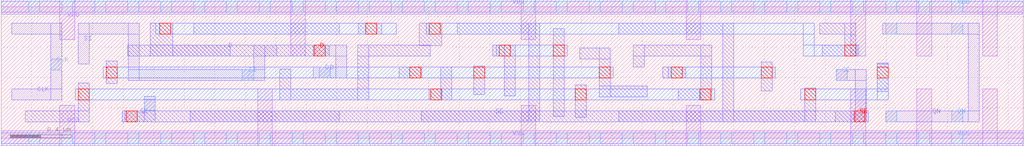
<source format=lef>
VERSION 5.8 ;
BUSBITCHARS "[]" ;
DIVIDERCHAR "/" ;

MACRO A2O1A1Ixp33_ASAP7_6t_fix
  CLASS CORE ;
  ORIGIN 0 0 ;
  FOREIGN A2O1A1Ixp33_ASAP7_6t_fix 0 0 ;
  SIZE 1.512 BY 0.864 ;
  SYMMETRY X Y ;
  SITE coreSite ;
  PIN A1
    DIRECTION INPUT ;
    USE SIGNAL ;
    PORT
      LAYER M1 ;
        RECT 0.072 0.108 0.488 0.18 ;
        RECT 0.072 0.684 0.272 0.756 ;
        RECT 0.072 0.108 0.144 0.756 ;
      LAYER V0 ;
        RECT 0.072 0.396 0.144 0.468 ;
    END
  END A1
  PIN A2
    DIRECTION INPUT ;
    USE SIGNAL ;
    PORT
      LAYER M1 ;
        RECT 0.216 0.396 0.808 0.468 ;
        RECT 0.216 0.252 0.436 0.324 ;
        RECT 0.216 0.252 0.288 0.468 ;
      LAYER V0 ;
        RECT 0.716 0.396 0.788 0.468 ;
    END
  END A2
  PIN B
    DIRECTION INPUT ;
    USE SIGNAL ;
    PORT
      LAYER M1 ;
        RECT 0.396 0.54 0.98 0.612 ;
        RECT 0.908 0.252 0.98 0.612 ;
        RECT 0.76 0.252 0.98 0.324 ;
      LAYER V0 ;
        RECT 0.908 0.396 0.98 0.468 ;
    END
  END B
  PIN C
    DIRECTION INPUT ;
    USE SIGNAL ;
    PORT
      LAYER M1 ;
        RECT 1.08 0.54 1.3 0.612 ;
        RECT 1.228 0.316 1.3 0.612 ;
        RECT 1.08 0.396 1.3 0.468 ;
      LAYER V0 ;
        RECT 1.156 0.396 1.228 0.468 ;
    END
  END C
  PIN VDD
    DIRECTION INOUT ;
    USE POWER ;
    SHAPE ABUTMENT ;
    PORT
      LAYER M1 ;
        RECT 0 0.828 1.512 0.9 ;
      LAYER LISD ;
        RECT 0 0.816 1.512 0.912 ;
        RECT 1.248 0.648 1.344 0.912 ;
        RECT 0.6 0.54 0.696 0.912 ;
      LAYER V0 ;
        RECT 0.18 0.828 0.252 0.9 ;
        RECT 0.396 0.828 0.468 0.9 ;
        RECT 0.612 0.828 0.684 0.9 ;
        RECT 0.828 0.828 0.9 0.9 ;
        RECT 1.044 0.828 1.116 0.9 ;
        RECT 1.26 0.828 1.332 0.9 ;
    END
  END VDD
  PIN VSS
    DIRECTION INOUT ;
    USE GROUND ;
    SHAPE ABUTMENT ;
    PORT
      LAYER M1 ;
        RECT 0 -0.036 1.512 0.036 ;
      LAYER LISD ;
        RECT 0 -0.048 1.512 0.048 ;
        RECT 0.816 -0.048 0.912 0.324 ;
      LAYER V0 ;
        RECT 0.18 -0.036 0.252 0.036 ;
        RECT 0.396 -0.036 0.468 0.036 ;
        RECT 0.612 -0.036 0.684 0.036 ;
        RECT 0.828 -0.036 0.9 0.036 ;
        RECT 1.044 -0.036 1.116 0.036 ;
        RECT 1.26 -0.036 1.332 0.036 ;
    END
  END VSS
  PIN Y
    DIRECTION OUTPUT ;
    USE SIGNAL ;
    PORT
      LAYER M1 ;
        RECT 1.044 0.684 1.444 0.756 ;
        RECT 1.372 0.108 1.444 0.756 ;
        RECT 1.24 0.108 1.444 0.18 ;
      LAYER V0 ;
        RECT 1.044 0.684 1.116 0.756 ;
        RECT 1.26 0.108 1.332 0.18 ;
    END
  END Y
  OBS
    LAYER M1 ;
      RECT 0.612 0.108 1.116 0.18 ;
      RECT 0.396 0.684 0.9 0.756 ;
  END
END A2O1A1Ixp33_ASAP7_6t_fix

MACRO A2O1A1O1Ixp25_ASAP7_6t_fix
  CLASS CORE ;
  ORIGIN 0 0 ;
  FOREIGN A2O1A1O1Ixp25_ASAP7_6t_fix 0 0 ;
  SIZE 1.944 BY 0.864 ;
  SYMMETRY X Y ;
  SITE coreSite ;
  PIN A1
    DIRECTION INPUT ;
    USE SIGNAL ;
    PORT
      LAYER M1 ;
        RECT 0.428 0.54 0.576 0.612 ;
        RECT 0.504 0.252 0.576 0.612 ;
        RECT 0.428 0.252 0.576 0.324 ;
      LAYER V0 ;
        RECT 0.504 0.412 0.576 0.484 ;
    END
  END A1
  PIN A2
    DIRECTION INPUT ;
    USE SIGNAL ;
    PORT
      LAYER M1 ;
        RECT 0.072 0.54 0.272 0.612 ;
        RECT 0.072 0.108 0.272 0.18 ;
        RECT 0.072 0.108 0.144 0.612 ;
      LAYER V0 ;
        RECT 0.072 0.396 0.144 0.468 ;
    END
  END A2
  PIN B
    DIRECTION INPUT ;
    USE SIGNAL ;
    PORT
      LAYER M1 ;
        RECT 0.72 0.54 0.872 0.612 ;
        RECT 0.72 0.252 0.872 0.324 ;
        RECT 0.72 0.252 0.792 0.612 ;
      LAYER V0 ;
        RECT 0.72 0.396 0.792 0.468 ;
    END
  END B
  PIN C
    DIRECTION INPUT ;
    USE SIGNAL ;
    PORT
      LAYER M1 ;
        RECT 1.072 0.54 1.224 0.612 ;
        RECT 1.152 0.108 1.224 0.612 ;
        RECT 1.072 0.108 1.224 0.18 ;
      LAYER V0 ;
        RECT 1.152 0.396 1.224 0.468 ;
    END
  END C
  PIN D
    DIRECTION INPUT ;
    USE SIGNAL ;
    PORT
      LAYER M1 ;
        RECT 1.504 0.54 1.656 0.612 ;
        RECT 1.584 0.252 1.656 0.612 ;
        RECT 1.504 0.252 1.656 0.324 ;
      LAYER V0 ;
        RECT 1.584 0.4 1.656 0.472 ;
    END
  END D
  PIN VDD
    DIRECTION INOUT ;
    USE POWER ;
    SHAPE ABUTMENT ;
    PORT
      LAYER M1 ;
        RECT 0 0.828 1.944 0.9 ;
      LAYER LISD ;
        RECT 0 0.816 1.944 0.912 ;
        RECT 1.032 0.54 1.128 0.912 ;
        RECT 0.384 0.54 0.48 0.912 ;
      LAYER V0 ;
        RECT 0.18 0.828 0.252 0.9 ;
        RECT 0.396 0.828 0.468 0.9 ;
        RECT 0.612 0.828 0.684 0.9 ;
        RECT 0.828 0.828 0.9 0.9 ;
        RECT 1.044 0.828 1.116 0.9 ;
        RECT 1.26 0.828 1.332 0.9 ;
        RECT 1.476 0.828 1.548 0.9 ;
        RECT 1.692 0.828 1.764 0.9 ;
    END
  END VDD
  PIN VSS
    DIRECTION INOUT ;
    USE GROUND ;
    SHAPE ABUTMENT ;
    PORT
      LAYER M1 ;
        RECT 0 -0.036 1.944 0.036 ;
      LAYER LISD ;
        RECT 0 -0.048 1.944 0.048 ;
        RECT 1.68 -0.048 1.776 0.324 ;
        RECT 0.6 -0.048 0.696 0.324 ;
      LAYER V0 ;
        RECT 0.18 -0.036 0.252 0.036 ;
        RECT 0.396 -0.036 0.468 0.036 ;
        RECT 0.612 -0.036 0.684 0.036 ;
        RECT 0.828 -0.036 0.9 0.036 ;
        RECT 1.044 -0.036 1.116 0.036 ;
        RECT 1.26 -0.036 1.332 0.036 ;
        RECT 1.476 -0.036 1.548 0.036 ;
        RECT 1.692 -0.036 1.764 0.036 ;
    END
  END VSS
  PIN Y
    DIRECTION OUTPUT ;
    USE SIGNAL ;
    PORT
      LAYER M1 ;
        RECT 1.692 0.684 1.872 0.756 ;
        RECT 1.8 0.108 1.872 0.756 ;
        RECT 1.476 0.108 1.872 0.18 ;
      LAYER V0 ;
        RECT 1.476 0.108 1.548 0.18 ;
        RECT 1.692 0.684 1.764 0.756 ;
    END
  END Y
  OBS
    LAYER M1 ;
      RECT 0.828 0.684 1.548 0.756 ;
      RECT 0.396 0.108 0.9 0.18 ;
      RECT 0.18 0.684 0.684 0.756 ;
  END
END A2O1A1O1Ixp25_ASAP7_6t_fix

MACRO AND2x1_ASAP7_6t_fix
  CLASS CORE ;
  ORIGIN 0 0 ;
  FOREIGN AND2x1_ASAP7_6t_fix 0 0 ;
  SIZE 1.08 BY 0.864 ;
  SYMMETRY X Y ;
  SITE coreSite ;
  PIN A
    DIRECTION INPUT ;
    USE SIGNAL ;
    PORT
      LAYER M1 ;
        RECT 0.504 0.252 0.576 0.584 ;
        RECT 0.288 0.252 0.576 0.324 ;
      LAYER V0 ;
        RECT 0.504 0.392 0.576 0.464 ;
    END
  END A
  PIN B
    DIRECTION INPUT ;
    USE SIGNAL ;
    PORT
      LAYER M1 ;
        RECT 0.072 0.54 0.36 0.612 ;
        RECT 0.288 0.424 0.36 0.612 ;
        RECT 0.072 0.284 0.144 0.728 ;
      LAYER V0 ;
        RECT 0.288 0.468 0.36 0.54 ;
    END
  END B
  PIN VDD
    DIRECTION INOUT ;
    USE POWER ;
    SHAPE ABUTMENT ;
    PORT
      LAYER M1 ;
        RECT 0 0.828 1.08 0.9 ;
      LAYER LISD ;
        RECT 0 0.816 1.08 0.912 ;
        RECT 0.6 0.54 0.696 0.912 ;
        RECT 0.168 0.648 0.264 0.912 ;
      LAYER V0 ;
        RECT 0.18 0.828 0.252 0.9 ;
        RECT 0.396 0.828 0.468 0.9 ;
        RECT 0.612 0.828 0.684 0.9 ;
        RECT 0.828 0.828 0.9 0.9 ;
    END
  END VDD
  PIN VSS
    DIRECTION INOUT ;
    USE GROUND ;
    SHAPE ABUTMENT ;
    PORT
      LAYER M1 ;
        RECT 0 -0.036 1.08 0.036 ;
      LAYER LISD ;
        RECT 0 -0.048 1.08 0.048 ;
        RECT 0.6 -0.048 0.696 0.324 ;
      LAYER V0 ;
        RECT 0.18 -0.036 0.252 0.036 ;
        RECT 0.396 -0.036 0.468 0.036 ;
        RECT 0.612 -0.036 0.684 0.036 ;
        RECT 0.828 -0.036 0.9 0.036 ;
    END
  END VSS
  PIN Y
    DIRECTION OUTPUT ;
    USE SIGNAL ;
    PORT
      LAYER M1 ;
        RECT 0.828 0.684 1.008 0.756 ;
        RECT 0.936 0.108 1.008 0.756 ;
        RECT 0.828 0.108 1.008 0.18 ;
      LAYER V0 ;
        RECT 0.828 0.684 0.9 0.756 ;
        RECT 0.828 0.108 0.9 0.18 ;
    END
  END Y
  OBS
    LAYER M1 ;
      RECT 0.288 0.684 0.72 0.756 ;
      RECT 0.648 0.108 0.72 0.756 ;
      RECT 0.648 0.396 0.812 0.468 ;
      RECT 0.18 0.108 0.72 0.18 ;
  END
END AND2x1_ASAP7_6t_fix

MACRO AND2x2_ASAP7_6t_fix
  CLASS CORE ;
  ORIGIN 0 0 ;
  FOREIGN AND2x2_ASAP7_6t_fix 0 0 ;
  SIZE 1.296 BY 0.864 ;
  SYMMETRY X Y ;
  SITE coreSite ;
  PIN A
    DIRECTION INPUT ;
    USE SIGNAL ;
    PORT
      LAYER M1 ;
        RECT 0.376 0.54 0.576 0.612 ;
        RECT 0.504 0.252 0.576 0.612 ;
        RECT 0.376 0.252 0.576 0.324 ;
      LAYER V0 ;
        RECT 0.504 0.396 0.576 0.468 ;
    END
  END A
  PIN B
    DIRECTION INPUT ;
    USE SIGNAL ;
    PORT
      LAYER M1 ;
        RECT 0.072 0.684 0.24 0.756 ;
        RECT 0.072 0.252 0.224 0.324 ;
        RECT 0.072 0.252 0.144 0.756 ;
      LAYER V0 ;
        RECT 0.072 0.396 0.144 0.468 ;
    END
  END B
  PIN VDD
    DIRECTION INOUT ;
    USE POWER ;
    SHAPE ABUTMENT ;
    PORT
      LAYER M1 ;
        RECT 0 0.828 1.296 0.9 ;
      LAYER LISD ;
        RECT 0 0.816 1.296 0.912 ;
        RECT 1.032 0.54 1.128 0.912 ;
        RECT 0.6 0.54 0.696 0.912 ;
        RECT 0.168 0.648 0.264 0.912 ;
      LAYER V0 ;
        RECT 0.18 0.828 0.252 0.9 ;
        RECT 0.396 0.828 0.468 0.9 ;
        RECT 0.612 0.828 0.684 0.9 ;
        RECT 0.828 0.828 0.9 0.9 ;
        RECT 1.044 0.828 1.116 0.9 ;
    END
  END VDD
  PIN VSS
    DIRECTION INOUT ;
    USE GROUND ;
    SHAPE ABUTMENT ;
    PORT
      LAYER M1 ;
        RECT 0 -0.036 1.296 0.036 ;
      LAYER LISD ;
        RECT 0 -0.048 1.296 0.048 ;
        RECT 1.032 -0.048 1.128 0.324 ;
        RECT 0.6 -0.048 0.696 0.324 ;
      LAYER V0 ;
        RECT 0.18 -0.036 0.252 0.036 ;
        RECT 0.396 -0.036 0.468 0.036 ;
        RECT 0.612 -0.036 0.684 0.036 ;
        RECT 0.828 -0.036 0.9 0.036 ;
        RECT 1.044 -0.036 1.116 0.036 ;
    END
  END VSS
  PIN Y
    DIRECTION OUTPUT ;
    USE SIGNAL ;
    PORT
      LAYER M1 ;
        RECT 0.828 0.684 1.08 0.756 ;
        RECT 1.008 0.108 1.08 0.756 ;
        RECT 0.828 0.108 1.08 0.18 ;
      LAYER V0 ;
        RECT 0.828 0.684 0.9 0.756 ;
        RECT 0.828 0.108 0.9 0.18 ;
    END
  END Y
  OBS
    LAYER M1 ;
      RECT 0.376 0.684 0.72 0.756 ;
      RECT 0.648 0.108 0.72 0.756 ;
      RECT 0.648 0.396 0.812 0.468 ;
      RECT 0.16 0.108 0.72 0.18 ;
  END
END AND2x2_ASAP7_6t_fix

MACRO AND2x4_ASAP7_6t_fix
  CLASS CORE ;
  ORIGIN 0 0 ;
  FOREIGN AND2x4_ASAP7_6t_fix 0 0 ;
  SIZE 2.16 BY 0.864 ;
  SYMMETRY X Y ;
  SITE coreSite ;
  PIN A
    DIRECTION INPUT ;
    USE SIGNAL ;
    PORT
      LAYER M1 ;
        RECT 0.936 0.108 1.008 0.488 ;
        RECT 0.072 0.108 1.008 0.18 ;
        RECT 0.072 0.108 0.144 0.584 ;
      LAYER V0 ;
        RECT 0.072 0.396 0.144 0.468 ;
        RECT 0.936 0.396 1.008 0.468 ;
    END
  END A
  PIN B
    DIRECTION INPUT ;
    USE SIGNAL ;
    PORT
      LAYER M1 ;
        RECT 0.216 0.504 0.596 0.576 ;
        RECT 0.216 0.252 0.488 0.324 ;
        RECT 0.064 0.684 0.288 0.756 ;
        RECT 0.216 0.252 0.288 0.756 ;
      LAYER V0 ;
        RECT 0.504 0.504 0.576 0.576 ;
    END
  END B
  PIN VDD
    DIRECTION INOUT ;
    USE POWER ;
    SHAPE ABUTMENT ;
    PORT
      LAYER M1 ;
        RECT 0 0.828 2.16 0.9 ;
      LAYER LISD ;
        RECT 0 0.816 2.16 0.912 ;
        RECT 1.896 0.54 1.992 0.912 ;
        RECT 1.464 0.54 1.56 0.912 ;
        RECT 1.032 0.54 1.128 0.912 ;
        RECT 0.6 0.648 0.696 0.912 ;
        RECT 0.168 0.648 0.264 0.912 ;
      LAYER V0 ;
        RECT 0.18 0.828 0.252 0.9 ;
        RECT 0.396 0.828 0.468 0.9 ;
        RECT 0.612 0.828 0.684 0.9 ;
        RECT 0.828 0.828 0.9 0.9 ;
        RECT 1.044 0.828 1.116 0.9 ;
        RECT 1.26 0.828 1.332 0.9 ;
        RECT 1.476 0.828 1.548 0.9 ;
        RECT 1.692 0.828 1.764 0.9 ;
        RECT 1.908 0.828 1.98 0.9 ;
    END
  END VDD
  PIN VSS
    DIRECTION INOUT ;
    USE GROUND ;
    SHAPE ABUTMENT ;
    PORT
      LAYER M1 ;
        RECT 0 -0.036 2.16 0.036 ;
      LAYER LISD ;
        RECT 0 -0.048 2.16 0.048 ;
        RECT 1.896 -0.048 1.992 0.324 ;
        RECT 1.464 -0.048 1.56 0.324 ;
        RECT 1.032 -0.048 1.128 0.324 ;
        RECT 0.168 -0.048 0.264 0.324 ;
      LAYER V0 ;
        RECT 0.18 -0.036 0.252 0.036 ;
        RECT 0.396 -0.036 0.468 0.036 ;
        RECT 0.612 -0.036 0.684 0.036 ;
        RECT 0.828 -0.036 0.9 0.036 ;
        RECT 1.044 -0.036 1.116 0.036 ;
        RECT 1.26 -0.036 1.332 0.036 ;
        RECT 1.476 -0.036 1.548 0.036 ;
        RECT 1.692 -0.036 1.764 0.036 ;
        RECT 1.908 -0.036 1.98 0.036 ;
    END
  END VSS
  PIN Y
    DIRECTION OUTPUT ;
    USE SIGNAL ;
    PORT
      LAYER M1 ;
        RECT 1.24 0.684 1.872 0.756 ;
        RECT 1.8 0.108 1.872 0.756 ;
        RECT 1.24 0.108 1.872 0.18 ;
      LAYER V0 ;
        RECT 1.26 0.684 1.332 0.756 ;
        RECT 1.26 0.108 1.332 0.18 ;
        RECT 1.692 0.684 1.764 0.756 ;
        RECT 1.692 0.108 1.764 0.18 ;
    END
  END Y
  OBS
    LAYER M1 ;
      RECT 0.396 0.684 0.972 0.756 ;
      RECT 0.9 0.588 0.972 0.756 ;
      RECT 0.72 0.252 0.792 0.756 ;
      RECT 0.9 0.588 1.152 0.66 ;
      RECT 1.08 0.396 1.152 0.66 ;
      RECT 1.08 0.396 1.244 0.468 ;
      RECT 0.612 0.252 0.792 0.324 ;
  END
END AND2x4_ASAP7_6t_fix

MACRO AND2x6_ASAP7_6t_fix
  CLASS CORE ;
  ORIGIN 0 0 ;
  FOREIGN AND2x6_ASAP7_6t_fix 0 0 ;
  SIZE 2.592 BY 0.864 ;
  SYMMETRY X Y ;
  SITE coreSite ;
  PIN A
    DIRECTION INPUT ;
    USE SIGNAL ;
    PORT
      LAYER M1 ;
        RECT 0.936 0.108 1.008 0.488 ;
        RECT 0.072 0.108 1.008 0.18 ;
        RECT 0.072 0.684 0.22 0.756 ;
        RECT 0.072 0.108 0.144 0.756 ;
      LAYER V0 ;
        RECT 0.072 0.396 0.144 0.468 ;
        RECT 0.936 0.396 1.008 0.468 ;
    END
  END A
  PIN B
    DIRECTION INPUT ;
    USE SIGNAL ;
    PORT
      LAYER M1 ;
        RECT 0.376 0.504 0.596 0.576 ;
        RECT 0.376 0.252 0.448 0.576 ;
        RECT 0.244 0.252 0.448 0.324 ;
      LAYER V0 ;
        RECT 0.504 0.504 0.576 0.576 ;
    END
  END B
  PIN VDD
    DIRECTION INOUT ;
    USE POWER ;
    SHAPE ABUTMENT ;
    PORT
      LAYER M1 ;
        RECT 0 0.828 2.592 0.9 ;
      LAYER LISD ;
        RECT 0 0.816 2.592 0.912 ;
        RECT 2.328 0.54 2.424 0.912 ;
        RECT 1.896 0.54 1.992 0.912 ;
        RECT 1.464 0.54 1.56 0.912 ;
        RECT 1.032 0.54 1.128 0.912 ;
        RECT 0.6 0.648 0.696 0.912 ;
        RECT 0.168 0.648 0.264 0.912 ;
      LAYER V0 ;
        RECT 0.18 0.828 0.252 0.9 ;
        RECT 0.396 0.828 0.468 0.9 ;
        RECT 0.612 0.828 0.684 0.9 ;
        RECT 0.828 0.828 0.9 0.9 ;
        RECT 1.044 0.828 1.116 0.9 ;
        RECT 1.26 0.828 1.332 0.9 ;
        RECT 1.476 0.828 1.548 0.9 ;
        RECT 1.692 0.828 1.764 0.9 ;
        RECT 1.908 0.828 1.98 0.9 ;
        RECT 2.124 0.828 2.196 0.9 ;
        RECT 2.34 0.828 2.412 0.9 ;
    END
  END VDD
  PIN VSS
    DIRECTION INOUT ;
    USE GROUND ;
    SHAPE ABUTMENT ;
    PORT
      LAYER M1 ;
        RECT 0 -0.036 2.592 0.036 ;
      LAYER LISD ;
        RECT 0 -0.048 2.592 0.048 ;
        RECT 2.328 -0.048 2.424 0.324 ;
        RECT 1.896 -0.048 1.992 0.324 ;
        RECT 1.464 -0.048 1.56 0.324 ;
        RECT 1.032 -0.048 1.128 0.324 ;
        RECT 0.168 -0.048 0.264 0.324 ;
      LAYER V0 ;
        RECT 0.18 -0.036 0.252 0.036 ;
        RECT 0.396 -0.036 0.468 0.036 ;
        RECT 0.612 -0.036 0.684 0.036 ;
        RECT 0.828 -0.036 0.9 0.036 ;
        RECT 1.044 -0.036 1.116 0.036 ;
        RECT 1.26 -0.036 1.332 0.036 ;
        RECT 1.476 -0.036 1.548 0.036 ;
        RECT 1.692 -0.036 1.764 0.036 ;
        RECT 1.908 -0.036 1.98 0.036 ;
        RECT 2.124 -0.036 2.196 0.036 ;
        RECT 2.34 -0.036 2.412 0.036 ;
    END
  END VSS
  PIN Y
    DIRECTION OUTPUT ;
    USE SIGNAL ;
    PORT
      LAYER M1 ;
        RECT 1.24 0.684 2.216 0.756 ;
        RECT 1.24 0.108 2.216 0.18 ;
        RECT 1.8 0.108 1.872 0.756 ;
      LAYER V0 ;
        RECT 1.26 0.684 1.332 0.756 ;
        RECT 1.26 0.108 1.332 0.18 ;
        RECT 1.692 0.684 1.764 0.756 ;
        RECT 1.692 0.108 1.764 0.18 ;
        RECT 2.124 0.684 2.196 0.756 ;
        RECT 2.124 0.108 2.196 0.18 ;
    END
  END Y
  OBS
    LAYER M1 ;
      RECT 0.376 0.684 0.972 0.756 ;
      RECT 0.9 0.588 0.972 0.756 ;
      RECT 0.72 0.252 0.792 0.756 ;
      RECT 0.9 0.588 1.152 0.66 ;
      RECT 1.08 0.396 1.152 0.66 ;
      RECT 1.08 0.396 1.244 0.468 ;
      RECT 0.612 0.252 0.792 0.324 ;
  END
END AND2x6_ASAP7_6t_fix

MACRO AND3x1_ASAP7_6t_fix
  CLASS CORE ;
  ORIGIN 0 0 ;
  FOREIGN AND3x1_ASAP7_6t_fix 0 0 ;
  SIZE 1.296 BY 0.864 ;
  SYMMETRY X Y ;
  SITE coreSite ;
  PIN A
    DIRECTION INPUT ;
    USE SIGNAL ;
    PORT
      LAYER M1 ;
        RECT 0.072 0.54 0.364 0.612 ;
        RECT 0.072 0.252 0.252 0.324 ;
        RECT 0.072 0.252 0.144 0.612 ;
      LAYER V0 ;
        RECT 0.072 0.396 0.144 0.468 ;
    END
  END A
  PIN B
    DIRECTION INPUT ;
    USE SIGNAL ;
    PORT
      LAYER M1 ;
        RECT 0.5 0.252 0.572 0.468 ;
        RECT 0.392 0.252 0.572 0.324 ;
        RECT 0.392 0.108 0.464 0.324 ;
        RECT 0.06 0.108 0.464 0.18 ;
      LAYER V0 ;
        RECT 0.5 0.344 0.572 0.416 ;
    END
  END B
  PIN C
    DIRECTION INPUT ;
    USE SIGNAL ;
    PORT
      LAYER M1 ;
        RECT 0.612 0.54 0.792 0.612 ;
        RECT 0.72 0.328 0.792 0.612 ;
      LAYER V0 ;
        RECT 0.72 0.396 0.792 0.468 ;
    END
  END C
  PIN VDD
    DIRECTION INOUT ;
    USE POWER ;
    SHAPE ABUTMENT ;
    PORT
      LAYER M1 ;
        RECT 0 0.828 1.296 0.9 ;
      LAYER LISD ;
        RECT 0 0.816 1.296 0.912 ;
        RECT 0.816 0.54 0.912 0.912 ;
        RECT 0.384 0.54 0.48 0.912 ;
      LAYER V0 ;
        RECT 0.18 0.828 0.252 0.9 ;
        RECT 0.396 0.828 0.468 0.9 ;
        RECT 0.612 0.828 0.684 0.9 ;
        RECT 0.828 0.828 0.9 0.9 ;
        RECT 1.044 0.828 1.116 0.9 ;
    END
  END VDD
  PIN VSS
    DIRECTION INOUT ;
    USE GROUND ;
    SHAPE ABUTMENT ;
    PORT
      LAYER M1 ;
        RECT 0 -0.036 1.296 0.036 ;
      LAYER LISD ;
        RECT 0 -0.048 1.296 0.048 ;
        RECT 0.816 -0.048 0.912 0.324 ;
      LAYER V0 ;
        RECT 0.18 -0.036 0.252 0.036 ;
        RECT 0.396 -0.036 0.468 0.036 ;
        RECT 0.612 -0.036 0.684 0.036 ;
        RECT 0.828 -0.036 0.9 0.036 ;
        RECT 1.044 -0.036 1.116 0.036 ;
    END
  END VSS
  PIN Y
    DIRECTION OUTPUT ;
    USE SIGNAL ;
    PORT
      LAYER M1 ;
        RECT 1.044 0.684 1.224 0.756 ;
        RECT 1.152 0.108 1.224 0.756 ;
        RECT 1.044 0.108 1.224 0.18 ;
      LAYER V0 ;
        RECT 1.044 0.684 1.116 0.756 ;
        RECT 1.044 0.108 1.116 0.18 ;
    END
  END Y
  OBS
    LAYER M1 ;
      RECT 0.156 0.684 0.936 0.756 ;
      RECT 0.864 0.108 0.936 0.756 ;
      RECT 0.864 0.396 1.028 0.468 ;
      RECT 0.612 0.108 0.936 0.18 ;
  END
END AND3x1_ASAP7_6t_fix

MACRO AND3x2_ASAP7_6t_fix
  CLASS CORE ;
  ORIGIN 0 0 ;
  FOREIGN AND3x2_ASAP7_6t_fix 0 0 ;
  SIZE 1.512 BY 0.864 ;
  SYMMETRY X Y ;
  SITE coreSite ;
  PIN A
    DIRECTION INPUT ;
    USE SIGNAL ;
    PORT
      LAYER M1 ;
        RECT 0.072 0.54 0.264 0.612 ;
        RECT 0.072 0.252 0.264 0.324 ;
        RECT 0.072 0.252 0.144 0.612 ;
      LAYER V0 ;
        RECT 0.072 0.396 0.144 0.468 ;
    END
  END A
  PIN B
    DIRECTION INPUT ;
    USE SIGNAL ;
    PORT
      LAYER M1 ;
        RECT 0.504 0.252 0.576 0.468 ;
        RECT 0.396 0.252 0.576 0.324 ;
        RECT 0.396 0.108 0.468 0.324 ;
        RECT 0.064 0.108 0.468 0.18 ;
      LAYER V0 ;
        RECT 0.504 0.348 0.576 0.42 ;
    END
  END B
  PIN C
    DIRECTION INPUT ;
    USE SIGNAL ;
    PORT
      LAYER M1 ;
        RECT 0.612 0.54 0.792 0.612 ;
        RECT 0.72 0.328 0.792 0.612 ;
      LAYER V0 ;
        RECT 0.72 0.396 0.792 0.468 ;
    END
  END C
  PIN VDD
    DIRECTION INOUT ;
    USE POWER ;
    SHAPE ABUTMENT ;
    PORT
      LAYER M1 ;
        RECT 0 0.828 1.512 0.9 ;
      LAYER LISD ;
        RECT 0 0.816 1.512 0.912 ;
        RECT 1.248 0.54 1.344 0.912 ;
        RECT 0.816 0.54 0.912 0.912 ;
        RECT 0.384 0.54 0.48 0.912 ;
      LAYER V0 ;
        RECT 0.18 0.828 0.252 0.9 ;
        RECT 0.396 0.828 0.468 0.9 ;
        RECT 0.612 0.828 0.684 0.9 ;
        RECT 0.828 0.828 0.9 0.9 ;
        RECT 1.044 0.828 1.116 0.9 ;
        RECT 1.26 0.828 1.332 0.9 ;
    END
  END VDD
  PIN VSS
    DIRECTION INOUT ;
    USE GROUND ;
    SHAPE ABUTMENT ;
    PORT
      LAYER M1 ;
        RECT 0 -0.036 1.512 0.036 ;
      LAYER LISD ;
        RECT 0 -0.048 1.512 0.048 ;
        RECT 1.248 -0.048 1.344 0.324 ;
        RECT 0.816 -0.048 0.912 0.324 ;
      LAYER V0 ;
        RECT 0.18 -0.036 0.252 0.036 ;
        RECT 0.396 -0.036 0.468 0.036 ;
        RECT 0.612 -0.036 0.684 0.036 ;
        RECT 0.828 -0.036 0.9 0.036 ;
        RECT 1.044 -0.036 1.116 0.036 ;
        RECT 1.26 -0.036 1.332 0.036 ;
    END
  END VSS
  PIN Y
    DIRECTION OUTPUT ;
    USE SIGNAL ;
    PORT
      LAYER M1 ;
        RECT 1.044 0.684 1.44 0.756 ;
        RECT 1.368 0.108 1.44 0.756 ;
        RECT 1.044 0.108 1.44 0.18 ;
      LAYER V0 ;
        RECT 1.044 0.684 1.116 0.756 ;
        RECT 1.044 0.108 1.116 0.18 ;
    END
  END Y
  OBS
    LAYER M1 ;
      RECT 0.156 0.684 0.936 0.756 ;
      RECT 0.864 0.108 0.936 0.756 ;
      RECT 0.864 0.396 1.028 0.468 ;
      RECT 0.612 0.108 0.936 0.18 ;
  END
END AND3x2_ASAP7_6t_fix

MACRO AND3x4_ASAP7_6t_fix
  CLASS CORE ;
  ORIGIN 0 0 ;
  FOREIGN AND3x4_ASAP7_6t_fix 0 0 ;
  SIZE 3.024 BY 0.864 ;
  SYMMETRY X Y ;
  SITE coreSite ;
  PIN A
    DIRECTION INPUT ;
    USE SIGNAL ;
    PORT
      LAYER M1 ;
        RECT 2.448 0.396 2.776 0.468 ;
        RECT 2.228 0.54 2.52 0.612 ;
        RECT 2.448 0.396 2.52 0.612 ;
      LAYER V0 ;
        RECT 2.556 0.396 2.628 0.468 ;
    END
  END A
  PIN B
    DIRECTION INPUT ;
    USE SIGNAL ;
    PORT
      LAYER M1 ;
        RECT 1.8 0.396 2.304 0.468 ;
        RECT 1.644 0.54 1.872 0.612 ;
        RECT 1.8 0.396 1.872 0.612 ;
      LAYER V0 ;
        RECT 2.124 0.396 2.196 0.468 ;
    END
  END B
  PIN C
    DIRECTION INPUT ;
    USE SIGNAL ;
    PORT
      LAYER M1 ;
        RECT 0.916 0.252 1.764 0.324 ;
        RECT 1.216 0.54 1.52 0.612 ;
        RECT 1.368 0.252 1.44 0.612 ;
      LAYER V0 ;
        RECT 1.368 0.396 1.44 0.468 ;
    END
  END C
  PIN VDD
    DIRECTION INOUT ;
    USE POWER ;
    SHAPE ABUTMENT ;
    PORT
      LAYER M1 ;
        RECT 0 0.828 3.024 0.9 ;
      LAYER LISD ;
        RECT 0 0.816 3.024 0.912 ;
        RECT 2.76 0.54 2.856 0.912 ;
        RECT 2.112 0.54 2.208 0.912 ;
        RECT 1.032 0.54 1.128 0.912 ;
        RECT 0.6 0.54 0.696 0.912 ;
        RECT 0.168 0.54 0.264 0.912 ;
      LAYER V0 ;
        RECT 0.18 0.828 0.252 0.9 ;
        RECT 0.396 0.828 0.468 0.9 ;
        RECT 0.612 0.828 0.684 0.9 ;
        RECT 0.828 0.828 0.9 0.9 ;
        RECT 1.044 0.828 1.116 0.9 ;
        RECT 1.26 0.828 1.332 0.9 ;
        RECT 1.476 0.828 1.548 0.9 ;
        RECT 1.692 0.828 1.764 0.9 ;
        RECT 1.908 0.828 1.98 0.9 ;
        RECT 2.124 0.828 2.196 0.9 ;
        RECT 2.34 0.828 2.412 0.9 ;
        RECT 2.556 0.828 2.628 0.9 ;
        RECT 2.772 0.828 2.844 0.9 ;
    END
  END VDD
  PIN VSS
    DIRECTION INOUT ;
    USE GROUND ;
    SHAPE ABUTMENT ;
    PORT
      LAYER M1 ;
        RECT 0 -0.036 3.024 0.036 ;
      LAYER LISD ;
        RECT 0 -0.048 3.024 0.048 ;
        RECT 1.464 -0.048 1.56 0.324 ;
        RECT 1.032 -0.048 1.128 0.324 ;
        RECT 0.6 -0.048 0.696 0.324 ;
        RECT 0.168 -0.048 0.264 0.324 ;
      LAYER V0 ;
        RECT 0.18 -0.036 0.252 0.036 ;
        RECT 0.396 -0.036 0.468 0.036 ;
        RECT 0.612 -0.036 0.684 0.036 ;
        RECT 0.828 -0.036 0.9 0.036 ;
        RECT 1.044 -0.036 1.116 0.036 ;
        RECT 1.26 -0.036 1.332 0.036 ;
        RECT 1.476 -0.036 1.548 0.036 ;
        RECT 1.692 -0.036 1.764 0.036 ;
        RECT 1.908 -0.036 1.98 0.036 ;
        RECT 2.124 -0.036 2.196 0.036 ;
        RECT 2.34 -0.036 2.412 0.036 ;
        RECT 2.556 -0.036 2.628 0.036 ;
        RECT 2.772 -0.036 2.844 0.036 ;
    END
  END VSS
  PIN Y
    DIRECTION OUTPUT ;
    USE SIGNAL ;
    PORT
      LAYER M1 ;
        RECT 0.288 0.684 0.92 0.756 ;
        RECT 0.288 0.108 0.92 0.18 ;
        RECT 0.288 0.108 0.36 0.756 ;
      LAYER V0 ;
        RECT 0.396 0.684 0.468 0.756 ;
        RECT 0.396 0.108 0.468 0.18 ;
        RECT 0.828 0.684 0.9 0.756 ;
        RECT 0.828 0.108 0.9 0.18 ;
    END
  END Y
  OBS
    LAYER M1 ;
      RECT 1.044 0.684 2.976 0.756 ;
      RECT 2.904 0.108 2.976 0.756 ;
      RECT 1.044 0.396 1.116 0.756 ;
      RECT 0.916 0.396 1.116 0.468 ;
      RECT 2.536 0.108 2.976 0.18 ;
      RECT 1.888 0.252 2.804 0.324 ;
      RECT 1.24 0.108 2.216 0.18 ;
  END
END AND3x4_ASAP7_6t_fix

MACRO AND3x6_ASAP7_6t_fix
  CLASS CORE ;
  ORIGIN 0 0 ;
  FOREIGN AND3x6_ASAP7_6t_fix 0 0 ;
  SIZE 3.456 BY 0.864 ;
  SYMMETRY X Y ;
  SITE coreSite ;
  PIN A
    DIRECTION INPUT ;
    USE SIGNAL ;
    PORT
      LAYER M1 ;
        RECT 3.236 0.684 3.384 0.756 ;
        RECT 3.312 0.252 3.384 0.756 ;
        RECT 3.236 0.252 3.384 0.324 ;
      LAYER V0 ;
        RECT 3.312 0.396 3.384 0.468 ;
    END
  END A
  PIN B
    DIRECTION INPUT ;
    USE SIGNAL ;
    PORT
      LAYER M1 ;
        RECT 2.208 0.54 2.648 0.612 ;
        RECT 2.208 0.396 2.648 0.468 ;
        RECT 2.208 0.396 2.28 0.612 ;
      LAYER V0 ;
        RECT 2.556 0.396 2.628 0.468 ;
    END
  END B
  PIN C
    DIRECTION INPUT ;
    USE SIGNAL ;
    PORT
      LAYER M1 ;
        RECT 1.584 0.54 1.916 0.612 ;
        RECT 1.584 0.396 1.916 0.468 ;
        RECT 1.584 0.252 1.656 0.612 ;
        RECT 1.256 0.252 1.656 0.324 ;
      LAYER V0 ;
        RECT 1.8 0.396 1.872 0.468 ;
    END
  END C
  PIN VDD
    DIRECTION INOUT ;
    USE POWER ;
    SHAPE ABUTMENT ;
    PORT
      LAYER M1 ;
        RECT 0 0.828 3.456 0.9 ;
      LAYER LISD ;
        RECT 0 0.816 3.456 0.912 ;
        RECT 2.976 0.54 3.072 0.912 ;
        RECT 2.544 0.54 2.64 0.912 ;
        RECT 1.464 0.54 1.56 0.912 ;
        RECT 1.032 0.54 1.128 0.912 ;
        RECT 0.6 0.54 0.696 0.912 ;
        RECT 0.168 0.54 0.264 0.912 ;
      LAYER V0 ;
        RECT 0.18 0.828 0.252 0.9 ;
        RECT 0.396 0.828 0.468 0.9 ;
        RECT 0.612 0.828 0.684 0.9 ;
        RECT 0.828 0.828 0.9 0.9 ;
        RECT 1.044 0.828 1.116 0.9 ;
        RECT 1.26 0.828 1.332 0.9 ;
        RECT 1.476 0.828 1.548 0.9 ;
        RECT 1.692 0.828 1.764 0.9 ;
        RECT 1.908 0.828 1.98 0.9 ;
        RECT 2.34 0.828 2.412 0.9 ;
        RECT 2.556 0.828 2.628 0.9 ;
        RECT 2.772 0.828 2.844 0.9 ;
        RECT 2.988 0.828 3.06 0.9 ;
        RECT 3.204 0.828 3.276 0.9 ;
    END
  END VDD
  PIN VSS
    DIRECTION INOUT ;
    USE GROUND ;
    SHAPE ABUTMENT ;
    PORT
      LAYER M1 ;
        RECT 0 -0.036 3.456 0.036 ;
      LAYER LISD ;
        RECT 0 -0.048 3.456 0.048 ;
        RECT 1.896 -0.048 1.992 0.324 ;
        RECT 1.464 -0.048 1.56 0.324 ;
        RECT 1.032 -0.048 1.128 0.324 ;
        RECT 0.6 -0.048 0.696 0.324 ;
        RECT 0.168 -0.048 0.264 0.324 ;
      LAYER V0 ;
        RECT 0.18 -0.036 0.252 0.036 ;
        RECT 0.396 -0.036 0.468 0.036 ;
        RECT 0.612 -0.036 0.684 0.036 ;
        RECT 0.828 -0.036 0.9 0.036 ;
        RECT 1.044 -0.036 1.116 0.036 ;
        RECT 1.26 -0.036 1.332 0.036 ;
        RECT 1.476 -0.036 1.548 0.036 ;
        RECT 1.692 -0.036 1.764 0.036 ;
        RECT 1.908 -0.036 1.98 0.036 ;
        RECT 2.34 -0.036 2.412 0.036 ;
        RECT 2.556 -0.036 2.628 0.036 ;
        RECT 2.772 -0.036 2.844 0.036 ;
        RECT 2.988 -0.036 3.06 0.036 ;
        RECT 3.204 -0.036 3.276 0.036 ;
    END
  END VSS
  PIN Y
    DIRECTION OUTPUT ;
    USE SIGNAL ;
    PORT
      LAYER M1 ;
        RECT 0.072 0.108 1.352 0.18 ;
        RECT 0.072 0.684 1.332 0.756 ;
        RECT 0.072 0.108 0.144 0.756 ;
      LAYER V0 ;
        RECT 0.396 0.684 0.468 0.756 ;
        RECT 0.396 0.108 0.468 0.18 ;
        RECT 0.828 0.684 0.9 0.756 ;
        RECT 0.828 0.108 0.9 0.18 ;
        RECT 1.26 0.684 1.332 0.756 ;
        RECT 1.26 0.108 1.332 0.18 ;
    END
  END Y
  OBS
    LAYER M1 ;
      RECT 1.44 0.684 2.844 0.756 ;
      RECT 2.772 0.252 2.844 0.756 ;
      RECT 1.44 0.396 1.512 0.756 ;
      RECT 1.152 0.396 1.512 0.468 ;
      RECT 2.772 0.252 3.06 0.324 ;
      RECT 1.908 0.252 2.628 0.324 ;
      RECT 1.908 0.108 1.98 0.324 ;
      RECT 1.584 0.108 1.98 0.18 ;
      RECT 2.34 0.108 3.296 0.18 ;
  END
END AND3x6_ASAP7_6t_fix

MACRO AND4x1_ASAP7_6t_fix
  CLASS CORE ;
  ORIGIN 0 0 ;
  FOREIGN AND4x1_ASAP7_6t_fix 0 0 ;
  SIZE 1.512 BY 0.864 ;
  SYMMETRY X Y ;
  SITE coreSite ;
  PIN A
    DIRECTION INPUT ;
    USE SIGNAL ;
    PORT
      LAYER M1 ;
        RECT 0.072 0.684 0.22 0.756 ;
        RECT 0.072 0.108 0.22 0.18 ;
        RECT 0.072 0.108 0.144 0.756 ;
      LAYER V0 ;
        RECT 0.072 0.396 0.144 0.468 ;
    END
  END A
  PIN B
    DIRECTION INPUT ;
    USE SIGNAL ;
    PORT
      LAYER M1 ;
        RECT 0.288 0.54 0.576 0.612 ;
        RECT 0.504 0.412 0.576 0.612 ;
        RECT 0.288 0.252 0.436 0.324 ;
        RECT 0.288 0.252 0.36 0.612 ;
      LAYER V0 ;
        RECT 0.504 0.412 0.576 0.484 ;
    END
  END B
  PIN C
    DIRECTION INPUT ;
    USE SIGNAL ;
    PORT
      LAYER M1 ;
        RECT 0.72 0.252 0.792 0.444 ;
        RECT 0.632 0.252 0.792 0.324 ;
        RECT 0.632 0.108 0.704 0.324 ;
        RECT 0.556 0.108 0.704 0.18 ;
      LAYER V0 ;
        RECT 0.72 0.352 0.792 0.424 ;
    END
  END C
  PIN D
    DIRECTION INPUT ;
    USE SIGNAL ;
    PORT
      LAYER M1 ;
        RECT 0.892 0.256 1.04 0.328 ;
        RECT 0.828 0.54 1.008 0.612 ;
        RECT 0.936 0.256 1.008 0.612 ;
      LAYER V0 ;
        RECT 0.936 0.392 1.008 0.464 ;
    END
  END D
  PIN VDD
    DIRECTION INOUT ;
    USE POWER ;
    SHAPE ABUTMENT ;
    PORT
      LAYER M1 ;
        RECT 0 0.828 1.512 0.9 ;
      LAYER LISD ;
        RECT 0 0.816 1.512 0.912 ;
        RECT 1.032 0.54 1.128 0.912 ;
        RECT 0.6 0.54 0.696 0.912 ;
        RECT 0.168 0.54 0.264 0.912 ;
      LAYER V0 ;
        RECT 0.18 0.828 0.252 0.9 ;
        RECT 0.396 0.828 0.468 0.9 ;
        RECT 0.612 0.828 0.684 0.9 ;
        RECT 0.828 0.828 0.9 0.9 ;
        RECT 1.044 0.828 1.116 0.9 ;
        RECT 1.26 0.828 1.332 0.9 ;
    END
  END VDD
  PIN VSS
    DIRECTION INOUT ;
    USE GROUND ;
    SHAPE ABUTMENT ;
    PORT
      LAYER M1 ;
        RECT 0 -0.036 1.512 0.036 ;
      LAYER LISD ;
        RECT 0 -0.048 1.512 0.048 ;
        RECT 1.032 -0.048 1.128 0.324 ;
      LAYER V0 ;
        RECT 0.18 -0.036 0.252 0.036 ;
        RECT 0.396 -0.036 0.468 0.036 ;
        RECT 0.612 -0.036 0.684 0.036 ;
        RECT 0.828 -0.036 0.9 0.036 ;
        RECT 1.044 -0.036 1.116 0.036 ;
        RECT 1.26 -0.036 1.332 0.036 ;
    END
  END VSS
  PIN Y
    DIRECTION OUTPUT ;
    USE SIGNAL ;
    PORT
      LAYER M1 ;
        RECT 1.3 0.608 1.448 0.756 ;
        RECT 1.3 0.108 1.448 0.256 ;
        RECT 1.368 0.108 1.44 0.756 ;
      LAYER V0 ;
        RECT 1.368 0.536 1.44 0.608 ;
        RECT 1.368 0.256 1.44 0.328 ;
    END
  END Y
  OBS
    LAYER M1 ;
      RECT 0.396 0.684 1.224 0.756 ;
      RECT 1.152 0.108 1.224 0.756 ;
      RECT 0.828 0.108 1.224 0.18 ;
  END
END AND4x1_ASAP7_6t_fix

MACRO AND4x2_ASAP7_6t_fix
  CLASS CORE ;
  ORIGIN 0 0 ;
  FOREIGN AND4x2_ASAP7_6t_fix 0 0 ;
  SIZE 1.728 BY 0.864 ;
  SYMMETRY X Y ;
  SITE coreSite ;
  PIN A
    DIRECTION INPUT ;
    USE SIGNAL ;
    PORT
      LAYER M1 ;
        RECT 0.86 0.54 1.008 0.612 ;
        RECT 0.936 0.328 1.008 0.612 ;
      LAYER V0 ;
        RECT 0.936 0.396 1.008 0.468 ;
    END
  END A
  PIN B
    DIRECTION INPUT ;
    USE SIGNAL ;
    PORT
      LAYER M1 ;
        RECT 0.288 0.396 0.576 0.468 ;
        RECT 0.288 0.28 0.36 0.584 ;
      LAYER V0 ;
        RECT 0.504 0.396 0.576 0.468 ;
    END
  END B
  PIN C
    DIRECTION INPUT ;
    USE SIGNAL ;
    PORT
      LAYER M1 ;
        RECT 0.72 0.252 0.792 0.488 ;
        RECT 0.532 0.252 0.792 0.324 ;
      LAYER V0 ;
        RECT 0.72 0.396 0.792 0.468 ;
    END
  END C
  PIN D
    DIRECTION INPUT ;
    USE SIGNAL ;
    PORT
      LAYER M1 ;
        RECT 0.072 0.684 0.24 0.756 ;
        RECT 0.072 0.292 0.144 0.756 ;
      LAYER V0 ;
        RECT 0.072 0.396 0.144 0.468 ;
    END
  END D
  PIN VDD
    DIRECTION INOUT ;
    USE POWER ;
    SHAPE ABUTMENT ;
    PORT
      LAYER M1 ;
        RECT 0 0.828 1.728 0.9 ;
      LAYER LISD ;
        RECT 0 0.816 1.728 0.912 ;
        RECT 1.464 0.54 1.56 0.912 ;
        RECT 1.032 0.54 1.128 0.912 ;
        RECT 0.6 0.54 0.696 0.912 ;
        RECT 0.168 0.54 0.264 0.912 ;
      LAYER V0 ;
        RECT 0.18 0.828 0.252 0.9 ;
        RECT 0.396 0.828 0.468 0.9 ;
        RECT 0.612 0.828 0.684 0.9 ;
        RECT 0.828 0.828 0.9 0.9 ;
        RECT 1.044 0.828 1.116 0.9 ;
        RECT 1.26 0.828 1.332 0.9 ;
        RECT 1.476 0.828 1.548 0.9 ;
    END
  END VDD
  PIN VSS
    DIRECTION INOUT ;
    USE GROUND ;
    SHAPE ABUTMENT ;
    PORT
      LAYER M1 ;
        RECT 0 -0.036 1.728 0.036 ;
      LAYER LISD ;
        RECT 0 -0.048 1.728 0.048 ;
        RECT 1.464 -0.048 1.56 0.324 ;
        RECT 1.032 -0.048 1.128 0.324 ;
      LAYER V0 ;
        RECT 0.18 -0.036 0.252 0.036 ;
        RECT 0.396 -0.036 0.468 0.036 ;
        RECT 0.612 -0.036 0.684 0.036 ;
        RECT 0.828 -0.036 0.9 0.036 ;
        RECT 1.044 -0.036 1.116 0.036 ;
        RECT 1.26 -0.036 1.332 0.036 ;
        RECT 1.476 -0.036 1.548 0.036 ;
    END
  END VSS
  PIN Y
    DIRECTION OUTPUT ;
    USE SIGNAL ;
    PORT
      LAYER M1 ;
        RECT 1.26 0.684 1.512 0.756 ;
        RECT 1.44 0.108 1.512 0.756 ;
        RECT 1.26 0.108 1.512 0.18 ;
      LAYER V0 ;
        RECT 1.26 0.684 1.332 0.756 ;
        RECT 1.26 0.108 1.332 0.18 ;
    END
  END Y
  OBS
    LAYER M1 ;
      RECT 0.376 0.684 1.152 0.756 ;
      RECT 1.08 0.108 1.152 0.756 ;
      RECT 1.08 0.396 1.224 0.468 ;
      RECT 0.16 0.108 1.152 0.18 ;
  END
END AND4x2_ASAP7_6t_fix

MACRO AND4x4_ASAP7_6t_fix
  CLASS CORE ;
  ORIGIN 0 0 ;
  FOREIGN AND4x4_ASAP7_6t_fix 0 0 ;
  SIZE 2.16 BY 0.864 ;
  SYMMETRY X Y ;
  SITE coreSite ;
  PIN A
    DIRECTION INPUT ;
    USE SIGNAL ;
    PORT
      LAYER M1 ;
        RECT 0.072 0.54 0.224 0.612 ;
        RECT 0.072 0.252 0.224 0.324 ;
        RECT 0.072 0.252 0.144 0.612 ;
      LAYER V0 ;
        RECT 0.072 0.396 0.144 0.468 ;
    END
  END A
  PIN B
    DIRECTION INPUT ;
    USE SIGNAL ;
    PORT
      LAYER M1 ;
        RECT 0.424 0.54 0.576 0.612 ;
        RECT 0.504 0.252 0.576 0.612 ;
        RECT 0.424 0.252 0.576 0.324 ;
      LAYER V0 ;
        RECT 0.504 0.4 0.576 0.472 ;
    END
  END B
  PIN C
    DIRECTION INPUT ;
    USE SIGNAL ;
    PORT
      LAYER M1 ;
        RECT 0.648 0.252 0.796 0.4 ;
        RECT 0.72 0.252 0.792 0.584 ;
      LAYER V0 ;
        RECT 0.72 0.412 0.792 0.484 ;
    END
  END C
  PIN D
    DIRECTION INPUT ;
    USE SIGNAL ;
    PORT
      LAYER M1 ;
        RECT 0.868 0.252 1.016 0.4 ;
        RECT 0.936 0.252 1.008 0.584 ;
      LAYER V0 ;
        RECT 0.936 0.412 1.008 0.484 ;
    END
  END D
  PIN VDD
    DIRECTION INOUT ;
    USE POWER ;
    SHAPE ABUTMENT ;
    PORT
      LAYER M1 ;
        RECT 0 0.828 2.16 0.9 ;
      LAYER LISD ;
        RECT 0 0.816 2.16 0.912 ;
        RECT 1.896 0.54 1.992 0.912 ;
        RECT 1.464 0.54 1.56 0.912 ;
        RECT 1.032 0.54 1.128 0.912 ;
        RECT 0.6 0.54 0.696 0.912 ;
        RECT 0.168 0.54 0.264 0.912 ;
      LAYER V0 ;
        RECT 0.18 0.828 0.252 0.9 ;
        RECT 0.396 0.828 0.468 0.9 ;
        RECT 0.612 0.828 0.684 0.9 ;
        RECT 0.828 0.828 0.9 0.9 ;
        RECT 1.044 0.828 1.116 0.9 ;
        RECT 1.26 0.828 1.332 0.9 ;
        RECT 1.476 0.828 1.548 0.9 ;
        RECT 1.692 0.828 1.764 0.9 ;
        RECT 1.908 0.828 1.98 0.9 ;
    END
  END VDD
  PIN VSS
    DIRECTION INOUT ;
    USE GROUND ;
    SHAPE ABUTMENT ;
    PORT
      LAYER M1 ;
        RECT 0 -0.036 2.16 0.036 ;
      LAYER LISD ;
        RECT 0 -0.048 2.16 0.048 ;
        RECT 1.896 -0.048 1.992 0.324 ;
        RECT 1.464 -0.048 1.56 0.324 ;
        RECT 1.032 -0.048 1.128 0.324 ;
      LAYER V0 ;
        RECT 0.18 -0.036 0.252 0.036 ;
        RECT 0.396 -0.036 0.468 0.036 ;
        RECT 0.612 -0.036 0.684 0.036 ;
        RECT 0.828 -0.036 0.9 0.036 ;
        RECT 1.044 -0.036 1.116 0.036 ;
        RECT 1.26 -0.036 1.332 0.036 ;
        RECT 1.476 -0.036 1.548 0.036 ;
        RECT 1.692 -0.036 1.764 0.036 ;
        RECT 1.908 -0.036 1.98 0.036 ;
    END
  END VSS
  PIN Y
    DIRECTION OUTPUT ;
    USE SIGNAL ;
    PORT
      LAYER M1 ;
        RECT 1.26 0.684 1.764 0.756 ;
        RECT 1.26 0.108 1.764 0.18 ;
        RECT 1.584 0.108 1.656 0.756 ;
      LAYER V0 ;
        RECT 1.26 0.684 1.332 0.756 ;
        RECT 1.26 0.108 1.332 0.18 ;
        RECT 1.692 0.684 1.764 0.756 ;
        RECT 1.692 0.108 1.764 0.18 ;
    END
  END Y
  OBS
    LAYER M1 ;
      RECT 0.396 0.684 1.16 0.756 ;
      RECT 1.088 0.108 1.16 0.756 ;
      RECT 1.088 0.396 1.26 0.468 ;
      RECT 0.18 0.108 1.16 0.18 ;
  END
END AND4x4_ASAP7_6t_fix

MACRO AND4x6_ASAP7_6t_fix
  CLASS CORE ;
  ORIGIN 0 0 ;
  FOREIGN AND4x6_ASAP7_6t_fix 0 0 ;
  SIZE 2.592 BY 0.864 ;
  SYMMETRY X Y ;
  SITE coreSite ;
  PIN A
    DIRECTION INPUT ;
    USE SIGNAL ;
    PORT
      LAYER M1 ;
        RECT 0.072 0.54 0.224 0.612 ;
        RECT 0.072 0.252 0.224 0.324 ;
        RECT 0.072 0.252 0.144 0.612 ;
      LAYER V0 ;
        RECT 0.072 0.396 0.144 0.468 ;
    END
  END A
  PIN B
    DIRECTION INPUT ;
    USE SIGNAL ;
    PORT
      LAYER M1 ;
        RECT 0.424 0.54 0.576 0.612 ;
        RECT 0.504 0.252 0.576 0.612 ;
        RECT 0.424 0.252 0.576 0.324 ;
      LAYER V0 ;
        RECT 0.504 0.4 0.576 0.472 ;
    END
  END B
  PIN C
    DIRECTION INPUT ;
    USE SIGNAL ;
    PORT
      LAYER M1 ;
        RECT 0.648 0.252 0.796 0.4 ;
        RECT 0.72 0.252 0.792 0.584 ;
      LAYER V0 ;
        RECT 0.72 0.412 0.792 0.484 ;
    END
  END C
  PIN D
    DIRECTION INPUT ;
    USE SIGNAL ;
    PORT
      LAYER M1 ;
        RECT 0.868 0.252 1.016 0.4 ;
        RECT 0.936 0.252 1.008 0.584 ;
      LAYER V0 ;
        RECT 0.936 0.412 1.008 0.484 ;
    END
  END D
  PIN VDD
    DIRECTION INOUT ;
    USE POWER ;
    SHAPE ABUTMENT ;
    PORT
      LAYER M1 ;
        RECT 0 0.828 2.592 0.9 ;
      LAYER LISD ;
        RECT 0 0.816 2.592 0.912 ;
        RECT 2.328 0.54 2.424 0.912 ;
        RECT 1.896 0.54 1.992 0.912 ;
        RECT 1.464 0.54 1.56 0.912 ;
        RECT 1.032 0.54 1.128 0.912 ;
        RECT 0.6 0.54 0.696 0.912 ;
        RECT 0.168 0.54 0.264 0.912 ;
      LAYER V0 ;
        RECT 0.18 0.828 0.252 0.9 ;
        RECT 0.396 0.828 0.468 0.9 ;
        RECT 0.612 0.828 0.684 0.9 ;
        RECT 0.828 0.828 0.9 0.9 ;
        RECT 1.044 0.828 1.116 0.9 ;
        RECT 1.26 0.828 1.332 0.9 ;
        RECT 1.476 0.828 1.548 0.9 ;
        RECT 1.692 0.828 1.764 0.9 ;
        RECT 1.908 0.828 1.98 0.9 ;
        RECT 2.124 0.828 2.196 0.9 ;
        RECT 2.34 0.828 2.412 0.9 ;
    END
  END VDD
  PIN VSS
    DIRECTION INOUT ;
    USE GROUND ;
    SHAPE ABUTMENT ;
    PORT
      LAYER M1 ;
        RECT 0 -0.036 2.592 0.036 ;
      LAYER LISD ;
        RECT 0 -0.048 2.592 0.048 ;
        RECT 2.328 -0.048 2.424 0.324 ;
        RECT 1.896 -0.048 1.992 0.324 ;
        RECT 1.464 -0.048 1.56 0.324 ;
        RECT 1.032 -0.048 1.128 0.324 ;
      LAYER V0 ;
        RECT 0.18 -0.036 0.252 0.036 ;
        RECT 0.396 -0.036 0.468 0.036 ;
        RECT 0.612 -0.036 0.684 0.036 ;
        RECT 0.828 -0.036 0.9 0.036 ;
        RECT 1.044 -0.036 1.116 0.036 ;
        RECT 1.26 -0.036 1.332 0.036 ;
        RECT 1.476 -0.036 1.548 0.036 ;
        RECT 1.692 -0.036 1.764 0.036 ;
        RECT 1.908 -0.036 1.98 0.036 ;
        RECT 2.124 -0.036 2.196 0.036 ;
        RECT 2.34 -0.036 2.412 0.036 ;
    END
  END VSS
  PIN Y
    DIRECTION OUTPUT ;
    USE SIGNAL ;
    PORT
      LAYER M1 ;
        RECT 1.26 0.684 2.196 0.756 ;
        RECT 1.26 0.108 2.196 0.18 ;
        RECT 1.8 0.108 1.872 0.756 ;
      LAYER V0 ;
        RECT 1.26 0.684 1.332 0.756 ;
        RECT 1.26 0.108 1.332 0.18 ;
        RECT 1.692 0.684 1.764 0.756 ;
        RECT 1.692 0.108 1.764 0.18 ;
        RECT 2.124 0.684 2.196 0.756 ;
        RECT 2.124 0.108 2.196 0.18 ;
    END
  END Y
  OBS
    LAYER M1 ;
      RECT 0.396 0.684 1.16 0.756 ;
      RECT 1.088 0.108 1.16 0.756 ;
      RECT 1.088 0.396 1.26 0.468 ;
      RECT 0.18 0.108 1.16 0.18 ;
  END
END AND4x6_ASAP7_6t_fix

MACRO AND5x1_ASAP7_6t_fix
  CLASS CORE ;
  ORIGIN 0 0 ;
  FOREIGN AND5x1_ASAP7_6t_fix 0 0 ;
  SIZE 1.728 BY 0.864 ;
  SYMMETRY X Y ;
  SITE coreSite ;
  PIN A
    DIRECTION INPUT ;
    USE SIGNAL ;
    PORT
      LAYER M1 ;
        RECT 0.072 0.54 0.224 0.612 ;
        RECT 0.072 0.108 0.224 0.18 ;
        RECT 0.072 0.108 0.144 0.612 ;
      LAYER V0 ;
        RECT 0.072 0.396 0.144 0.468 ;
    END
  END A
  PIN B
    DIRECTION INPUT ;
    USE SIGNAL ;
    PORT
      LAYER M1 ;
        RECT 0.504 0.108 0.576 0.448 ;
        RECT 0.424 0.108 0.576 0.18 ;
      LAYER V0 ;
        RECT 0.504 0.356 0.576 0.428 ;
    END
  END B
  PIN C
    DIRECTION INPUT ;
    USE SIGNAL ;
    PORT
      LAYER M1 ;
        RECT 0.64 0.54 0.792 0.612 ;
        RECT 0.72 0.416 0.792 0.612 ;
      LAYER V0 ;
        RECT 0.72 0.44 0.792 0.512 ;
    END
  END C
  PIN D
    DIRECTION INPUT ;
    USE SIGNAL ;
    PORT
      LAYER M1 ;
        RECT 0.936 0.252 1.008 0.448 ;
        RECT 0.852 0.252 1.008 0.324 ;
      LAYER V0 ;
        RECT 0.936 0.356 1.008 0.428 ;
    END
  END D
  PIN E
    DIRECTION INPUT ;
    USE SIGNAL ;
    PORT
      LAYER M1 ;
        RECT 1.068 0.54 1.224 0.612 ;
        RECT 1.152 0.328 1.224 0.612 ;
      LAYER V0 ;
        RECT 1.152 0.396 1.224 0.468 ;
    END
  END E
  PIN VDD
    DIRECTION INOUT ;
    USE POWER ;
    SHAPE ABUTMENT ;
    PORT
      LAYER M1 ;
        RECT 0 0.828 1.728 0.9 ;
      LAYER LISD ;
        RECT 0 0.816 1.728 0.912 ;
        RECT 1.248 0.54 1.344 0.912 ;
        RECT 0.816 0.648 0.912 0.912 ;
        RECT 0.384 0.648 0.48 0.912 ;
      LAYER V0 ;
        RECT 0.18 0.828 0.252 0.9 ;
        RECT 0.396 0.828 0.468 0.9 ;
        RECT 0.612 0.828 0.684 0.9 ;
        RECT 0.828 0.828 0.9 0.9 ;
        RECT 1.044 0.828 1.116 0.9 ;
        RECT 1.26 0.828 1.332 0.9 ;
        RECT 1.476 0.828 1.548 0.9 ;
    END
  END VDD
  PIN VSS
    DIRECTION INOUT ;
    USE GROUND ;
    SHAPE ABUTMENT ;
    PORT
      LAYER M1 ;
        RECT 0 -0.036 1.728 0.036 ;
      LAYER LISD ;
        RECT 0 -0.048 1.728 0.048 ;
        RECT 1.248 -0.048 1.344 0.324 ;
      LAYER V0 ;
        RECT 0.18 -0.036 0.252 0.036 ;
        RECT 0.396 -0.036 0.468 0.036 ;
        RECT 0.612 -0.036 0.684 0.036 ;
        RECT 0.828 -0.036 0.9 0.036 ;
        RECT 1.044 -0.036 1.116 0.036 ;
        RECT 1.26 -0.036 1.332 0.036 ;
        RECT 1.476 -0.036 1.548 0.036 ;
    END
  END VSS
  PIN Y
    DIRECTION OUTPUT ;
    USE SIGNAL ;
    PORT
      LAYER M1 ;
        RECT 1.584 0.236 1.656 0.628 ;
      LAYER V0 ;
        RECT 1.584 0.396 1.656 0.468 ;
    END
  END Y
  OBS
    LAYER M1 ;
      RECT 0.18 0.684 1.44 0.756 ;
      RECT 1.368 0.108 1.44 0.756 ;
      RECT 1.044 0.108 1.44 0.18 ;
  END
END AND5x1_ASAP7_6t_fix

MACRO AND5x2_ASAP7_6t_fix
  CLASS CORE ;
  ORIGIN 0 0 ;
  FOREIGN AND5x2_ASAP7_6t_fix 0 0 ;
  SIZE 1.944 BY 0.864 ;
  SYMMETRY X Y ;
  SITE coreSite ;
  PIN A
    DIRECTION INPUT ;
    USE SIGNAL ;
    PORT
      LAYER M1 ;
        RECT 0.072 0.108 0.36 0.18 ;
        RECT 0.072 0.54 0.224 0.612 ;
        RECT 0.072 0.108 0.144 0.612 ;
      LAYER V0 ;
        RECT 0.072 0.396 0.144 0.468 ;
    END
  END A
  PIN B
    DIRECTION INPUT ;
    USE SIGNAL ;
    PORT
      LAYER M1 ;
        RECT 0.424 0.54 0.576 0.612 ;
        RECT 0.504 0.252 0.576 0.612 ;
        RECT 0.424 0.252 0.576 0.324 ;
      LAYER V0 ;
        RECT 0.504 0.444 0.576 0.516 ;
    END
  END B
  PIN C
    DIRECTION INPUT ;
    USE SIGNAL ;
    PORT
      LAYER M1 ;
        RECT 0.72 0.108 0.792 0.44 ;
        RECT 0.64 0.108 0.792 0.18 ;
      LAYER V0 ;
        RECT 0.72 0.368 0.792 0.44 ;
    END
  END C
  PIN D
    DIRECTION INPUT ;
    USE SIGNAL ;
    PORT
      LAYER M1 ;
        RECT 0.732 0.54 1.008 0.612 ;
        RECT 0.936 0.424 1.008 0.612 ;
      LAYER V0 ;
        RECT 0.936 0.444 1.008 0.516 ;
    END
  END D
  PIN E
    DIRECTION INPUT ;
    USE SIGNAL ;
    PORT
      LAYER M1 ;
        RECT 1.152 0.252 1.224 0.532 ;
        RECT 0.928 0.252 1.224 0.324 ;
      LAYER V0 ;
        RECT 1.152 0.396 1.224 0.468 ;
    END
  END E
  PIN VDD
    DIRECTION INOUT ;
    USE POWER ;
    SHAPE ABUTMENT ;
    PORT
      LAYER M1 ;
        RECT 0 0.828 1.944 0.9 ;
      LAYER LISD ;
        RECT 0 0.816 1.944 0.912 ;
        RECT 1.68 0.54 1.776 0.912 ;
        RECT 1.248 0.54 1.344 0.912 ;
        RECT 0.816 0.648 0.912 0.912 ;
        RECT 0.384 0.648 0.48 0.912 ;
      LAYER V0 ;
        RECT 0.18 0.828 0.252 0.9 ;
        RECT 0.396 0.828 0.468 0.9 ;
        RECT 0.612 0.828 0.684 0.9 ;
        RECT 0.828 0.828 0.9 0.9 ;
        RECT 1.044 0.828 1.116 0.9 ;
        RECT 1.26 0.828 1.332 0.9 ;
        RECT 1.476 0.828 1.548 0.9 ;
        RECT 1.692 0.828 1.764 0.9 ;
    END
  END VDD
  PIN VSS
    DIRECTION INOUT ;
    USE GROUND ;
    SHAPE ABUTMENT ;
    PORT
      LAYER M1 ;
        RECT 0 -0.036 1.944 0.036 ;
      LAYER LISD ;
        RECT 0 -0.048 1.944 0.048 ;
        RECT 1.68 -0.048 1.776 0.324 ;
        RECT 1.248 -0.048 1.344 0.324 ;
      LAYER V0 ;
        RECT 0.18 -0.036 0.252 0.036 ;
        RECT 0.396 -0.036 0.468 0.036 ;
        RECT 0.612 -0.036 0.684 0.036 ;
        RECT 0.828 -0.036 0.9 0.036 ;
        RECT 1.044 -0.036 1.116 0.036 ;
        RECT 1.26 -0.036 1.332 0.036 ;
        RECT 1.476 -0.036 1.548 0.036 ;
        RECT 1.692 -0.036 1.764 0.036 ;
    END
  END VSS
  PIN Y
    DIRECTION OUTPUT ;
    USE SIGNAL ;
    PORT
      LAYER M1 ;
        RECT 1.476 0.684 1.728 0.756 ;
        RECT 1.656 0.108 1.728 0.756 ;
        RECT 1.476 0.108 1.728 0.18 ;
      LAYER V0 ;
        RECT 1.476 0.684 1.548 0.756 ;
        RECT 1.476 0.108 1.548 0.18 ;
    END
  END Y
  OBS
    LAYER M1 ;
      RECT 0.18 0.684 1.368 0.756 ;
      RECT 1.296 0.108 1.368 0.756 ;
      RECT 1.296 0.396 1.46 0.468 ;
      RECT 1.044 0.108 1.368 0.18 ;
  END
END AND5x2_ASAP7_6t_fix

MACRO AO211x2_ASAP7_6t_fix
  CLASS CORE ;
  ORIGIN 0 0 ;
  FOREIGN AO211x2_ASAP7_6t_fix 0 0 ;
  SIZE 3.456 BY 0.864 ;
  SYMMETRY X Y ;
  SITE coreSite ;
  PIN A1
    DIRECTION INPUT ;
    USE SIGNAL ;
    PORT
      LAYER M1 ;
        RECT 0.072 0.54 0.368 0.612 ;
        RECT 0.072 0.108 0.224 0.18 ;
        RECT 0.072 0.108 0.144 0.612 ;
      LAYER V0 ;
        RECT 0.072 0.396 0.144 0.468 ;
    END
  END A1
  PIN A2
    DIRECTION INPUT ;
    USE SIGNAL ;
    PORT
      LAYER M1 ;
        RECT 0.496 0.54 0.792 0.612 ;
        RECT 0.72 0.252 0.792 0.612 ;
        RECT 0.496 0.252 0.792 0.324 ;
      LAYER V0 ;
        RECT 0.72 0.4 0.792 0.472 ;
    END
  END A2
  PIN B
    DIRECTION INPUT ;
    USE SIGNAL ;
    PORT
      LAYER M1 ;
        RECT 0.936 0.396 1.656 0.468 ;
        RECT 0.936 0.252 1.096 0.608 ;
      LAYER V0 ;
        RECT 1.584 0.396 1.656 0.468 ;
    END
  END B
  PIN C
    DIRECTION INPUT ;
    USE SIGNAL ;
    PORT
      LAYER M1 ;
        RECT 2.52 0.252 2.592 0.492 ;
        RECT 1.976 0.252 2.592 0.324 ;
      LAYER V0 ;
        RECT 2.52 0.396 2.592 0.468 ;
    END
  END C
  PIN VDD
    DIRECTION INOUT ;
    USE POWER ;
    SHAPE ABUTMENT ;
    PORT
      LAYER M1 ;
        RECT 0 0.828 3.456 0.9 ;
      LAYER LISD ;
        RECT 0 0.816 3.456 0.912 ;
        RECT 3.192 0.54 3.288 0.912 ;
        RECT 2.76 0.54 2.856 0.912 ;
        RECT 0.816 0.54 0.912 0.912 ;
        RECT 0.384 0.54 0.48 0.912 ;
      LAYER V0 ;
        RECT 0.18 0.828 0.252 0.9 ;
        RECT 0.396 0.828 0.468 0.9 ;
        RECT 0.612 0.828 0.684 0.9 ;
        RECT 0.828 0.828 0.9 0.9 ;
        RECT 1.044 0.828 1.116 0.9 ;
        RECT 1.26 0.828 1.332 0.9 ;
        RECT 1.476 0.828 1.548 0.9 ;
        RECT 1.692 0.828 1.764 0.9 ;
        RECT 1.908 0.828 1.98 0.9 ;
        RECT 2.124 0.828 2.196 0.9 ;
        RECT 2.34 0.828 2.412 0.9 ;
        RECT 2.556 0.828 2.628 0.9 ;
        RECT 2.772 0.828 2.844 0.9 ;
        RECT 2.988 0.828 3.06 0.9 ;
        RECT 3.204 0.828 3.276 0.9 ;
    END
  END VDD
  PIN VSS
    DIRECTION INOUT ;
    USE GROUND ;
    SHAPE ABUTMENT ;
    PORT
      LAYER M1 ;
        RECT 0 -0.036 3.456 0.036 ;
      LAYER LISD ;
        RECT 0 -0.048 3.456 0.048 ;
        RECT 3.192 -0.048 3.288 0.324 ;
        RECT 2.76 -0.048 2.856 0.324 ;
        RECT 2.112 -0.048 2.208 0.216 ;
        RECT 0.816 -0.048 1.128 0.216 ;
        RECT 0.816 -0.048 1.012 0.324 ;
      LAYER V0 ;
        RECT 0.18 -0.036 0.252 0.036 ;
        RECT 0.396 -0.036 0.468 0.036 ;
        RECT 0.612 -0.036 0.684 0.036 ;
        RECT 0.828 -0.036 0.9 0.036 ;
        RECT 1.044 -0.036 1.116 0.036 ;
        RECT 1.26 -0.036 1.332 0.036 ;
        RECT 1.476 -0.036 1.548 0.036 ;
        RECT 1.692 -0.036 1.764 0.036 ;
        RECT 1.908 -0.036 1.98 0.036 ;
        RECT 2.124 -0.036 2.196 0.036 ;
        RECT 2.34 -0.036 2.412 0.036 ;
        RECT 2.556 -0.036 2.628 0.036 ;
        RECT 2.772 -0.036 2.844 0.036 ;
        RECT 2.988 -0.036 3.06 0.036 ;
        RECT 3.204 -0.036 3.276 0.036 ;
    END
  END VSS
  PIN Y
    DIRECTION OUTPUT ;
    USE SIGNAL ;
    PORT
      LAYER M1 ;
        RECT 2.968 0.684 3.384 0.756 ;
        RECT 3.312 0.108 3.384 0.756 ;
        RECT 2.968 0.108 3.384 0.18 ;
      LAYER V0 ;
        RECT 2.988 0.684 3.06 0.756 ;
        RECT 2.988 0.108 3.06 0.18 ;
    END
  END Y
  OBS
    LAYER M1 ;
      RECT 2.104 0.684 2.736 0.756 ;
      RECT 2.664 0.108 2.736 0.756 ;
      RECT 2.664 0.396 2.972 0.468 ;
      RECT 0.396 0.108 2.736 0.18 ;
      RECT 1.24 0.54 2.412 0.612 ;
      RECT 0.18 0.684 1.572 0.756 ;
  END
END AO211x2_ASAP7_6t_fix

MACRO AO21x1_ASAP7_6t_fix
  CLASS CORE ;
  ORIGIN 0 0 ;
  FOREIGN AO21x1_ASAP7_6t_fix 0 0 ;
  SIZE 1.296 BY 0.864 ;
  SYMMETRY X Y ;
  SITE coreSite ;
  PIN A1
    DIRECTION INPUT ;
    USE SIGNAL ;
    PORT
      LAYER M1 ;
        RECT 0.072 0.108 0.22 0.256 ;
        RECT 0.064 0.54 0.212 0.612 ;
        RECT 0.072 0.108 0.144 0.612 ;
      LAYER V0 ;
        RECT 0.072 0.396 0.144 0.468 ;
    END
  END A1
  PIN A2
    DIRECTION INPUT ;
    USE SIGNAL ;
    PORT
      LAYER M1 ;
        RECT 0.36 0.396 0.568 0.468 ;
        RECT 0.32 0.108 0.488 0.18 ;
        RECT 0.36 0.108 0.432 0.468 ;
      LAYER V0 ;
        RECT 0.496 0.396 0.568 0.468 ;
    END
  END A2
  PIN B
    DIRECTION INPUT ;
    USE SIGNAL ;
    PORT
      LAYER M1 ;
        RECT 0.692 0.396 0.912 0.468 ;
        RECT 0.84 0.252 0.912 0.468 ;
        RECT 0.692 0.252 0.912 0.324 ;
      LAYER V0 ;
        RECT 0.748 0.396 0.82 0.468 ;
    END
  END B
  PIN VDD
    DIRECTION INOUT ;
    USE POWER ;
    SHAPE ABUTMENT ;
    PORT
      LAYER M1 ;
        RECT 0 0.828 1.296 0.9 ;
      LAYER LISD ;
        RECT 0 0.816 1.296 0.912 ;
        RECT 0.816 0.54 0.912 0.912 ;
      LAYER V0 ;
        RECT 0.18 0.828 0.252 0.9 ;
        RECT 0.396 0.828 0.468 0.9 ;
        RECT 0.612 0.828 0.684 0.9 ;
        RECT 0.828 0.828 0.9 0.9 ;
        RECT 1.044 0.828 1.116 0.9 ;
    END
  END VDD
  PIN VSS
    DIRECTION INOUT ;
    USE GROUND ;
    SHAPE ABUTMENT ;
    PORT
      LAYER M1 ;
        RECT 0 -0.036 1.296 0.036 ;
      LAYER LISD ;
        RECT 0 -0.048 1.296 0.048 ;
        RECT 0.816 -0.048 0.912 0.324 ;
        RECT 0.168 -0.048 0.264 0.324 ;
      LAYER V0 ;
        RECT 0.18 -0.036 0.252 0.036 ;
        RECT 0.396 -0.036 0.468 0.036 ;
        RECT 0.612 -0.036 0.684 0.036 ;
        RECT 0.828 -0.036 0.9 0.036 ;
        RECT 1.044 -0.036 1.116 0.036 ;
    END
  END VSS
  PIN Y
    DIRECTION OUTPUT ;
    USE SIGNAL ;
    PORT
      LAYER M1 ;
        RECT 0.928 0.684 1.224 0.756 ;
        RECT 1.152 0.136 1.224 0.756 ;
      LAYER V0 ;
        RECT 1.044 0.684 1.116 0.756 ;
    END
  END Y
  OBS
    LAYER M1 ;
      RECT 0.336 0.54 1.068 0.612 ;
      RECT 0.996 0.108 1.068 0.612 ;
      RECT 0.612 0.108 1.068 0.18 ;
      RECT 0.18 0.684 0.704 0.756 ;
  END
END AO21x1_ASAP7_6t_fix

MACRO AO21x2_ASAP7_6t_fix
  CLASS CORE ;
  ORIGIN 0 0 ;
  FOREIGN AO21x2_ASAP7_6t_fix 0 0 ;
  SIZE 1.512 BY 0.864 ;
  SYMMETRY X Y ;
  SITE coreSite ;
  PIN A1
    DIRECTION INPUT ;
    USE SIGNAL ;
    PORT
      LAYER M1 ;
        RECT 0.072 0.54 0.252 0.612 ;
        RECT 0.072 0.136 0.144 0.612 ;
      LAYER V0 ;
        RECT 0.072 0.396 0.144 0.468 ;
    END
  END A1
  PIN A2
    DIRECTION INPUT ;
    USE SIGNAL ;
    PORT
      LAYER M1 ;
        RECT 0.36 0.396 0.576 0.468 ;
        RECT 0.36 0.108 0.432 0.468 ;
        RECT 0.252 0.108 0.432 0.18 ;
      LAYER V0 ;
        RECT 0.504 0.396 0.576 0.468 ;
    END
  END A2
  PIN B
    DIRECTION INPUT ;
    USE SIGNAL ;
    PORT
      LAYER M1 ;
        RECT 0.7 0.396 0.888 0.468 ;
        RECT 0.816 0.28 0.888 0.468 ;
      LAYER V0 ;
        RECT 0.72 0.396 0.792 0.468 ;
    END
  END B
  PIN VDD
    DIRECTION INOUT ;
    USE POWER ;
    SHAPE ABUTMENT ;
    PORT
      LAYER M1 ;
        RECT 0 0.828 1.512 0.9 ;
      LAYER LISD ;
        RECT 0 0.816 1.512 0.912 ;
        RECT 1.248 0.54 1.344 0.912 ;
        RECT 0.816 0.54 0.912 0.912 ;
      LAYER V0 ;
        RECT 0.18 0.828 0.252 0.9 ;
        RECT 0.396 0.828 0.468 0.9 ;
        RECT 0.612 0.828 0.684 0.9 ;
        RECT 0.828 0.828 0.9 0.9 ;
        RECT 1.044 0.828 1.116 0.9 ;
        RECT 1.26 0.828 1.332 0.9 ;
    END
  END VDD
  PIN VSS
    DIRECTION INOUT ;
    USE GROUND ;
    SHAPE ABUTMENT ;
    PORT
      LAYER M1 ;
        RECT 0 -0.036 1.512 0.036 ;
      LAYER LISD ;
        RECT 0 -0.048 1.512 0.048 ;
        RECT 1.248 -0.048 1.344 0.324 ;
        RECT 0.816 -0.048 0.912 0.324 ;
        RECT 0.168 -0.048 0.264 0.324 ;
      LAYER V0 ;
        RECT 0.18 -0.036 0.252 0.036 ;
        RECT 0.396 -0.036 0.468 0.036 ;
        RECT 0.612 -0.036 0.684 0.036 ;
        RECT 0.828 -0.036 0.9 0.036 ;
        RECT 1.044 -0.036 1.116 0.036 ;
        RECT 1.26 -0.036 1.332 0.036 ;
    END
  END VSS
  PIN Y
    DIRECTION OUTPUT ;
    USE SIGNAL ;
    PORT
      LAYER M1 ;
        RECT 0.92 0.684 1.296 0.756 ;
        RECT 1.224 0.276 1.296 0.756 ;
        RECT 1.104 0.276 1.296 0.348 ;
        RECT 1.104 0.152 1.176 0.348 ;
      LAYER V0 ;
        RECT 1.044 0.684 1.116 0.756 ;
        RECT 1.104 0.18 1.176 0.252 ;
    END
  END Y
  OBS
    LAYER M1 ;
      RECT 0.376 0.54 1.032 0.612 ;
      RECT 0.96 0.108 1.032 0.612 ;
      RECT 0.612 0.108 1.032 0.18 ;
      RECT 0.18 0.684 0.704 0.756 ;
  END
END AO21x2_ASAP7_6t_fix

MACRO AO221x1_ASAP7_6t_fix
  CLASS CORE ;
  ORIGIN 0 0 ;
  FOREIGN AO221x1_ASAP7_6t_fix 0 0 ;
  SIZE 2.16 BY 0.864 ;
  SYMMETRY X Y ;
  SITE coreSite ;
  PIN A1
    DIRECTION INPUT ;
    USE SIGNAL ;
    PORT
      LAYER M1 ;
        RECT 1.08 0.54 1.228 0.612 ;
        RECT 1.08 0.324 1.152 0.612 ;
        RECT 0.936 0.324 1.152 0.396 ;
      LAYER V0 ;
        RECT 0.936 0.324 1.008 0.396 ;
    END
  END A1
  PIN A2
    DIRECTION INPUT ;
    USE SIGNAL ;
    PORT
      LAYER M1 ;
        RECT 1.62 0.684 1.768 0.756 ;
        RECT 1.62 0.54 1.692 0.756 ;
        RECT 1.368 0.54 1.692 0.612 ;
        RECT 1.368 0.252 1.528 0.324 ;
        RECT 1.368 0.252 1.44 0.612 ;
      LAYER V0 ;
        RECT 1.368 0.396 1.44 0.468 ;
    END
  END A2
  PIN B1
    DIRECTION INPUT ;
    USE SIGNAL ;
    PORT
      LAYER M1 ;
        RECT 0.068 0.464 0.216 0.612 ;
        RECT 0.072 0.24 0.144 0.612 ;
      LAYER V0 ;
        RECT 0.072 0.392 0.144 0.464 ;
    END
  END B1
  PIN C
    DIRECTION INPUT ;
    USE SIGNAL ;
    PORT
      LAYER M1 ;
        RECT 0.72 0.54 0.868 0.612 ;
        RECT 0.72 0.252 0.792 0.612 ;
        RECT 0.504 0.252 0.792 0.324 ;
      LAYER V0 ;
        RECT 0.72 0.324 0.792 0.396 ;
    END
  END C
  PIN VDD
    DIRECTION INOUT ;
    USE POWER ;
    SHAPE ABUTMENT ;
    PORT
      LAYER M1 ;
        RECT 0 0.828 2.16 0.9 ;
      LAYER LISD ;
        RECT 0 0.816 2.16 0.912 ;
        RECT 1.68 0.54 1.776 0.912 ;
        RECT 1.032 0.54 1.128 0.912 ;
      LAYER V0 ;
        RECT 0.18 0.828 0.252 0.9 ;
        RECT 0.396 0.828 0.468 0.9 ;
        RECT 0.612 0.828 0.684 0.9 ;
        RECT 0.828 0.828 0.9 0.9 ;
        RECT 1.044 0.828 1.116 0.9 ;
        RECT 1.26 0.828 1.332 0.9 ;
        RECT 1.692 0.828 1.764 0.9 ;
        RECT 1.908 0.828 1.98 0.9 ;
    END
  END VDD
  PIN VSS
    DIRECTION INOUT ;
    USE GROUND ;
    SHAPE ABUTMENT ;
    PORT
      LAYER M1 ;
        RECT 0 -0.036 2.16 0.036 ;
      LAYER LISD ;
        RECT 0 -0.048 2.16 0.048 ;
        RECT 1.68 -0.048 1.776 0.324 ;
        RECT 1.248 -0.048 1.344 0.216 ;
        RECT 0.6 -0.048 0.696 0.216 ;
      LAYER V0 ;
        RECT 0.18 -0.036 0.252 0.036 ;
        RECT 0.396 -0.036 0.468 0.036 ;
        RECT 0.612 -0.036 0.684 0.036 ;
        RECT 0.828 -0.036 0.9 0.036 ;
        RECT 1.044 -0.036 1.116 0.036 ;
        RECT 1.26 -0.036 1.332 0.036 ;
        RECT 1.692 -0.036 1.764 0.036 ;
        RECT 1.908 -0.036 1.98 0.036 ;
    END
  END VSS
  PIN Y
    DIRECTION OUTPUT ;
    USE SIGNAL ;
    PORT
      LAYER M1 ;
        RECT 1.908 0.684 2.088 0.756 ;
        RECT 2.016 0.108 2.088 0.756 ;
        RECT 1.908 0.108 2.088 0.18 ;
      LAYER V0 ;
        RECT 1.908 0.684 1.98 0.756 ;
        RECT 1.908 0.108 1.98 0.18 ;
    END
  END Y
  PIN B2
    DIRECTION INPUT ;
    USE SIGNAL ;
    PORT
      LAYER M2 ;
        RECT 0.308 0.396 0.648 0.468 ;
      LAYER M1 ;
        RECT 0.46 0.396 0.62 0.468 ;
      LAYER V1 ;
        RECT 0.504 0.396 0.576 0.468 ;
      LAYER V0 ;
        RECT 0.528 0.396 0.6 0.468 ;
    END
  END B2
  OBS
    LAYER M1 ;
      RECT 0.288 0.54 0.508 0.612 ;
      RECT 0.288 0.108 0.36 0.612 ;
      RECT 1.736 0.108 1.808 0.46 ;
      RECT 0.288 0.108 1.808 0.18 ;
      RECT 0.828 0.684 1.496 0.756 ;
      RECT 0.072 0.684 0.684 0.756 ;
  END
END AO221x1_ASAP7_6t_fix

MACRO AO221x2_ASAP7_6t_fix
  CLASS CORE ;
  ORIGIN 0 0 ;
  FOREIGN AO221x2_ASAP7_6t_fix 0 0 ;
  SIZE 2.376 BY 0.864 ;
  SYMMETRY X Y ;
  SITE coreSite ;
  PIN A1
    DIRECTION INPUT ;
    USE SIGNAL ;
    PORT
      LAYER M1 ;
        RECT 1.08 0.54 1.228 0.612 ;
        RECT 1.08 0.324 1.152 0.612 ;
        RECT 0.936 0.324 1.152 0.396 ;
      LAYER V0 ;
        RECT 0.936 0.324 1.008 0.396 ;
    END
  END A1
  PIN A2
    DIRECTION INPUT ;
    USE SIGNAL ;
    PORT
      LAYER M1 ;
        RECT 1.62 0.684 1.768 0.756 ;
        RECT 1.62 0.54 1.692 0.756 ;
        RECT 1.368 0.54 1.692 0.612 ;
        RECT 1.368 0.252 1.528 0.324 ;
        RECT 1.368 0.252 1.44 0.612 ;
      LAYER V0 ;
        RECT 1.368 0.396 1.44 0.468 ;
    END
  END A2
  PIN B1
    DIRECTION INPUT ;
    USE SIGNAL ;
    PORT
      LAYER M1 ;
        RECT 0.068 0.464 0.216 0.612 ;
        RECT 0.072 0.24 0.144 0.612 ;
      LAYER V0 ;
        RECT 0.072 0.392 0.144 0.464 ;
    END
  END B1
  PIN C
    DIRECTION INPUT ;
    USE SIGNAL ;
    PORT
      LAYER M1 ;
        RECT 0.72 0.54 0.868 0.612 ;
        RECT 0.72 0.252 0.792 0.612 ;
        RECT 0.504 0.252 0.792 0.324 ;
      LAYER V0 ;
        RECT 0.72 0.324 0.792 0.396 ;
    END
  END C
  PIN VDD
    DIRECTION INOUT ;
    USE POWER ;
    SHAPE ABUTMENT ;
    PORT
      LAYER M1 ;
        RECT 0 0.828 2.376 0.9 ;
      LAYER LISD ;
        RECT 0 0.816 2.376 0.912 ;
        RECT 2.112 0.54 2.208 0.912 ;
        RECT 1.68 0.54 1.776 0.912 ;
        RECT 1.032 0.54 1.128 0.912 ;
      LAYER V0 ;
        RECT 0.18 0.828 0.252 0.9 ;
        RECT 0.396 0.828 0.468 0.9 ;
        RECT 0.612 0.828 0.684 0.9 ;
        RECT 0.828 0.828 0.9 0.9 ;
        RECT 1.044 0.828 1.116 0.9 ;
        RECT 1.26 0.828 1.332 0.9 ;
        RECT 1.692 0.828 1.764 0.9 ;
        RECT 1.908 0.828 1.98 0.9 ;
        RECT 2.124 0.828 2.196 0.9 ;
    END
  END VDD
  PIN VSS
    DIRECTION INOUT ;
    USE GROUND ;
    SHAPE ABUTMENT ;
    PORT
      LAYER M1 ;
        RECT 0 -0.036 2.376 0.036 ;
      LAYER LISD ;
        RECT 0 -0.048 2.376 0.048 ;
        RECT 2.112 -0.048 2.208 0.324 ;
        RECT 1.68 -0.048 1.776 0.324 ;
        RECT 1.248 -0.048 1.344 0.216 ;
        RECT 0.6 -0.048 0.696 0.216 ;
      LAYER V0 ;
        RECT 0.18 -0.036 0.252 0.036 ;
        RECT 0.396 -0.036 0.468 0.036 ;
        RECT 0.612 -0.036 0.684 0.036 ;
        RECT 0.828 -0.036 0.9 0.036 ;
        RECT 1.044 -0.036 1.116 0.036 ;
        RECT 1.26 -0.036 1.332 0.036 ;
        RECT 1.692 -0.036 1.764 0.036 ;
        RECT 1.908 -0.036 1.98 0.036 ;
        RECT 2.124 -0.036 2.196 0.036 ;
    END
  END VSS
  PIN Y
    DIRECTION OUTPUT ;
    USE SIGNAL ;
    PORT
      LAYER M1 ;
        RECT 1.908 0.684 2.304 0.756 ;
        RECT 2.232 0.108 2.304 0.756 ;
        RECT 1.908 0.108 2.304 0.18 ;
      LAYER V0 ;
        RECT 1.908 0.684 1.98 0.756 ;
        RECT 1.908 0.108 1.98 0.18 ;
    END
  END Y
  PIN B2
    DIRECTION INPUT ;
    USE SIGNAL ;
    PORT
      LAYER M2 ;
        RECT 0.308 0.396 0.648 0.468 ;
      LAYER M1 ;
        RECT 0.46 0.396 0.62 0.468 ;
      LAYER V1 ;
        RECT 0.504 0.396 0.576 0.468 ;
      LAYER V0 ;
        RECT 0.528 0.396 0.6 0.468 ;
    END
  END B2
  OBS
    LAYER M1 ;
      RECT 0.288 0.54 0.508 0.612 ;
      RECT 0.288 0.108 0.36 0.612 ;
      RECT 1.736 0.108 1.808 0.46 ;
      RECT 0.288 0.108 1.808 0.18 ;
      RECT 0.828 0.684 1.496 0.756 ;
      RECT 0.072 0.684 0.684 0.756 ;
  END
END AO221x2_ASAP7_6t_fix

MACRO AO222x1_ASAP7_6t_fix
  CLASS CORE ;
  ORIGIN 0 0 ;
  FOREIGN AO222x1_ASAP7_6t_fix 0 0 ;
  SIZE 2.808 BY 0.864 ;
  SYMMETRY X Y ;
  SITE coreSite ;
  PIN A1
    DIRECTION INPUT ;
    USE SIGNAL ;
    PORT
      LAYER M1 ;
        RECT 1.776 0.396 2.088 0.468 ;
        RECT 1.776 0.252 2.084 0.324 ;
        RECT 1.776 0.252 1.848 0.468 ;
      LAYER V0 ;
        RECT 2.016 0.396 2.088 0.468 ;
    END
  END A1
  PIN A2
    DIRECTION INPUT ;
    USE SIGNAL ;
    PORT
      LAYER M1 ;
        RECT 2.232 0.54 2.544 0.612 ;
        RECT 2.232 0.28 2.304 0.612 ;
      LAYER V0 ;
        RECT 2.232 0.388 2.304 0.46 ;
    END
  END A2
  PIN B1
    DIRECTION INPUT ;
    USE SIGNAL ;
    PORT
      LAYER M1 ;
        RECT 1.368 0.396 1.676 0.468 ;
        RECT 1.368 0.252 1.676 0.324 ;
        RECT 1.368 0.252 1.44 0.468 ;
      LAYER V0 ;
        RECT 1.44 0.396 1.512 0.468 ;
    END
  END B1
  PIN B2
    DIRECTION INPUT ;
    USE SIGNAL ;
    PORT
      LAYER M1 ;
        RECT 1.08 0.252 1.236 0.324 ;
        RECT 1.004 0.54 1.152 0.612 ;
        RECT 1.08 0.252 1.152 0.612 ;
      LAYER V0 ;
        RECT 1.08 0.388 1.152 0.46 ;
    END
  END B2
  PIN C1
    DIRECTION INPUT ;
    USE SIGNAL ;
    PORT
      LAYER M1 ;
        RECT 0.072 0.54 0.272 0.612 ;
        RECT 0.072 0.108 0.224 0.18 ;
        RECT 0.072 0.108 0.144 0.612 ;
      LAYER V0 ;
        RECT 0.072 0.396 0.144 0.468 ;
    END
  END C1
  PIN C2
    DIRECTION INPUT ;
    USE SIGNAL ;
    PORT
      LAYER M1 ;
        RECT 0.504 0.396 0.732 0.468 ;
        RECT 0.504 0.252 0.576 0.468 ;
        RECT 0.424 0.252 0.576 0.324 ;
      LAYER V0 ;
        RECT 0.576 0.396 0.648 0.468 ;
    END
  END C2
  PIN VDD
    DIRECTION INOUT ;
    USE POWER ;
    SHAPE ABUTMENT ;
    PORT
      LAYER M1 ;
        RECT 0 0.828 2.808 0.9 ;
      LAYER LISD ;
        RECT 0 0.816 2.808 0.912 ;
        RECT 2.328 0.54 2.424 0.912 ;
        RECT 1.896 0.54 1.992 0.912 ;
      LAYER V0 ;
        RECT 0.18 0.828 0.252 0.9 ;
        RECT 0.396 0.828 0.468 0.9 ;
        RECT 0.612 0.828 0.684 0.9 ;
        RECT 0.828 0.828 0.9 0.9 ;
        RECT 1.044 0.828 1.116 0.9 ;
        RECT 1.26 0.828 1.332 0.9 ;
        RECT 1.476 0.828 1.548 0.9 ;
        RECT 1.692 0.828 1.764 0.9 ;
        RECT 1.908 0.828 1.98 0.9 ;
        RECT 2.124 0.828 2.196 0.9 ;
        RECT 2.34 0.828 2.412 0.9 ;
        RECT 2.556 0.828 2.628 0.9 ;
    END
  END VDD
  PIN VSS
    DIRECTION INOUT ;
    USE GROUND ;
    SHAPE ABUTMENT ;
    PORT
      LAYER M1 ;
        RECT 0 -0.036 2.808 0.036 ;
      LAYER LISD ;
        RECT 0 -0.048 2.808 0.048 ;
        RECT 2.328 -0.048 2.424 0.324 ;
        RECT 1.032 -0.048 1.128 0.324 ;
        RECT 0.6 -0.048 0.696 0.324 ;
      LAYER V0 ;
        RECT 0.18 -0.036 0.252 0.036 ;
        RECT 0.396 -0.036 0.468 0.036 ;
        RECT 0.612 -0.036 0.684 0.036 ;
        RECT 0.828 -0.036 0.9 0.036 ;
        RECT 1.044 -0.036 1.116 0.036 ;
        RECT 1.26 -0.036 1.332 0.036 ;
        RECT 1.476 -0.036 1.548 0.036 ;
        RECT 1.692 -0.036 1.764 0.036 ;
        RECT 1.908 -0.036 1.98 0.036 ;
        RECT 2.124 -0.036 2.196 0.036 ;
        RECT 2.34 -0.036 2.412 0.036 ;
        RECT 2.556 -0.036 2.628 0.036 ;
    END
  END VSS
  PIN Y
    DIRECTION OUTPUT ;
    USE SIGNAL ;
    PORT
      LAYER M1 ;
        RECT 2.32 0.684 2.736 0.756 ;
        RECT 2.664 0.188 2.736 0.756 ;
      LAYER V0 ;
        RECT 2.556 0.684 2.628 0.756 ;
        RECT 2.664 0.188 2.736 0.26 ;
    END
  END Y
  OBS
    LAYER M1 ;
      RECT 0.396 0.54 0.904 0.612 ;
      RECT 0.832 0.108 0.904 0.612 ;
      RECT 2.388 0.388 2.556 0.46 ;
      RECT 2.388 0.108 2.46 0.46 ;
      RECT 0.396 0.108 2.46 0.18 ;
      RECT 1.8 0.684 2.196 0.756 ;
      RECT 1.8 0.54 1.872 0.756 ;
      RECT 1.28 0.54 1.872 0.612 ;
      RECT 0.18 0.684 1.548 0.756 ;
  END
END AO222x1_ASAP7_6t_fix

MACRO AO222x2_ASAP7_6t_fix
  CLASS CORE ;
  ORIGIN 0 0 ;
  FOREIGN AO222x2_ASAP7_6t_fix 0 0 ;
  SIZE 2.808 BY 0.864 ;
  SYMMETRY X Y ;
  SITE coreSite ;
  PIN A1
    DIRECTION INPUT ;
    USE SIGNAL ;
    PORT
      LAYER M1 ;
        RECT 1.8 0.252 1.948 0.324 ;
        RECT 1.8 0.252 1.872 0.492 ;
      LAYER V0 ;
        RECT 1.8 0.4 1.872 0.472 ;
    END
  END A1
  PIN A2
    DIRECTION INPUT ;
    USE SIGNAL ;
    PORT
      LAYER M1 ;
        RECT 2.016 0.54 2.312 0.612 ;
        RECT 2.016 0.38 2.088 0.612 ;
      LAYER V0 ;
        RECT 2.016 0.4 2.088 0.472 ;
    END
  END A2
  PIN B1
    DIRECTION INPUT ;
    USE SIGNAL ;
    PORT
      LAYER M1 ;
        RECT 1.416 0.252 1.7 0.324 ;
        RECT 1.324 0.396 1.488 0.468 ;
        RECT 1.416 0.252 1.488 0.468 ;
      LAYER V0 ;
        RECT 1.344 0.396 1.416 0.468 ;
    END
  END B1
  PIN B2
    DIRECTION INPUT ;
    USE SIGNAL ;
    PORT
      LAYER M1 ;
        RECT 0.932 0.252 1.232 0.324 ;
        RECT 0.932 0.252 1.08 0.38 ;
        RECT 0.932 0.252 1.004 0.472 ;
      LAYER V0 ;
        RECT 0.932 0.38 1.004 0.452 ;
    END
  END B2
  PIN C1
    DIRECTION INPUT ;
    USE SIGNAL ;
    PORT
      LAYER M1 ;
        RECT 0.072 0.684 0.22 0.756 ;
        RECT 0.072 0.108 0.22 0.18 ;
        RECT 0.072 0.108 0.144 0.756 ;
      LAYER V0 ;
        RECT 0.072 0.396 0.144 0.468 ;
    END
  END C1
  PIN C2
    DIRECTION INPUT ;
    USE SIGNAL ;
    PORT
      LAYER M1 ;
        RECT 0.72 0.252 0.792 0.476 ;
        RECT 0.496 0.252 0.792 0.324 ;
      LAYER V0 ;
        RECT 0.72 0.38 0.792 0.452 ;
    END
  END C2
  PIN VDD
    DIRECTION INOUT ;
    USE POWER ;
    SHAPE ABUTMENT ;
    PORT
      LAYER M1 ;
        RECT 0 0.828 2.808 0.9 ;
      LAYER LISD ;
        RECT 0 0.816 2.808 0.912 ;
        RECT 2.544 0.54 2.64 0.912 ;
        RECT 2.112 0.54 2.208 0.912 ;
        RECT 1.68 0.54 1.776 0.912 ;
      LAYER V0 ;
        RECT 0.18 0.828 0.252 0.9 ;
        RECT 0.396 0.828 0.468 0.9 ;
        RECT 0.612 0.828 0.684 0.9 ;
        RECT 0.828 0.828 0.9 0.9 ;
        RECT 1.044 0.828 1.116 0.9 ;
        RECT 1.26 0.828 1.332 0.9 ;
        RECT 1.476 0.828 1.548 0.9 ;
        RECT 1.692 0.828 1.764 0.9 ;
        RECT 1.908 0.828 1.98 0.9 ;
        RECT 2.124 0.828 2.196 0.9 ;
        RECT 2.34 0.828 2.412 0.9 ;
        RECT 2.556 0.828 2.628 0.9 ;
    END
  END VDD
  PIN VSS
    DIRECTION INOUT ;
    USE GROUND ;
    SHAPE ABUTMENT ;
    PORT
      LAYER M1 ;
        RECT 0 -0.036 2.808 0.036 ;
      LAYER LISD ;
        RECT 0 -0.048 2.808 0.048 ;
        RECT 2.544 -0.048 2.64 0.324 ;
        RECT 2.112 -0.048 2.208 0.324 ;
        RECT 0.816 -0.048 0.912 0.324 ;
      LAYER V0 ;
        RECT 0.18 -0.036 0.252 0.036 ;
        RECT 0.396 -0.036 0.468 0.036 ;
        RECT 0.612 -0.036 0.684 0.036 ;
        RECT 0.828 -0.036 0.9 0.036 ;
        RECT 1.044 -0.036 1.116 0.036 ;
        RECT 1.26 -0.036 1.332 0.036 ;
        RECT 1.476 -0.036 1.548 0.036 ;
        RECT 1.692 -0.036 1.764 0.036 ;
        RECT 1.908 -0.036 1.98 0.036 ;
        RECT 2.124 -0.036 2.196 0.036 ;
        RECT 2.34 -0.036 2.412 0.036 ;
        RECT 2.556 -0.036 2.628 0.036 ;
    END
  END VSS
  PIN Y
    DIRECTION OUTPUT ;
    USE SIGNAL ;
    PORT
      LAYER M1 ;
        RECT 2.228 0.684 2.736 0.756 ;
        RECT 2.664 0.108 2.736 0.756 ;
        RECT 2.34 0.108 2.736 0.18 ;
        RECT 2.34 0.108 2.412 0.272 ;
      LAYER V0 ;
        RECT 2.34 0.684 2.412 0.756 ;
        RECT 2.34 0.18 2.412 0.252 ;
    END
  END Y
  OBS
    LAYER M1 ;
      RECT 0.324 0.54 0.648 0.612 ;
      RECT 0.324 0.108 0.396 0.612 ;
      RECT 2.196 0.396 2.412 0.468 ;
      RECT 2.196 0.108 2.268 0.468 ;
      RECT 0.324 0.108 2.268 0.18 ;
      RECT 1.584 0.684 2.088 0.756 ;
      RECT 1.584 0.54 1.656 0.756 ;
      RECT 1.048 0.54 1.656 0.612 ;
      RECT 0.376 0.684 1.352 0.756 ;
  END
END AO222x2_ASAP7_6t_fix

MACRO AO22x1_ASAP7_6t_fix
  CLASS CORE ;
  ORIGIN 0 0 ;
  FOREIGN AO22x1_ASAP7_6t_fix 0 0 ;
  SIZE 1.944 BY 0.864 ;
  SYMMETRY X Y ;
  SITE coreSite ;
  PIN A1
    DIRECTION INPUT ;
    USE SIGNAL ;
    PORT
      LAYER M1 ;
        RECT 0.072 0.108 0.22 0.18 ;
        RECT 0.072 0.108 0.144 0.488 ;
      LAYER V0 ;
        RECT 0.072 0.396 0.144 0.468 ;
    END
  END A1
  PIN A2
    DIRECTION INPUT ;
    USE SIGNAL ;
    PORT
      LAYER M1 ;
        RECT 0.36 0.396 0.596 0.468 ;
        RECT 0.284 0.54 0.432 0.612 ;
        RECT 0.36 0.252 0.432 0.612 ;
        RECT 0.284 0.252 0.432 0.324 ;
      LAYER V0 ;
        RECT 0.504 0.396 0.576 0.468 ;
    END
  END A2
  PIN B1
    DIRECTION INPUT ;
    USE SIGNAL ;
    PORT
      LAYER M1 ;
        RECT 1.296 0.684 1.452 0.756 ;
        RECT 1.296 0.324 1.368 0.756 ;
        RECT 0.936 0.324 1.368 0.396 ;
      LAYER V0 ;
        RECT 0.936 0.324 1.008 0.396 ;
    END
  END B1
  PIN B2
    DIRECTION INPUT ;
    USE SIGNAL ;
    PORT
      LAYER M1 ;
        RECT 0.72 0.252 0.792 0.44 ;
        RECT 0.572 0.252 0.792 0.324 ;
        RECT 0.572 0.108 0.644 0.324 ;
        RECT 0.38 0.108 0.644 0.18 ;
      LAYER V0 ;
        RECT 0.72 0.332 0.792 0.404 ;
    END
  END B2
  PIN VDD
    DIRECTION INOUT ;
    USE POWER ;
    SHAPE ABUTMENT ;
    PORT
      LAYER M1 ;
        RECT 0 0.828 1.944 0.9 ;
      LAYER LISD ;
        RECT 0 0.816 1.944 0.912 ;
        RECT 1.464 0.54 1.56 0.912 ;
        RECT 0.384 0.648 0.48 0.912 ;
      LAYER V0 ;
        RECT 0.18 0.828 0.252 0.9 ;
        RECT 0.396 0.828 0.468 0.9 ;
        RECT 0.612 0.828 0.684 0.9 ;
        RECT 0.828 0.828 0.9 0.9 ;
        RECT 1.044 0.828 1.116 0.9 ;
        RECT 1.26 0.828 1.332 0.9 ;
        RECT 1.476 0.828 1.548 0.9 ;
        RECT 1.692 0.828 1.764 0.9 ;
    END
  END VDD
  PIN VSS
    DIRECTION INOUT ;
    USE GROUND ;
    SHAPE ABUTMENT ;
    PORT
      LAYER M1 ;
        RECT 0 -0.036 1.944 0.036 ;
      LAYER LISD ;
        RECT 0 -0.048 1.944 0.048 ;
        RECT 1.464 -0.048 1.56 0.324 ;
        RECT 1.032 -0.048 1.128 0.216 ;
        RECT 0.168 -0.048 0.264 0.216 ;
      LAYER V0 ;
        RECT 0.18 -0.036 0.252 0.036 ;
        RECT 0.396 -0.036 0.468 0.036 ;
        RECT 0.612 -0.036 0.684 0.036 ;
        RECT 0.828 -0.036 0.9 0.036 ;
        RECT 1.044 -0.036 1.116 0.036 ;
        RECT 1.26 -0.036 1.332 0.036 ;
        RECT 1.476 -0.036 1.548 0.036 ;
        RECT 1.692 -0.036 1.764 0.036 ;
    END
  END VSS
  PIN Y
    DIRECTION OUTPUT ;
    USE SIGNAL ;
    PORT
      LAYER M1 ;
        RECT 1.672 0.684 1.872 0.756 ;
        RECT 1.8 0.108 1.872 0.756 ;
        RECT 1.672 0.108 1.872 0.18 ;
      LAYER V0 ;
        RECT 1.692 0.684 1.764 0.756 ;
        RECT 1.692 0.108 1.764 0.18 ;
    END
  END Y
  OBS
    LAYER M1 ;
      RECT 1.44 0.108 1.512 0.468 ;
      RECT 0.828 0.108 1.512 0.18 ;
      RECT 0.18 0.684 1.116 0.756 ;
  END
END AO22x1_ASAP7_6t_fix

MACRO AO22x2_ASAP7_6t_fix
  CLASS CORE ;
  ORIGIN 0 0 ;
  FOREIGN AO22x2_ASAP7_6t_fix 0 0 ;
  SIZE 2.16 BY 0.864 ;
  SYMMETRY X Y ;
  SITE coreSite ;
  PIN A1
    DIRECTION INPUT ;
    USE SIGNAL ;
    PORT
      LAYER M1 ;
        RECT 0.072 0.108 0.404 0.18 ;
        RECT 0.072 0.396 0.296 0.468 ;
        RECT 0.072 0.54 0.292 0.612 ;
        RECT 0.072 0.108 0.144 0.612 ;
      LAYER V0 ;
        RECT 0.224 0.396 0.296 0.468 ;
    END
  END A1
  PIN A2
    DIRECTION INPUT ;
    USE SIGNAL ;
    PORT
      LAYER M1 ;
        RECT 0.424 0.54 0.576 0.612 ;
        RECT 0.504 0.252 0.576 0.612 ;
        RECT 0.252 0.252 0.576 0.324 ;
      LAYER V0 ;
        RECT 0.504 0.384 0.576 0.456 ;
    END
  END A2
  PIN B1
    DIRECTION INPUT ;
    USE SIGNAL ;
    PORT
      LAYER M1 ;
        RECT 1.26 0.684 1.448 0.756 ;
        RECT 1.22 0.396 1.44 0.468 ;
        RECT 1.368 0.252 1.44 0.468 ;
        RECT 1.144 0.252 1.44 0.324 ;
      LAYER V0 ;
        RECT 1.26 0.684 1.332 0.756 ;
        RECT 1.26 0.252 1.332 0.324 ;
    END
  END B1
  PIN B2
    DIRECTION INPUT ;
    USE SIGNAL ;
    PORT
      LAYER M1 ;
        RECT 0.936 0.396 1.084 0.468 ;
        RECT 0.936 0.252 1.008 0.468 ;
        RECT 0.696 0.252 1.008 0.324 ;
        RECT 0.696 0.252 0.768 0.476 ;
      LAYER V0 ;
        RECT 0.696 0.384 0.768 0.456 ;
    END
  END B2
  PIN VDD
    DIRECTION INOUT ;
    USE POWER ;
    SHAPE ABUTMENT ;
    PORT
      LAYER M1 ;
        RECT 0 0.828 2.16 0.9 ;
      LAYER LISD ;
        RECT 0 0.816 2.16 0.912 ;
        RECT 1.896 0.54 1.992 0.912 ;
        RECT 1.464 0.54 1.56 0.912 ;
        RECT 0.384 0.54 0.48 0.912 ;
      LAYER V0 ;
        RECT 0.18 0.828 0.252 0.9 ;
        RECT 0.396 0.828 0.468 0.9 ;
        RECT 0.612 0.828 0.684 0.9 ;
        RECT 0.828 0.828 0.9 0.9 ;
        RECT 1.044 0.828 1.116 0.9 ;
        RECT 1.26 0.828 1.332 0.9 ;
        RECT 1.476 0.828 1.548 0.9 ;
        RECT 1.692 0.828 1.764 0.9 ;
        RECT 1.908 0.828 1.98 0.9 ;
    END
  END VDD
  PIN VSS
    DIRECTION INOUT ;
    USE GROUND ;
    SHAPE ABUTMENT ;
    PORT
      LAYER M1 ;
        RECT 0 -0.036 2.16 0.036 ;
      LAYER LISD ;
        RECT 0 -0.048 2.16 0.048 ;
        RECT 1.896 -0.048 1.992 0.324 ;
        RECT 1.464 -0.048 1.56 0.324 ;
        RECT 1.032 -0.048 1.128 0.324 ;
        RECT 0.168 -0.048 0.264 0.324 ;
      LAYER V0 ;
        RECT 0.18 -0.036 0.252 0.036 ;
        RECT 0.396 -0.036 0.468 0.036 ;
        RECT 0.612 -0.036 0.684 0.036 ;
        RECT 0.828 -0.036 0.9 0.036 ;
        RECT 1.044 -0.036 1.116 0.036 ;
        RECT 1.26 -0.036 1.332 0.036 ;
        RECT 1.476 -0.036 1.548 0.036 ;
        RECT 1.692 -0.036 1.764 0.036 ;
        RECT 1.908 -0.036 1.98 0.036 ;
    END
  END VSS
  PIN Y
    DIRECTION OUTPUT ;
    USE SIGNAL ;
    PORT
      LAYER M1 ;
        RECT 1.672 0.684 2.088 0.756 ;
        RECT 2.016 0.108 2.088 0.756 ;
        RECT 1.692 0.108 2.088 0.18 ;
      LAYER V0 ;
        RECT 1.692 0.684 1.764 0.756 ;
        RECT 1.692 0.108 1.764 0.18 ;
    END
  END Y
  OBS
    LAYER M1 ;
      RECT 0.832 0.54 1.584 0.612 ;
      RECT 1.512 0.108 1.584 0.612 ;
      RECT 1.512 0.396 1.676 0.468 ;
      RECT 0.544 0.108 1.584 0.18 ;
      RECT 0.18 0.684 1.136 0.756 ;
  END
END AO22x2_ASAP7_6t_fix

MACRO AO31x1_ASAP7_6t_fix
  CLASS CORE ;
  ORIGIN 0 0 ;
  FOREIGN AO31x1_ASAP7_6t_fix 0 0 ;
  SIZE 3.24 BY 0.864 ;
  SYMMETRY X Y ;
  SITE coreSite ;
  PIN A1
    DIRECTION INPUT ;
    USE SIGNAL ;
    PORT
      LAYER M1 ;
        RECT 2.52 0.54 2.672 0.612 ;
        RECT 2.52 0.252 2.672 0.324 ;
        RECT 2.52 0.252 2.592 0.612 ;
        RECT 2.024 0.396 2.592 0.468 ;
      LAYER V0 ;
        RECT 2.128 0.396 2.2 0.468 ;
    END
  END A1
  PIN A2
    DIRECTION INPUT ;
    USE SIGNAL ;
    PORT
      LAYER M1 ;
        RECT 1.3 0.396 1.9 0.468 ;
        RECT 1.3 0.252 1.372 0.468 ;
        RECT 1.224 0.252 1.372 0.324 ;
      LAYER V0 ;
        RECT 1.692 0.396 1.764 0.468 ;
    END
  END A2
  PIN A3
    DIRECTION INPUT ;
    USE SIGNAL ;
    PORT
      LAYER M1 ;
        RECT 0.072 0.54 0.22 0.612 ;
        RECT 0.072 0.108 0.22 0.18 ;
        RECT 0.072 0.108 0.144 0.612 ;
      LAYER V0 ;
        RECT 0.072 0.396 0.144 0.468 ;
    END
  END A3
  PIN B
    DIRECTION INPUT ;
    USE SIGNAL ;
    PORT
      LAYER M1 ;
        RECT 0.576 0.396 0.9 0.468 ;
        RECT 0.428 0.54 0.648 0.612 ;
        RECT 0.576 0.252 0.648 0.612 ;
        RECT 0.428 0.252 0.648 0.324 ;
      LAYER V0 ;
        RECT 0.828 0.396 0.9 0.468 ;
    END
  END B
  PIN VDD
    DIRECTION INOUT ;
    USE POWER ;
    SHAPE ABUTMENT ;
    PORT
      LAYER M1 ;
        RECT 0 0.828 3.24 0.9 ;
      LAYER LISD ;
        RECT 0 0.816 3.24 0.912 ;
        RECT 2.76 0.54 2.856 0.912 ;
        RECT 2.328 0.54 2.424 0.912 ;
        RECT 1.896 0.54 1.992 0.912 ;
        RECT 1.464 0.54 1.56 0.912 ;
        RECT 0.384 0.54 0.48 0.912 ;
      LAYER V0 ;
        RECT 0.18 0.828 0.252 0.9 ;
        RECT 0.396 0.828 0.468 0.9 ;
        RECT 0.612 0.828 0.684 0.9 ;
        RECT 0.828 0.828 0.9 0.9 ;
        RECT 1.044 0.828 1.116 0.9 ;
        RECT 1.26 0.828 1.332 0.9 ;
        RECT 1.476 0.828 1.548 0.9 ;
        RECT 1.692 0.828 1.764 0.9 ;
        RECT 1.908 0.828 1.98 0.9 ;
        RECT 2.124 0.828 2.196 0.9 ;
        RECT 2.34 0.828 2.412 0.9 ;
        RECT 2.556 0.828 2.628 0.9 ;
        RECT 2.772 0.828 2.844 0.9 ;
        RECT 2.988 0.828 3.06 0.9 ;
    END
  END VDD
  PIN VSS
    DIRECTION INOUT ;
    USE GROUND ;
    SHAPE ABUTMENT ;
    PORT
      LAYER M1 ;
        RECT 0 -0.036 3.24 0.036 ;
      LAYER LISD ;
        RECT 0 -0.048 3.24 0.048 ;
        RECT 2.76 -0.048 2.856 0.324 ;
        RECT 0.6 -0.048 0.696 0.324 ;
        RECT 0.168 -0.048 0.264 0.324 ;
      LAYER V0 ;
        RECT 0.18 -0.036 0.252 0.036 ;
        RECT 0.396 -0.036 0.468 0.036 ;
        RECT 0.612 -0.036 0.684 0.036 ;
        RECT 0.828 -0.036 0.9 0.036 ;
        RECT 1.044 -0.036 1.116 0.036 ;
        RECT 1.26 -0.036 1.332 0.036 ;
        RECT 1.476 -0.036 1.548 0.036 ;
        RECT 1.692 -0.036 1.764 0.036 ;
        RECT 1.908 -0.036 1.98 0.036 ;
        RECT 2.124 -0.036 2.196 0.036 ;
        RECT 2.34 -0.036 2.412 0.036 ;
        RECT 2.556 -0.036 2.628 0.036 ;
        RECT 2.772 -0.036 2.844 0.036 ;
        RECT 2.988 -0.036 3.06 0.036 ;
    END
  END VSS
  PIN Y
    DIRECTION OUTPUT ;
    USE SIGNAL ;
    PORT
      LAYER M1 ;
        RECT 2.988 0.684 3.168 0.756 ;
        RECT 3.096 0.108 3.168 0.756 ;
        RECT 2.988 0.108 3.168 0.18 ;
      LAYER V0 ;
        RECT 2.988 0.684 3.06 0.756 ;
        RECT 2.988 0.108 3.06 0.18 ;
    END
  END Y
  OBS
    LAYER M1 ;
      RECT 2.32 0.684 2.888 0.756 ;
      RECT 2.816 0.108 2.888 0.756 ;
      RECT 2.32 0.54 2.392 0.756 ;
      RECT 0.828 0.54 2.392 0.612 ;
      RECT 1.044 0.252 1.116 0.612 ;
      RECT 2.816 0.396 2.996 0.468 ;
      RECT 0.808 0.252 1.116 0.324 ;
      RECT 2.124 0.108 2.888 0.18 ;
      RECT 1.496 0.252 2.396 0.324 ;
      RECT 0.16 0.684 2.196 0.756 ;
      RECT 0.396 0.108 1.764 0.18 ;
  END
END AO31x1_ASAP7_6t_fix

MACRO AO31x2_ASAP7_6t_fix
  CLASS CORE ;
  ORIGIN 0 0 ;
  FOREIGN AO31x2_ASAP7_6t_fix 0 0 ;
  SIZE 3.456 BY 0.864 ;
  SYMMETRY X Y ;
  SITE coreSite ;
  PIN A1
    DIRECTION INPUT ;
    USE SIGNAL ;
    PORT
      LAYER M1 ;
        RECT 2.52 0.54 2.672 0.612 ;
        RECT 2.52 0.252 2.672 0.324 ;
        RECT 2.52 0.252 2.592 0.612 ;
        RECT 2.024 0.396 2.592 0.468 ;
      LAYER V0 ;
        RECT 2.128 0.396 2.2 0.468 ;
    END
  END A1
  PIN A2
    DIRECTION INPUT ;
    USE SIGNAL ;
    PORT
      LAYER M1 ;
        RECT 1.3 0.396 1.9 0.468 ;
        RECT 1.3 0.252 1.372 0.468 ;
        RECT 1.224 0.252 1.372 0.324 ;
      LAYER V0 ;
        RECT 1.692 0.396 1.764 0.468 ;
    END
  END A2
  PIN A3
    DIRECTION INPUT ;
    USE SIGNAL ;
    PORT
      LAYER M1 ;
        RECT 0.072 0.54 0.22 0.612 ;
        RECT 0.072 0.108 0.22 0.18 ;
        RECT 0.072 0.108 0.144 0.612 ;
      LAYER V0 ;
        RECT 0.072 0.396 0.144 0.468 ;
    END
  END A3
  PIN B
    DIRECTION INPUT ;
    USE SIGNAL ;
    PORT
      LAYER M1 ;
        RECT 0.576 0.396 0.9 0.468 ;
        RECT 0.428 0.54 0.648 0.612 ;
        RECT 0.576 0.252 0.648 0.612 ;
        RECT 0.428 0.252 0.648 0.324 ;
      LAYER V0 ;
        RECT 0.828 0.396 0.9 0.468 ;
    END
  END B
  PIN VDD
    DIRECTION INOUT ;
    USE POWER ;
    SHAPE ABUTMENT ;
    PORT
      LAYER M1 ;
        RECT 0 0.828 3.456 0.9 ;
      LAYER LISD ;
        RECT 0 0.816 3.456 0.912 ;
        RECT 3.192 0.54 3.288 0.912 ;
        RECT 2.76 0.54 2.856 0.912 ;
        RECT 2.328 0.54 2.424 0.912 ;
        RECT 1.896 0.54 1.992 0.912 ;
        RECT 1.464 0.54 1.56 0.912 ;
        RECT 0.384 0.54 0.48 0.912 ;
      LAYER V0 ;
        RECT 0.18 0.828 0.252 0.9 ;
        RECT 0.396 0.828 0.468 0.9 ;
        RECT 0.612 0.828 0.684 0.9 ;
        RECT 0.828 0.828 0.9 0.9 ;
        RECT 1.044 0.828 1.116 0.9 ;
        RECT 1.26 0.828 1.332 0.9 ;
        RECT 1.476 0.828 1.548 0.9 ;
        RECT 1.692 0.828 1.764 0.9 ;
        RECT 1.908 0.828 1.98 0.9 ;
        RECT 2.124 0.828 2.196 0.9 ;
        RECT 2.34 0.828 2.412 0.9 ;
        RECT 2.556 0.828 2.628 0.9 ;
        RECT 2.772 0.828 2.844 0.9 ;
        RECT 2.988 0.828 3.06 0.9 ;
        RECT 3.204 0.828 3.276 0.9 ;
    END
  END VDD
  PIN VSS
    DIRECTION INOUT ;
    USE GROUND ;
    SHAPE ABUTMENT ;
    PORT
      LAYER M1 ;
        RECT 0 -0.036 3.456 0.036 ;
      LAYER LISD ;
        RECT 0 -0.048 3.456 0.048 ;
        RECT 3.192 -0.048 3.288 0.324 ;
        RECT 2.76 -0.048 2.856 0.324 ;
        RECT 0.6 -0.048 0.696 0.324 ;
        RECT 0.168 -0.048 0.264 0.324 ;
      LAYER V0 ;
        RECT 0.18 -0.036 0.252 0.036 ;
        RECT 0.396 -0.036 0.468 0.036 ;
        RECT 0.612 -0.036 0.684 0.036 ;
        RECT 0.828 -0.036 0.9 0.036 ;
        RECT 1.044 -0.036 1.116 0.036 ;
        RECT 1.26 -0.036 1.332 0.036 ;
        RECT 1.476 -0.036 1.548 0.036 ;
        RECT 1.692 -0.036 1.764 0.036 ;
        RECT 1.908 -0.036 1.98 0.036 ;
        RECT 2.124 -0.036 2.196 0.036 ;
        RECT 2.34 -0.036 2.412 0.036 ;
        RECT 2.556 -0.036 2.628 0.036 ;
        RECT 2.772 -0.036 2.844 0.036 ;
        RECT 2.988 -0.036 3.06 0.036 ;
        RECT 3.204 -0.036 3.276 0.036 ;
    END
  END VSS
  PIN Y
    DIRECTION OUTPUT ;
    USE SIGNAL ;
    PORT
      LAYER M1 ;
        RECT 2.988 0.684 3.384 0.756 ;
        RECT 3.312 0.108 3.384 0.756 ;
        RECT 2.988 0.108 3.384 0.18 ;
      LAYER V0 ;
        RECT 2.988 0.684 3.06 0.756 ;
        RECT 2.988 0.108 3.06 0.18 ;
    END
  END Y
  OBS
    LAYER M1 ;
      RECT 2.32 0.684 2.888 0.756 ;
      RECT 2.816 0.108 2.888 0.756 ;
      RECT 2.32 0.54 2.392 0.756 ;
      RECT 0.828 0.54 2.392 0.612 ;
      RECT 1.044 0.252 1.116 0.612 ;
      RECT 2.816 0.396 2.996 0.468 ;
      RECT 0.828 0.252 1.116 0.324 ;
      RECT 2.124 0.108 2.888 0.18 ;
      RECT 1.496 0.252 2.396 0.324 ;
      RECT 0.16 0.684 2.196 0.756 ;
      RECT 0.396 0.108 1.764 0.18 ;
  END
END AO31x2_ASAP7_6t_fix

MACRO AO322x2_ASAP7_6t_fix
  CLASS CORE ;
  ORIGIN 0 0 ;
  FOREIGN AO322x2_ASAP7_6t_fix 0 0 ;
  SIZE 3.24 BY 0.864 ;
  SYMMETRY X Y ;
  SITE coreSite ;
  PIN A1
    DIRECTION INPUT ;
    USE SIGNAL ;
    PORT
      LAYER M1 ;
        RECT 0.072 0.684 0.22 0.756 ;
        RECT 0.072 0.108 0.22 0.18 ;
        RECT 0.072 0.108 0.144 0.756 ;
      LAYER V0 ;
        RECT 0.072 0.396 0.144 0.468 ;
    END
  END A1
  PIN A2
    DIRECTION INPUT ;
    USE SIGNAL ;
    PORT
      LAYER M1 ;
        RECT 0.42 0.54 0.568 0.612 ;
        RECT 0.496 0.252 0.568 0.612 ;
        RECT 0.42 0.252 0.568 0.324 ;
      LAYER V0 ;
        RECT 0.496 0.34 0.568 0.412 ;
    END
  END A2
  PIN B1
    DIRECTION INPUT ;
    USE SIGNAL ;
    PORT
      LAYER M1 ;
        RECT 1.368 0.396 1.532 0.468 ;
        RECT 1.34 0.108 1.508 0.18 ;
        RECT 1.368 0.108 1.44 0.468 ;
      LAYER V0 ;
        RECT 1.368 0.292 1.44 0.364 ;
    END
  END B1
  PIN B2
    DIRECTION INPUT ;
    USE SIGNAL ;
    PORT
      LAYER M1 ;
        RECT 1.048 0.252 1.196 0.324 ;
        RECT 0.956 0.38 1.12 0.452 ;
        RECT 1.048 0.252 1.12 0.452 ;
      LAYER V0 ;
        RECT 0.976 0.38 1.048 0.452 ;
    END
  END B2
  PIN C1
    DIRECTION INPUT ;
    USE SIGNAL ;
    PORT
      LAYER M1 ;
        RECT 1.8 0.108 1.872 0.44 ;
        RECT 1.632 0.108 1.872 0.18 ;
      LAYER V0 ;
        RECT 1.8 0.328 1.872 0.4 ;
    END
  END C1
  PIN C2
    DIRECTION INPUT ;
    USE SIGNAL ;
    PORT
      LAYER M1 ;
        RECT 2.016 0.108 2.432 0.18 ;
        RECT 2.016 0.108 2.088 0.44 ;
      LAYER V0 ;
        RECT 2.016 0.328 2.088 0.4 ;
    END
  END C2
  PIN VDD
    DIRECTION INOUT ;
    USE POWER ;
    SHAPE ABUTMENT ;
    PORT
      LAYER M1 ;
        RECT 0 0.828 3.24 0.9 ;
      LAYER LISD ;
        RECT 0 0.816 3.24 0.912 ;
        RECT 2.76 0.54 2.856 0.912 ;
        RECT 0.6 0.54 0.696 0.912 ;
        RECT 0.168 0.54 0.264 0.912 ;
      LAYER V0 ;
        RECT 0.18 0.828 0.252 0.9 ;
        RECT 0.396 0.828 0.468 0.9 ;
        RECT 0.612 0.828 0.684 0.9 ;
        RECT 0.828 0.828 0.9 0.9 ;
        RECT 1.044 0.828 1.116 0.9 ;
        RECT 1.26 0.828 1.332 0.9 ;
        RECT 1.476 0.828 1.548 0.9 ;
        RECT 1.692 0.828 1.764 0.9 ;
        RECT 1.908 0.828 1.98 0.9 ;
        RECT 2.124 0.828 2.196 0.9 ;
        RECT 2.34 0.828 2.412 0.9 ;
        RECT 2.556 0.828 2.628 0.9 ;
        RECT 2.772 0.828 2.844 0.9 ;
        RECT 2.988 0.828 3.06 0.9 ;
    END
  END VDD
  PIN VSS
    DIRECTION INOUT ;
    USE GROUND ;
    SHAPE ABUTMENT ;
    PORT
      LAYER M1 ;
        RECT 0 -0.036 3.24 0.036 ;
      LAYER LISD ;
        RECT 0 -0.048 3.24 0.048 ;
        RECT 2.76 -0.048 2.856 0.324 ;
        RECT 2.112 -0.048 2.208 0.216 ;
        RECT 0.816 -0.048 0.912 0.324 ;
      LAYER V0 ;
        RECT 0.18 -0.036 0.252 0.036 ;
        RECT 0.396 -0.036 0.468 0.036 ;
        RECT 0.612 -0.036 0.684 0.036 ;
        RECT 0.828 -0.036 0.9 0.036 ;
        RECT 1.044 -0.036 1.116 0.036 ;
        RECT 1.26 -0.036 1.332 0.036 ;
        RECT 1.476 -0.036 1.548 0.036 ;
        RECT 1.692 -0.036 1.764 0.036 ;
        RECT 1.908 -0.036 1.98 0.036 ;
        RECT 2.124 -0.036 2.196 0.036 ;
        RECT 2.34 -0.036 2.412 0.036 ;
        RECT 2.556 -0.036 2.628 0.036 ;
        RECT 2.772 -0.036 2.844 0.036 ;
        RECT 2.988 -0.036 3.06 0.036 ;
    END
  END VSS
  PIN Y
    DIRECTION OUTPUT ;
    USE SIGNAL ;
    PORT
      LAYER M1 ;
        RECT 2.536 0.684 3.168 0.756 ;
        RECT 3.096 0.108 3.168 0.756 ;
        RECT 2.556 0.108 3.168 0.18 ;
      LAYER V0 ;
        RECT 2.556 0.684 2.628 0.756 ;
        RECT 2.556 0.108 2.628 0.18 ;
        RECT 2.988 0.684 3.06 0.756 ;
        RECT 2.988 0.108 3.06 0.18 ;
    END
  END Y
  PIN A3
    DIRECTION INPUT ;
    USE SIGNAL ;
    PORT
      LAYER M2 ;
        RECT 0.5 0.396 0.832 0.468 ;
      LAYER M1 ;
        RECT 0.684 0.396 0.832 0.468 ;
      LAYER V1 ;
        RECT 0.728 0.396 0.8 0.468 ;
      LAYER V0 ;
        RECT 0.716 0.396 0.788 0.468 ;
    END
  END A3
  OBS
    LAYER M1 ;
      RECT 1.656 0.54 2.44 0.612 ;
      RECT 2.368 0.392 2.44 0.612 ;
      RECT 2.368 0.392 2.736 0.464 ;
      RECT 0.376 0.684 0.9 0.756 ;
      RECT 0.68 0.54 0.752 0.756 ;
      RECT 0.68 0.54 1.308 0.612 ;
      RECT 1.024 0.684 2 0.756 ;
      RECT 0.504 0.108 1.116 0.18 ;
  END
END AO322x2_ASAP7_6t_fix

MACRO AO32x1_ASAP7_6t_fix
  CLASS CORE ;
  ORIGIN 0 0 ;
  FOREIGN AO32x1_ASAP7_6t_fix 0 0 ;
  SIZE 1.944 BY 0.864 ;
  SYMMETRY X Y ;
  SITE coreSite ;
  PIN A1
    DIRECTION INPUT ;
    USE SIGNAL ;
    PORT
      LAYER M1 ;
        RECT 0.864 0.108 1.136 0.18 ;
        RECT 0.864 0.396 1.012 0.468 ;
        RECT 0.864 0.108 0.936 0.468 ;
      LAYER V0 ;
        RECT 0.94 0.396 1.012 0.468 ;
    END
  END A1
  PIN A2
    DIRECTION INPUT ;
    USE SIGNAL ;
    PORT
      LAYER M1 ;
        RECT 0.72 0.54 1.052 0.612 ;
        RECT 0.72 0.252 0.792 0.612 ;
      LAYER V0 ;
        RECT 0.72 0.392 0.792 0.464 ;
    END
  END A2
  PIN A3
    DIRECTION INPUT ;
    USE SIGNAL ;
    PORT
      LAYER M1 ;
        RECT 0.384 0.54 0.576 0.612 ;
        RECT 0.504 0.252 0.576 0.612 ;
        RECT 0.396 0.252 0.576 0.324 ;
      LAYER V0 ;
        RECT 0.504 0.412 0.576 0.484 ;
    END
  END A3
  PIN B1
    DIRECTION INPUT ;
    USE SIGNAL ;
    PORT
      LAYER M1 ;
        RECT 1.136 0.396 1.508 0.468 ;
        RECT 1.436 0.252 1.508 0.468 ;
        RECT 1.288 0.252 1.508 0.324 ;
      LAYER V0 ;
        RECT 1.156 0.396 1.228 0.468 ;
    END
  END B1
  PIN B2
    DIRECTION INPUT ;
    USE SIGNAL ;
    PORT
      LAYER M1 ;
        RECT 1.692 0.684 1.872 0.756 ;
        RECT 1.8 0.136 1.872 0.756 ;
      LAYER V0 ;
        RECT 1.8 0.396 1.872 0.468 ;
    END
  END B2
  PIN VDD
    DIRECTION INOUT ;
    USE POWER ;
    SHAPE ABUTMENT ;
    PORT
      LAYER M1 ;
        RECT 0 0.828 1.944 0.9 ;
      LAYER LISD ;
        RECT 0 0.816 1.944 0.912 ;
        RECT 0.816 0.648 0.912 0.912 ;
        RECT 0.384 0.54 0.48 0.912 ;
      LAYER V0 ;
        RECT 0.18 0.828 0.252 0.9 ;
        RECT 0.396 0.828 0.468 0.9 ;
        RECT 0.612 0.828 0.684 0.9 ;
        RECT 0.828 0.828 0.9 0.9 ;
        RECT 1.044 0.828 1.116 0.9 ;
        RECT 1.26 0.828 1.332 0.9 ;
        RECT 1.476 0.828 1.548 0.9 ;
        RECT 1.692 0.828 1.764 0.9 ;
    END
  END VDD
  PIN VSS
    DIRECTION INOUT ;
    USE GROUND ;
    SHAPE ABUTMENT ;
    PORT
      LAYER M1 ;
        RECT 0 -0.036 1.944 0.036 ;
      LAYER LISD ;
        RECT 0 -0.048 1.944 0.048 ;
        RECT 1.464 -0.048 1.56 0.216 ;
        RECT 0.384 -0.048 0.48 0.324 ;
      LAYER V0 ;
        RECT 0.18 -0.036 0.252 0.036 ;
        RECT 0.396 -0.036 0.468 0.036 ;
        RECT 0.612 -0.036 0.684 0.036 ;
        RECT 0.828 -0.036 0.9 0.036 ;
        RECT 1.044 -0.036 1.116 0.036 ;
        RECT 1.26 -0.036 1.332 0.036 ;
        RECT 1.476 -0.036 1.548 0.036 ;
        RECT 1.692 -0.036 1.764 0.036 ;
    END
  END VSS
  PIN Y
    DIRECTION OUTPUT ;
    USE SIGNAL ;
    PORT
      LAYER M1 ;
        RECT 0.072 0.684 0.264 0.756 ;
        RECT 0.072 0.248 0.144 0.756 ;
      LAYER V0 ;
        RECT 0.072 0.544 0.144 0.616 ;
        RECT 0.072 0.248 0.144 0.32 ;
    END
  END Y
  OBS
    LAYER M1 ;
      RECT 1.288 0.54 1.652 0.612 ;
      RECT 1.58 0.108 1.652 0.612 ;
      RECT 1.26 0.108 1.652 0.18 ;
      RECT 0.22 0.108 0.292 0.464 ;
      RECT 0.22 0.108 0.684 0.18 ;
      RECT 0.512 0.684 1.568 0.756 ;
  END
END AO32x1_ASAP7_6t_fix

MACRO AO32x2_ASAP7_6t_fix
  CLASS CORE ;
  ORIGIN 0 0 ;
  FOREIGN AO32x2_ASAP7_6t_fix 0 0 ;
  SIZE 1.944 BY 0.864 ;
  SYMMETRY X Y ;
  SITE coreSite ;
  PIN A1
    DIRECTION INPUT ;
    USE SIGNAL ;
    PORT
      LAYER M1 ;
        RECT 1.152 0.108 1.224 0.488 ;
        RECT 1.076 0.108 1.224 0.18 ;
      LAYER V0 ;
        RECT 1.152 0.396 1.224 0.468 ;
    END
  END A1
  PIN A2
    DIRECTION INPUT ;
    USE SIGNAL ;
    PORT
      LAYER M1 ;
        RECT 0.936 0.54 1.084 0.612 ;
        RECT 0.936 0.252 1.008 0.612 ;
      LAYER V0 ;
        RECT 0.936 0.392 1.008 0.464 ;
    END
  END A2
  PIN A3
    DIRECTION INPUT ;
    USE SIGNAL ;
    PORT
      LAYER M1 ;
        RECT 0.644 0.54 0.792 0.612 ;
        RECT 0.72 0.316 0.792 0.612 ;
      LAYER V0 ;
        RECT 0.72 0.412 0.792 0.484 ;
    END
  END A3
  PIN B1
    DIRECTION INPUT ;
    USE SIGNAL ;
    PORT
      LAYER M1 ;
        RECT 1.368 0.136 1.44 0.484 ;
      LAYER V0 ;
        RECT 1.368 0.392 1.44 0.464 ;
    END
  END B1
  PIN B2
    DIRECTION INPUT ;
    USE SIGNAL ;
    PORT
      LAYER M1 ;
        RECT 1.8 0.136 1.872 0.56 ;
      LAYER V0 ;
        RECT 1.8 0.396 1.872 0.468 ;
    END
  END B2
  PIN VDD
    DIRECTION INOUT ;
    USE POWER ;
    SHAPE ABUTMENT ;
    PORT
      LAYER M1 ;
        RECT 0 0.828 1.944 0.9 ;
      LAYER LISD ;
        RECT 0 0.816 1.944 0.912 ;
        RECT 1.032 0.648 1.128 0.912 ;
        RECT 0.6 0.54 0.696 0.912 ;
        RECT 0.168 0.54 0.264 0.912 ;
      LAYER V0 ;
        RECT 0.18 0.828 0.252 0.9 ;
        RECT 0.396 0.828 0.468 0.9 ;
        RECT 0.612 0.828 0.684 0.9 ;
        RECT 0.828 0.828 0.9 0.9 ;
        RECT 1.044 0.828 1.116 0.9 ;
        RECT 1.26 0.828 1.332 0.9 ;
        RECT 1.476 0.828 1.548 0.9 ;
        RECT 1.692 0.828 1.764 0.9 ;
    END
  END VDD
  PIN VSS
    DIRECTION INOUT ;
    USE GROUND ;
    SHAPE ABUTMENT ;
    PORT
      LAYER M1 ;
        RECT 0 -0.036 1.944 0.036 ;
      LAYER LISD ;
        RECT 0 -0.048 1.944 0.048 ;
        RECT 1.68 -0.048 1.776 0.216 ;
        RECT 0.6 -0.048 0.696 0.324 ;
        RECT 0.168 -0.048 0.264 0.324 ;
      LAYER V0 ;
        RECT 0.18 -0.036 0.252 0.036 ;
        RECT 0.396 -0.036 0.468 0.036 ;
        RECT 0.612 -0.036 0.684 0.036 ;
        RECT 0.828 -0.036 0.9 0.036 ;
        RECT 1.044 -0.036 1.116 0.036 ;
        RECT 1.26 -0.036 1.332 0.036 ;
        RECT 1.476 -0.036 1.548 0.036 ;
        RECT 1.692 -0.036 1.764 0.036 ;
    END
  END VSS
  PIN Y
    DIRECTION OUTPUT ;
    USE SIGNAL ;
    PORT
      LAYER M1 ;
        RECT 0.072 0.684 0.468 0.756 ;
        RECT 0.072 0.108 0.468 0.18 ;
        RECT 0.072 0.108 0.144 0.756 ;
      LAYER V0 ;
        RECT 0.396 0.684 0.468 0.756 ;
        RECT 0.396 0.108 0.468 0.18 ;
    END
  END Y
  OBS
    LAYER M1 ;
      RECT 1.524 0.54 1.688 0.612 ;
      RECT 1.616 0.252 1.688 0.612 ;
      RECT 1.524 0.252 1.688 0.324 ;
      RECT 1.524 0.156 1.596 0.324 ;
      RECT 0.288 0.256 0.36 0.464 ;
      RECT 0.288 0.256 0.648 0.328 ;
      RECT 0.576 0.108 0.648 0.328 ;
      RECT 0.576 0.108 0.9 0.18 ;
      RECT 0.728 0.684 1.784 0.756 ;
  END
END AO32x2_ASAP7_6t_fix

MACRO AO331x1_ASAP7_6t_fix
  CLASS CORE ;
  ORIGIN 0 0 ;
  FOREIGN AO331x1_ASAP7_6t_fix 0 0 ;
  SIZE 2.16 BY 0.864 ;
  SYMMETRY X Y ;
  SITE coreSite ;
  PIN A1
    DIRECTION INPUT ;
    USE SIGNAL ;
    PORT
      LAYER M1 ;
        RECT 0.912 0.108 1.06 0.18 ;
        RECT 0.912 0.108 0.984 0.572 ;
      LAYER V0 ;
        RECT 0.912 0.396 0.984 0.468 ;
    END
  END A1
  PIN A2
    DIRECTION INPUT ;
    USE SIGNAL ;
    PORT
      LAYER M1 ;
        RECT 0.692 0.464 0.84 0.612 ;
        RECT 0.708 0.28 0.78 0.612 ;
      LAYER V0 ;
        RECT 0.708 0.392 0.78 0.464 ;
    END
  END A2
  PIN A3
    DIRECTION INPUT ;
    USE SIGNAL ;
    PORT
      LAYER M1 ;
        RECT 0.428 0.54 0.576 0.612 ;
        RECT 0.504 0.252 0.576 0.612 ;
        RECT 0.428 0.252 0.576 0.324 ;
      LAYER V0 ;
        RECT 0.504 0.396 0.576 0.468 ;
    END
  END A3
  PIN B1
    DIRECTION INPUT ;
    USE SIGNAL ;
    PORT
      LAYER M1 ;
        RECT 1.056 0.396 1.22 0.468 ;
        RECT 1.056 0.316 1.128 0.468 ;
      LAYER V0 ;
        RECT 1.128 0.396 1.2 0.468 ;
    END
  END B1
  PIN B2
    DIRECTION INPUT ;
    USE SIGNAL ;
    PORT
      LAYER M1 ;
        RECT 1.32 0.384 1.484 0.456 ;
        RECT 1.32 0.108 1.392 0.456 ;
        RECT 1.244 0.108 1.392 0.18 ;
      LAYER V0 ;
        RECT 1.392 0.384 1.464 0.456 ;
    END
  END B2
  PIN B3
    DIRECTION INPUT ;
    USE SIGNAL ;
    PORT
      LAYER M1 ;
        RECT 1.608 0.396 1.8 0.468 ;
        RECT 1.728 0.28 1.8 0.468 ;
      LAYER V0 ;
        RECT 1.608 0.396 1.68 0.468 ;
    END
  END B3
  PIN C
    DIRECTION INPUT ;
    USE SIGNAL ;
    PORT
      LAYER M1 ;
        RECT 1.872 0.684 2.02 0.756 ;
        RECT 1.872 0.384 1.944 0.756 ;
      LAYER V0 ;
        RECT 1.872 0.404 1.944 0.476 ;
    END
  END C
  PIN VDD
    DIRECTION INOUT ;
    USE POWER ;
    SHAPE ABUTMENT ;
    PORT
      LAYER M1 ;
        RECT 0 0.828 2.16 0.9 ;
      LAYER LISD ;
        RECT 0 0.816 2.16 0.912 ;
        RECT 0.816 0.54 0.912 0.912 ;
        RECT 0.384 0.54 0.48 0.912 ;
      LAYER V0 ;
        RECT 0.18 0.828 0.252 0.9 ;
        RECT 0.396 0.828 0.468 0.9 ;
        RECT 0.612 0.828 0.684 0.9 ;
        RECT 0.828 0.828 0.9 0.9 ;
        RECT 1.044 0.828 1.116 0.9 ;
        RECT 1.26 0.828 1.332 0.9 ;
        RECT 1.476 0.828 1.548 0.9 ;
        RECT 1.692 0.828 1.764 0.9 ;
        RECT 1.908 0.828 1.98 0.9 ;
    END
  END VDD
  PIN VSS
    DIRECTION INOUT ;
    USE GROUND ;
    SHAPE ABUTMENT ;
    PORT
      LAYER M1 ;
        RECT 0 -0.036 2.16 0.036 ;
      LAYER LISD ;
        RECT 0 -0.048 2.16 0.048 ;
        RECT 1.68 -0.048 1.776 0.324 ;
        RECT 0.384 -0.048 0.48 0.324 ;
      LAYER V0 ;
        RECT 0.18 -0.036 0.252 0.036 ;
        RECT 0.396 -0.036 0.468 0.036 ;
        RECT 0.612 -0.036 0.684 0.036 ;
        RECT 0.828 -0.036 0.9 0.036 ;
        RECT 1.044 -0.036 1.116 0.036 ;
        RECT 1.26 -0.036 1.332 0.036 ;
        RECT 1.476 -0.036 1.548 0.036 ;
        RECT 1.692 -0.036 1.764 0.036 ;
        RECT 1.908 -0.036 1.98 0.036 ;
    END
  END VSS
  PIN Y
    DIRECTION OUTPUT ;
    USE SIGNAL ;
    PORT
      LAYER M1 ;
        RECT 0.072 0.684 0.272 0.756 ;
        RECT 0.072 0.18 0.144 0.756 ;
      LAYER V0 ;
        RECT 0.18 0.684 0.252 0.756 ;
    END
  END Y
  OBS
    LAYER M1 ;
      RECT 1.492 0.108 1.564 0.252 ;
      RECT 1.492 0.108 1.98 0.18 ;
      RECT 1.692 0.54 1.764 0.684 ;
      RECT 1.22 0.54 1.764 0.612 ;
      RECT 0.22 0.108 0.292 0.468 ;
      RECT 0.22 0.108 0.684 0.18 ;
      RECT 0.456 0.684 1.548 0.756 ;
  END
END AO331x1_ASAP7_6t_fix

MACRO AO331x2_ASAP7_6t_fix
  CLASS CORE ;
  ORIGIN 0 0 ;
  FOREIGN AO331x2_ASAP7_6t_fix 0 0 ;
  SIZE 2.376 BY 0.864 ;
  SYMMETRY X Y ;
  SITE coreSite ;
  PIN A1
    DIRECTION INPUT ;
    USE SIGNAL ;
    PORT
      LAYER M1 ;
        RECT 1.128 0.108 1.2 0.468 ;
        RECT 1.052 0.108 1.2 0.18 ;
      LAYER V0 ;
        RECT 1.128 0.396 1.2 0.468 ;
    END
  END A1
  PIN A2
    DIRECTION INPUT ;
    USE SIGNAL ;
    PORT
      LAYER M1 ;
        RECT 0.924 0.54 1.072 0.612 ;
        RECT 0.924 0.252 0.996 0.612 ;
        RECT 0.712 0.252 0.996 0.324 ;
      LAYER V0 ;
        RECT 0.924 0.396 0.996 0.468 ;
    END
  END A2
  PIN A3
    DIRECTION INPUT ;
    USE SIGNAL ;
    PORT
      LAYER M1 ;
        RECT 0.576 0.54 0.796 0.612 ;
        RECT 0.576 0.396 0.796 0.468 ;
        RECT 0.576 0.396 0.648 0.612 ;
      LAYER V0 ;
        RECT 0.724 0.396 0.796 0.468 ;
    END
  END A3
  PIN B1
    DIRECTION INPUT ;
    USE SIGNAL ;
    PORT
      LAYER M1 ;
        RECT 1.272 0.396 1.436 0.468 ;
        RECT 1.272 0.172 1.344 0.468 ;
      LAYER V0 ;
        RECT 1.344 0.396 1.416 0.468 ;
    END
  END B1
  PIN B2
    DIRECTION INPUT ;
    USE SIGNAL ;
    PORT
      LAYER M1 ;
        RECT 1.536 0.384 1.7 0.456 ;
        RECT 1.536 0.108 1.608 0.456 ;
        RECT 1.46 0.108 1.608 0.18 ;
      LAYER V0 ;
        RECT 1.608 0.384 1.68 0.456 ;
    END
  END B2
  PIN B3
    DIRECTION INPUT ;
    USE SIGNAL ;
    PORT
      LAYER M1 ;
        RECT 1.824 0.396 1.972 0.468 ;
        RECT 1.9 0.28 1.972 0.468 ;
      LAYER V0 ;
        RECT 1.824 0.396 1.896 0.468 ;
    END
  END B3
  PIN C
    DIRECTION INPUT ;
    USE SIGNAL ;
    PORT
      LAYER M1 ;
        RECT 2.084 0.684 2.304 0.756 ;
        RECT 2.084 0.408 2.156 0.756 ;
      LAYER V0 ;
        RECT 2.084 0.408 2.156 0.48 ;
    END
  END C
  PIN VDD
    DIRECTION INOUT ;
    USE POWER ;
    SHAPE ABUTMENT ;
    PORT
      LAYER M1 ;
        RECT 0 0.828 2.376 0.9 ;
      LAYER LISD ;
        RECT 0 0.816 2.376 0.912 ;
        RECT 1.032 0.54 1.128 0.912 ;
        RECT 0.6 0.54 0.696 0.912 ;
        RECT 0.168 0.54 0.264 0.912 ;
      LAYER V0 ;
        RECT 0.18 0.828 0.252 0.9 ;
        RECT 0.396 0.828 0.468 0.9 ;
        RECT 0.612 0.828 0.684 0.9 ;
        RECT 0.828 0.828 0.9 0.9 ;
        RECT 1.044 0.828 1.116 0.9 ;
        RECT 1.26 0.828 1.332 0.9 ;
        RECT 1.476 0.828 1.548 0.9 ;
        RECT 1.692 0.828 1.764 0.9 ;
        RECT 1.908 0.828 1.98 0.9 ;
        RECT 2.124 0.828 2.196 0.9 ;
    END
  END VDD
  PIN VSS
    DIRECTION INOUT ;
    USE GROUND ;
    SHAPE ABUTMENT ;
    PORT
      LAYER M1 ;
        RECT 0 -0.036 2.376 0.036 ;
      LAYER LISD ;
        RECT 0 -0.048 2.376 0.048 ;
        RECT 1.896 -0.048 1.992 0.324 ;
        RECT 0.6 -0.048 0.696 0.324 ;
        RECT 0.168 -0.048 0.264 0.324 ;
      LAYER V0 ;
        RECT 0.18 -0.036 0.252 0.036 ;
        RECT 0.396 -0.036 0.468 0.036 ;
        RECT 0.612 -0.036 0.684 0.036 ;
        RECT 0.828 -0.036 0.9 0.036 ;
        RECT 1.044 -0.036 1.116 0.036 ;
        RECT 1.26 -0.036 1.332 0.036 ;
        RECT 1.476 -0.036 1.548 0.036 ;
        RECT 1.692 -0.036 1.764 0.036 ;
        RECT 1.908 -0.036 1.98 0.036 ;
        RECT 2.124 -0.036 2.196 0.036 ;
    END
  END VSS
  PIN Y
    DIRECTION OUTPUT ;
    USE SIGNAL ;
    PORT
      LAYER M1 ;
        RECT 0.288 0.684 0.488 0.756 ;
        RECT 0.288 0.252 0.468 0.324 ;
        RECT 0.288 0.252 0.36 0.756 ;
      LAYER V0 ;
        RECT 0.396 0.684 0.468 0.756 ;
        RECT 0.396 0.252 0.468 0.324 ;
    END
  END Y
  OBS
    LAYER M1 ;
      RECT 1.692 0.108 1.764 0.256 ;
      RECT 1.692 0.108 2.196 0.18 ;
      RECT 1.908 0.54 1.98 0.684 ;
      RECT 1.436 0.54 1.98 0.612 ;
      RECT 0.072 0.108 0.144 0.468 ;
      RECT 0.072 0.108 0.9 0.18 ;
      RECT 0.672 0.684 1.764 0.756 ;
  END
END AO331x2_ASAP7_6t_fix

MACRO AO332x1_ASAP7_6t_fix
  CLASS CORE ;
  ORIGIN 0 0 ;
  FOREIGN AO332x1_ASAP7_6t_fix 0 0 ;
  SIZE 2.376 BY 0.864 ;
  SYMMETRY X Y ;
  SITE coreSite ;
  PIN A1
    DIRECTION INPUT ;
    USE SIGNAL ;
    PORT
      LAYER M1 ;
        RECT 0.908 0.108 0.98 0.476 ;
        RECT 0.832 0.108 0.98 0.18 ;
      LAYER V0 ;
        RECT 0.908 0.384 0.98 0.456 ;
    END
  END A1
  PIN A2
    DIRECTION INPUT ;
    USE SIGNAL ;
    PORT
      LAYER M1 ;
        RECT 0.644 0.54 0.792 0.612 ;
        RECT 0.72 0.252 0.792 0.612 ;
        RECT 0.496 0.252 0.792 0.324 ;
      LAYER V0 ;
        RECT 0.72 0.352 0.792 0.424 ;
    END
  END A2
  PIN A3
    DIRECTION INPUT ;
    USE SIGNAL ;
    PORT
      LAYER M1 ;
        RECT 0.404 0.396 0.576 0.468 ;
        RECT 0.328 0.684 0.476 0.756 ;
        RECT 0.404 0.396 0.476 0.756 ;
      LAYER V0 ;
        RECT 0.504 0.396 0.576 0.468 ;
    END
  END A3
  PIN B1
    DIRECTION INPUT ;
    USE SIGNAL ;
    PORT
      LAYER M1 ;
        RECT 1.052 0.396 1.228 0.468 ;
        RECT 1.052 0.136 1.124 0.468 ;
      LAYER V0 ;
        RECT 1.124 0.396 1.196 0.468 ;
    END
  END B1
  PIN B2
    DIRECTION INPUT ;
    USE SIGNAL ;
    PORT
      LAYER M1 ;
        RECT 1.368 0.256 1.44 0.44 ;
        RECT 1.296 0.108 1.376 0.328 ;
        RECT 1.228 0.108 1.376 0.18 ;
      LAYER V0 ;
        RECT 1.368 0.348 1.44 0.42 ;
    END
  END B2
  PIN C1
    DIRECTION INPUT ;
    USE SIGNAL ;
    PORT
      LAYER M1 ;
        RECT 2.232 0.136 2.304 0.568 ;
      LAYER V0 ;
        RECT 2.232 0.396 2.304 0.468 ;
    END
  END C1
  PIN C2
    DIRECTION INPUT ;
    USE SIGNAL ;
    PORT
      LAYER M1 ;
        RECT 1.78 0.252 1.988 0.324 ;
        RECT 1.78 0.252 1.852 0.476 ;
      LAYER V0 ;
        RECT 1.78 0.384 1.852 0.456 ;
    END
  END C2
  PIN VDD
    DIRECTION INOUT ;
    USE POWER ;
    SHAPE ABUTMENT ;
    PORT
      LAYER M1 ;
        RECT 0 0.828 2.376 0.9 ;
      LAYER LISD ;
        RECT 0 0.816 2.376 0.912 ;
        RECT 0.816 0.54 0.912 0.912 ;
        RECT 0.384 0.54 0.48 0.912 ;
      LAYER V0 ;
        RECT 0.18 0.828 0.252 0.9 ;
        RECT 0.396 0.828 0.468 0.9 ;
        RECT 0.612 0.828 0.684 0.9 ;
        RECT 0.828 0.828 0.9 0.9 ;
        RECT 1.044 0.828 1.116 0.9 ;
        RECT 1.26 0.828 1.332 0.9 ;
        RECT 1.476 0.828 1.548 0.9 ;
        RECT 1.692 0.828 1.764 0.9 ;
        RECT 1.908 0.828 1.98 0.9 ;
        RECT 2.124 0.828 2.196 0.9 ;
    END
  END VDD
  PIN VSS
    DIRECTION INOUT ;
    USE GROUND ;
    SHAPE ABUTMENT ;
    PORT
      LAYER M1 ;
        RECT 0 -0.036 2.376 0.036 ;
      LAYER LISD ;
        RECT 0 -0.048 2.376 0.048 ;
        RECT 1.68 -0.048 1.776 0.324 ;
        RECT 0.384 -0.048 0.48 0.324 ;
      LAYER V0 ;
        RECT 0.18 -0.036 0.252 0.036 ;
        RECT 0.396 -0.036 0.468 0.036 ;
        RECT 0.612 -0.036 0.684 0.036 ;
        RECT 0.828 -0.036 0.9 0.036 ;
        RECT 1.044 -0.036 1.116 0.036 ;
        RECT 1.26 -0.036 1.332 0.036 ;
        RECT 1.476 -0.036 1.548 0.036 ;
        RECT 1.692 -0.036 1.764 0.036 ;
        RECT 1.908 -0.036 1.98 0.036 ;
        RECT 2.124 -0.036 2.196 0.036 ;
    END
  END VSS
  PIN Y
    DIRECTION OUTPUT ;
    USE SIGNAL ;
    PORT
      LAYER M1 ;
        RECT 0.072 0.608 0.228 0.756 ;
        RECT 0.072 0.136 0.144 0.756 ;
      LAYER V0 ;
        RECT 0.072 0.156 0.144 0.228 ;
    END
  END Y
  PIN B3
    DIRECTION INPUT ;
    USE SIGNAL ;
    PORT
      LAYER M2 ;
        RECT 1.344 0.396 1.692 0.468 ;
      LAYER M1 ;
        RECT 1.6 0.364 1.672 0.476 ;
      LAYER V1 ;
        RECT 1.6 0.396 1.672 0.468 ;
      LAYER V0 ;
        RECT 1.6 0.384 1.672 0.456 ;
    END
  END B3
  OBS
    LAYER M1 ;
      RECT 1.924 0.54 2.16 0.612 ;
      RECT 2.088 0.108 2.16 0.612 ;
      RECT 1.476 0.108 2.16 0.18 ;
      RECT 0.584 0.684 1.116 0.756 ;
      RECT 1.044 0.54 1.116 0.756 ;
      RECT 1.044 0.54 1.548 0.612 ;
      RECT 0.232 0.108 0.304 0.472 ;
      RECT 0.232 0.108 0.684 0.18 ;
      RECT 1.26 0.684 2.224 0.756 ;
  END
END AO332x1_ASAP7_6t_fix

MACRO AO332x2_ASAP7_6t_fix
  CLASS CORE ;
  ORIGIN 0 0 ;
  FOREIGN AO332x2_ASAP7_6t_fix 0 0 ;
  SIZE 2.592 BY 0.864 ;
  SYMMETRY X Y ;
  SITE coreSite ;
  PIN A1
    DIRECTION INPUT ;
    USE SIGNAL ;
    PORT
      LAYER M1 ;
        RECT 1.124 0.108 1.196 0.476 ;
        RECT 1.048 0.108 1.196 0.18 ;
      LAYER V0 ;
        RECT 1.124 0.384 1.196 0.456 ;
    END
  END A1
  PIN A2
    DIRECTION INPUT ;
    USE SIGNAL ;
    PORT
      LAYER M1 ;
        RECT 0.86 0.54 1.008 0.612 ;
        RECT 0.936 0.296 1.008 0.612 ;
      LAYER V0 ;
        RECT 0.936 0.352 1.008 0.424 ;
    END
  END A2
  PIN A3
    DIRECTION INPUT ;
    USE SIGNAL ;
    PORT
      LAYER M1 ;
        RECT 0.72 0.252 0.792 0.468 ;
        RECT 0.62 0.252 0.792 0.324 ;
      LAYER V0 ;
        RECT 0.72 0.396 0.792 0.468 ;
    END
  END A3
  PIN B1
    DIRECTION INPUT ;
    USE SIGNAL ;
    PORT
      LAYER M1 ;
        RECT 1.268 0.396 1.444 0.468 ;
        RECT 1.268 0.108 1.416 0.18 ;
        RECT 1.268 0.108 1.34 0.468 ;
      LAYER V0 ;
        RECT 1.34 0.396 1.412 0.468 ;
    END
  END B1
  PIN C2
    DIRECTION INPUT ;
    USE SIGNAL ;
    PORT
      LAYER M1 ;
        RECT 1.996 0.252 2.348 0.324 ;
        RECT 1.996 0.252 2.068 0.476 ;
      LAYER V0 ;
        RECT 1.996 0.384 2.068 0.456 ;
    END
  END C2
  PIN VDD
    DIRECTION INOUT ;
    USE POWER ;
    SHAPE ABUTMENT ;
    PORT
      LAYER M1 ;
        RECT 0 0.828 2.592 0.9 ;
      LAYER LISD ;
        RECT 0 0.816 2.592 0.912 ;
        RECT 1.032 0.54 1.128 0.912 ;
        RECT 0.6 0.54 0.696 0.912 ;
        RECT 0.168 0.54 0.264 0.912 ;
      LAYER V0 ;
        RECT 0.18 0.828 0.252 0.9 ;
        RECT 0.396 0.828 0.468 0.9 ;
        RECT 0.612 0.828 0.684 0.9 ;
        RECT 0.828 0.828 0.9 0.9 ;
        RECT 1.044 0.828 1.116 0.9 ;
        RECT 1.26 0.828 1.332 0.9 ;
        RECT 1.476 0.828 1.548 0.9 ;
        RECT 1.692 0.828 1.764 0.9 ;
        RECT 1.908 0.828 1.98 0.9 ;
        RECT 2.124 0.828 2.196 0.9 ;
        RECT 2.34 0.828 2.412 0.9 ;
    END
  END VDD
  PIN VSS
    DIRECTION INOUT ;
    USE GROUND ;
    SHAPE ABUTMENT ;
    PORT
      LAYER M1 ;
        RECT 0 -0.036 2.592 0.036 ;
      LAYER LISD ;
        RECT 0 -0.048 2.592 0.048 ;
        RECT 1.896 -0.048 1.992 0.324 ;
        RECT 0.6 -0.048 0.696 0.324 ;
        RECT 0.168 -0.048 0.264 0.324 ;
      LAYER V0 ;
        RECT 0.18 -0.036 0.252 0.036 ;
        RECT 0.396 -0.036 0.468 0.036 ;
        RECT 0.612 -0.036 0.684 0.036 ;
        RECT 0.828 -0.036 0.9 0.036 ;
        RECT 1.044 -0.036 1.116 0.036 ;
        RECT 1.26 -0.036 1.332 0.036 ;
        RECT 1.476 -0.036 1.548 0.036 ;
        RECT 1.692 -0.036 1.764 0.036 ;
        RECT 1.908 -0.036 1.98 0.036 ;
        RECT 2.124 -0.036 2.196 0.036 ;
        RECT 2.34 -0.036 2.412 0.036 ;
    END
  END VSS
  PIN Y
    DIRECTION OUTPUT ;
    USE SIGNAL ;
    PORT
      LAYER M1 ;
        RECT 0.208 0.684 0.488 0.756 ;
        RECT 0.288 0.252 0.488 0.324 ;
        RECT 0.288 0.252 0.36 0.756 ;
      LAYER V0 ;
        RECT 0.396 0.684 0.468 0.756 ;
        RECT 0.396 0.252 0.468 0.324 ;
    END
  END Y
  PIN B2
    DIRECTION INPUT ;
    USE SIGNAL ;
    PORT
      LAYER M2 ;
        RECT 1.504 0.252 1.74 0.324 ;
      LAYER M1 ;
        RECT 1.564 0.252 1.728 0.324 ;
        RECT 1.584 0.252 1.656 0.44 ;
      LAYER V1 ;
        RECT 1.648 0.252 1.72 0.324 ;
      LAYER V0 ;
        RECT 1.584 0.348 1.656 0.42 ;
    END
  END B2
  PIN B3
    DIRECTION INPUT ;
    USE SIGNAL ;
    PORT
      LAYER M2 ;
        RECT 1.56 0.396 1.908 0.468 ;
      LAYER M1 ;
        RECT 1.816 0.364 1.888 0.476 ;
      LAYER V1 ;
        RECT 1.816 0.396 1.888 0.468 ;
      LAYER V0 ;
        RECT 1.816 0.384 1.888 0.456 ;
    END
  END B3
  PIN C1
    DIRECTION INPUT ;
    USE SIGNAL ;
    PORT
      LAYER M2 ;
        RECT 2.14 0.396 2.524 0.468 ;
      LAYER M1 ;
        RECT 2.2 0.396 2.348 0.468 ;
      LAYER V1 ;
        RECT 2.256 0.396 2.328 0.468 ;
      LAYER V0 ;
        RECT 2.276 0.396 2.348 0.468 ;
    END
  END C1
  OBS
    LAYER M1 ;
      RECT 2.12 0.54 2.52 0.612 ;
      RECT 2.448 0.108 2.52 0.612 ;
      RECT 1.692 0.108 2.52 0.18 ;
      RECT 0.8 0.684 1.332 0.756 ;
      RECT 1.26 0.54 1.332 0.756 ;
      RECT 1.26 0.54 1.764 0.612 ;
      RECT 0.072 0.108 0.144 0.468 ;
      RECT 0.072 0.108 0.9 0.18 ;
      RECT 1.476 0.684 2.44 0.756 ;
  END
END AO332x2_ASAP7_6t_fix

MACRO AO333x1_ASAP7_6t_fix
  CLASS CORE ;
  ORIGIN 0 0 ;
  FOREIGN AO333x1_ASAP7_6t_fix 0 0 ;
  SIZE 2.592 BY 0.864 ;
  SYMMETRY X Y ;
  SITE coreSite ;
  PIN A2
    DIRECTION INPUT ;
    USE SIGNAL ;
    PORT
      LAYER M1 ;
        RECT 0.72 0.252 0.868 0.324 ;
        RECT 0.644 0.54 0.792 0.612 ;
        RECT 0.72 0.252 0.792 0.612 ;
      LAYER V0 ;
        RECT 0.72 0.4 0.792 0.472 ;
    END
  END A2
  PIN A3
    DIRECTION INPUT ;
    USE SIGNAL ;
    PORT
      LAYER M1 ;
        RECT 0.492 0.252 0.564 0.492 ;
        RECT 0.416 0.252 0.564 0.324 ;
      LAYER V0 ;
        RECT 0.492 0.4 0.564 0.472 ;
    END
  END A3
  PIN B2
    DIRECTION INPUT ;
    USE SIGNAL ;
    PORT
      LAYER M1 ;
        RECT 1.34 0.108 1.412 0.44 ;
        RECT 1.264 0.108 1.412 0.18 ;
      LAYER V0 ;
        RECT 1.34 0.344 1.412 0.416 ;
    END
  END B2
  PIN B3
    DIRECTION INPUT ;
    USE SIGNAL ;
    PORT
      LAYER M1 ;
        RECT 1.124 0.252 1.196 0.476 ;
        RECT 1.052 0.108 1.124 0.324 ;
        RECT 0.976 0.108 1.124 0.18 ;
      LAYER V0 ;
        RECT 1.124 0.384 1.196 0.456 ;
    END
  END B3
  PIN C1
    DIRECTION INPUT ;
    USE SIGNAL ;
    PORT
      LAYER M1 ;
        RECT 2.304 0.108 2.524 0.18 ;
        RECT 2.304 0.108 2.376 0.456 ;
      LAYER V0 ;
        RECT 2.304 0.384 2.376 0.456 ;
    END
  END C1
  PIN VDD
    DIRECTION INOUT ;
    USE POWER ;
    SHAPE ABUTMENT ;
    PORT
      LAYER M1 ;
        RECT 0 0.828 2.592 0.9 ;
      LAYER LISD ;
        RECT 0 0.816 2.592 0.912 ;
        RECT 0.816 0.54 0.912 0.912 ;
        RECT 0.384 0.54 0.48 0.912 ;
      LAYER V0 ;
        RECT 0.18 0.828 0.252 0.9 ;
        RECT 0.396 0.828 0.468 0.9 ;
        RECT 0.612 0.828 0.684 0.9 ;
        RECT 0.828 0.828 0.9 0.9 ;
        RECT 1.044 0.828 1.116 0.9 ;
        RECT 1.26 0.828 1.332 0.9 ;
        RECT 1.476 0.828 1.548 0.9 ;
        RECT 1.692 0.828 1.764 0.9 ;
        RECT 1.908 0.828 1.98 0.9 ;
        RECT 2.124 0.828 2.196 0.9 ;
        RECT 2.34 0.828 2.412 0.9 ;
    END
  END VDD
  PIN VSS
    DIRECTION INOUT ;
    USE GROUND ;
    SHAPE ABUTMENT ;
    PORT
      LAYER M1 ;
        RECT 0 -0.036 2.592 0.036 ;
      LAYER LISD ;
        RECT 0 -0.048 2.592 0.048 ;
        RECT 1.68 -0.048 1.776 0.324 ;
        RECT 0.384 -0.048 0.48 0.324 ;
      LAYER V0 ;
        RECT 0.18 -0.036 0.252 0.036 ;
        RECT 0.396 -0.036 0.468 0.036 ;
        RECT 0.612 -0.036 0.684 0.036 ;
        RECT 0.828 -0.036 0.9 0.036 ;
        RECT 1.044 -0.036 1.116 0.036 ;
        RECT 1.26 -0.036 1.332 0.036 ;
        RECT 1.476 -0.036 1.548 0.036 ;
        RECT 1.692 -0.036 1.764 0.036 ;
        RECT 1.908 -0.036 1.98 0.036 ;
        RECT 2.124 -0.036 2.196 0.036 ;
        RECT 2.34 -0.036 2.412 0.036 ;
    END
  END VSS
  PIN Y
    DIRECTION OUTPUT ;
    USE SIGNAL ;
    PORT
      LAYER M1 ;
        RECT 0.072 0.684 0.252 0.756 ;
        RECT 0.072 0.36 0.144 0.756 ;
      LAYER V0 ;
        RECT 0.18 0.684 0.252 0.756 ;
    END
  END Y
  PIN A1
    DIRECTION INPUT ;
    USE SIGNAL ;
    PORT
      LAYER M2 ;
        RECT 0.916 0.54 1.232 0.612 ;
      LAYER M1 ;
        RECT 0.892 0.54 1.04 0.612 ;
        RECT 0.936 0.392 1.008 0.612 ;
      LAYER V1 ;
        RECT 0.936 0.54 1.008 0.612 ;
      LAYER V0 ;
        RECT 0.936 0.392 1.008 0.464 ;
    END
  END A1
  PIN B1
    DIRECTION INPUT ;
    USE SIGNAL ;
    PORT
      LAYER M2 ;
        RECT 1.204 0.396 1.66 0.468 ;
      LAYER M1 ;
        RECT 1.512 0.396 1.66 0.468 ;
      LAYER V1 ;
        RECT 1.556 0.396 1.628 0.468 ;
      LAYER V0 ;
        RECT 1.556 0.396 1.628 0.468 ;
    END
  END B1
  PIN C2
    DIRECTION INPUT ;
    USE SIGNAL ;
    PORT
      LAYER M2 ;
        RECT 1.784 0.252 2.24 0.324 ;
      LAYER M1 ;
        RECT 2.024 0.252 2.204 0.324 ;
        RECT 2.024 0.252 2.096 0.436 ;
      LAYER V1 ;
        RECT 2.112 0.252 2.184 0.324 ;
      LAYER V0 ;
        RECT 2.024 0.344 2.096 0.416 ;
    END
  END C2
  PIN C3
    DIRECTION INPUT ;
    USE SIGNAL ;
    PORT
      LAYER M2 ;
        RECT 1.784 0.396 2.24 0.468 ;
      LAYER M1 ;
        RECT 1.784 0.396 1.952 0.468 ;
        RECT 1.88 0.284 1.952 0.468 ;
      LAYER V1 ;
        RECT 1.808 0.396 1.88 0.468 ;
      LAYER V0 ;
        RECT 1.808 0.396 1.88 0.468 ;
    END
  END C3
  OBS
    LAYER M1 ;
      RECT 1.692 0.54 1.764 0.684 ;
      RECT 1.26 0.54 2.236 0.612 ;
      RECT 1.484 0.108 1.556 0.256 ;
      RECT 1.484 0.108 2.024 0.18 ;
      RECT 0.22 0.108 0.292 0.488 ;
      RECT 0.22 0.108 0.72 0.18 ;
      RECT 1.908 0.684 2.412 0.756 ;
      RECT 0.592 0.684 1.548 0.756 ;
  END
END AO333x1_ASAP7_6t_fix

MACRO AO333x2_ASAP7_6t_fix
  CLASS CORE ;
  ORIGIN 0 0 ;
  FOREIGN AO333x2_ASAP7_6t_fix 0 0 ;
  SIZE 2.808 BY 0.864 ;
  SYMMETRY X Y ;
  SITE coreSite ;
  PIN A1
    DIRECTION INPUT ;
    USE SIGNAL ;
    PORT
      LAYER M1 ;
        RECT 1.104 0.54 1.252 0.612 ;
        RECT 1.144 0.252 1.216 0.612 ;
        RECT 1.068 0.252 1.216 0.324 ;
      LAYER V0 ;
        RECT 1.144 0.396 1.216 0.468 ;
    END
  END A1
  PIN A2
    DIRECTION INPUT ;
    USE SIGNAL ;
    PORT
      LAYER M1 ;
        RECT 0.592 0.54 1.004 0.612 ;
        RECT 0.932 0.388 1.004 0.612 ;
      LAYER V0 ;
        RECT 0.932 0.408 1.004 0.48 ;
    END
  END A2
  PIN A3
    DIRECTION INPUT ;
    USE SIGNAL ;
    PORT
      LAYER M1 ;
        RECT 0.564 0.252 0.836 0.324 ;
        RECT 0.564 0.396 0.792 0.468 ;
        RECT 0.564 0.252 0.636 0.468 ;
      LAYER V0 ;
        RECT 0.72 0.396 0.792 0.468 ;
    END
  END A3
  PIN B1
    DIRECTION INPUT ;
    USE SIGNAL ;
    PORT
      LAYER M1 ;
        RECT 1.784 0.252 2.052 0.324 ;
        RECT 1.8 0.252 1.872 0.476 ;
      LAYER V0 ;
        RECT 1.8 0.384 1.872 0.456 ;
    END
  END B1
  PIN B2
    DIRECTION INPUT ;
    USE SIGNAL ;
    PORT
      LAYER M1 ;
        RECT 1.612 0.252 1.684 0.472 ;
        RECT 1.46 0.252 1.684 0.324 ;
      LAYER V0 ;
        RECT 1.612 0.344 1.684 0.416 ;
    END
  END B2
  PIN B3
    DIRECTION INPUT ;
    USE SIGNAL ;
    PORT
      LAYER M1 ;
        RECT 1.024 0.108 1.548 0.18 ;
        RECT 1.288 0.396 1.508 0.468 ;
        RECT 1.288 0.108 1.36 0.468 ;
      LAYER V0 ;
        RECT 1.36 0.396 1.432 0.468 ;
    END
  END B3
  PIN C1
    DIRECTION INPUT ;
    USE SIGNAL ;
    PORT
      LAYER M1 ;
        RECT 2.592 0.396 2.74 0.612 ;
        RECT 2.668 0.108 2.74 0.612 ;
        RECT 2.364 0.108 2.74 0.18 ;
        RECT 2.436 0.396 2.74 0.468 ;
      LAYER V0 ;
        RECT 2.52 0.396 2.592 0.468 ;
    END
  END C1
  PIN C2
    DIRECTION INPUT ;
    USE SIGNAL ;
    PORT
      LAYER M1 ;
        RECT 2.24 0.252 2.568 0.324 ;
        RECT 2.24 0.252 2.312 0.436 ;
      LAYER V0 ;
        RECT 2.24 0.344 2.312 0.416 ;
    END
  END C2
  PIN C3
    DIRECTION INPUT ;
    USE SIGNAL ;
    PORT
      LAYER M1 ;
        RECT 1.972 0.396 2.14 0.468 ;
      LAYER V0 ;
        RECT 2.024 0.396 2.096 0.468 ;
    END
  END C3
  PIN VDD
    DIRECTION INOUT ;
    USE POWER ;
    SHAPE ABUTMENT ;
    PORT
      LAYER M1 ;
        RECT 0 0.828 2.808 0.9 ;
      LAYER LISD ;
        RECT 0 0.816 2.808 0.912 ;
        RECT 1.032 0.54 1.128 0.912 ;
        RECT 0.6 0.54 0.696 0.912 ;
        RECT 0.168 0.54 0.264 0.912 ;
      LAYER V0 ;
        RECT 0.18 0.828 0.252 0.9 ;
        RECT 0.396 0.828 0.468 0.9 ;
        RECT 0.612 0.828 0.684 0.9 ;
        RECT 0.828 0.828 0.9 0.9 ;
        RECT 1.044 0.828 1.116 0.9 ;
        RECT 1.26 0.828 1.332 0.9 ;
        RECT 1.476 0.828 1.548 0.9 ;
        RECT 1.692 0.828 1.764 0.9 ;
        RECT 1.908 0.828 1.98 0.9 ;
        RECT 2.124 0.828 2.196 0.9 ;
        RECT 2.34 0.828 2.412 0.9 ;
        RECT 2.556 0.828 2.628 0.9 ;
    END
  END VDD
  PIN VSS
    DIRECTION INOUT ;
    USE GROUND ;
    SHAPE ABUTMENT ;
    PORT
      LAYER M1 ;
        RECT 0 -0.036 2.808 0.036 ;
      LAYER LISD ;
        RECT 0 -0.048 2.808 0.048 ;
        RECT 1.896 -0.048 1.992 0.324 ;
        RECT 0.6 -0.048 0.696 0.324 ;
        RECT 0.168 -0.048 0.264 0.324 ;
      LAYER V0 ;
        RECT 0.18 -0.036 0.252 0.036 ;
        RECT 0.396 -0.036 0.468 0.036 ;
        RECT 0.612 -0.036 0.684 0.036 ;
        RECT 0.828 -0.036 0.9 0.036 ;
        RECT 1.044 -0.036 1.116 0.036 ;
        RECT 1.26 -0.036 1.332 0.036 ;
        RECT 1.476 -0.036 1.548 0.036 ;
        RECT 1.692 -0.036 1.764 0.036 ;
        RECT 1.908 -0.036 1.98 0.036 ;
        RECT 2.124 -0.036 2.196 0.036 ;
        RECT 2.34 -0.036 2.412 0.036 ;
        RECT 2.556 -0.036 2.628 0.036 ;
    END
  END VSS
  PIN Y
    DIRECTION OUTPUT ;
    USE SIGNAL ;
    PORT
      LAYER M1 ;
        RECT 0.072 0.684 0.492 0.756 ;
        RECT 0.42 0.252 0.492 0.756 ;
        RECT 0.26 0.252 0.492 0.324 ;
      LAYER V0 ;
        RECT 0.348 0.252 0.42 0.324 ;
        RECT 0.42 0.54 0.492 0.612 ;
    END
  END Y
  OBS
    LAYER M1 ;
      RECT 1.928 0.54 2 0.684 ;
      RECT 1.928 0.54 2.4 0.612 ;
      RECT 0.088 0.108 0.16 0.488 ;
      RECT 0.088 0.108 0.9 0.18 ;
      RECT 2.124 0.684 2.628 0.756 ;
      RECT 1.672 0.108 2.24 0.18 ;
      RECT 0.808 0.684 1.764 0.756 ;
      RECT 1.42 0.54 1.568 0.612 ;
    LAYER M2 ;
      RECT 1.468 0.54 2.028 0.612 ;
    LAYER V1 ;
      RECT 1.936 0.54 2.008 0.612 ;
      RECT 1.488 0.54 1.56 0.612 ;
  END
END AO333x2_ASAP7_6t_fix

MACRO AO33x1_ASAP7_6t_fix
  CLASS CORE ;
  ORIGIN 0 0 ;
  FOREIGN AO33x1_ASAP7_6t_fix 0 0 ;
  SIZE 1.944 BY 0.864 ;
  SYMMETRY X Y ;
  SITE coreSite ;
  PIN A1
    DIRECTION INPUT ;
    USE SIGNAL ;
    PORT
      LAYER M1 ;
        RECT 0.936 0.112 1.008 0.468 ;
        RECT 0.86 0.112 1.008 0.184 ;
      LAYER V0 ;
        RECT 0.936 0.396 1.008 0.468 ;
    END
  END A1
  PIN A2
    DIRECTION INPUT ;
    USE SIGNAL ;
    PORT
      LAYER M1 ;
        RECT 0.72 0.54 0.868 0.612 ;
        RECT 0.72 0.28 0.792 0.612 ;
      LAYER V0 ;
        RECT 0.72 0.396 0.792 0.468 ;
    END
  END A2
  PIN A3
    DIRECTION INPUT ;
    USE SIGNAL ;
    PORT
      LAYER M1 ;
        RECT 0.384 0.54 0.576 0.612 ;
        RECT 0.504 0.28 0.576 0.612 ;
      LAYER V0 ;
        RECT 0.504 0.388 0.576 0.46 ;
    END
  END A3
  PIN B1
    DIRECTION INPUT ;
    USE SIGNAL ;
    PORT
      LAYER M1 ;
        RECT 1.076 0.54 1.224 0.612 ;
        RECT 1.152 0.396 1.224 0.612 ;
      LAYER V0 ;
        RECT 1.152 0.396 1.224 0.468 ;
    END
  END B1
  PIN B2
    DIRECTION INPUT ;
    USE SIGNAL ;
    PORT
      LAYER M1 ;
        RECT 1.28 0.252 1.532 0.324 ;
        RECT 1.368 0.252 1.44 0.412 ;
      LAYER V0 ;
        RECT 1.368 0.34 1.44 0.412 ;
    END
  END B2
  PIN B3
    DIRECTION INPUT ;
    USE SIGNAL ;
    PORT
      LAYER M1 ;
        RECT 1.58 0.396 1.728 0.468 ;
        RECT 1.656 0.28 1.728 0.468 ;
      LAYER V0 ;
        RECT 1.58 0.396 1.652 0.468 ;
    END
  END B3
  PIN VDD
    DIRECTION INOUT ;
    USE POWER ;
    SHAPE ABUTMENT ;
    PORT
      LAYER M1 ;
        RECT 0 0.828 1.944 0.9 ;
      LAYER LISD ;
        RECT 0 0.816 1.944 0.912 ;
        RECT 0.816 0.648 0.912 0.912 ;
        RECT 0.384 0.54 0.48 0.912 ;
      LAYER V0 ;
        RECT 0.18 0.828 0.252 0.9 ;
        RECT 0.396 0.828 0.468 0.9 ;
        RECT 0.612 0.828 0.684 0.9 ;
        RECT 0.828 0.828 0.9 0.9 ;
        RECT 1.044 0.828 1.116 0.9 ;
        RECT 1.26 0.828 1.332 0.9 ;
        RECT 1.476 0.828 1.548 0.9 ;
        RECT 1.692 0.828 1.764 0.9 ;
    END
  END VDD
  PIN VSS
    DIRECTION INOUT ;
    USE GROUND ;
    SHAPE ABUTMENT ;
    PORT
      LAYER M1 ;
        RECT 0 -0.036 1.944 0.036 ;
      LAYER LISD ;
        RECT 0 -0.048 1.944 0.048 ;
        RECT 1.68 -0.048 1.776 0.324 ;
        RECT 0.384 -0.048 0.48 0.324 ;
      LAYER V0 ;
        RECT 0.18 -0.036 0.252 0.036 ;
        RECT 0.396 -0.036 0.468 0.036 ;
        RECT 0.612 -0.036 0.684 0.036 ;
        RECT 0.828 -0.036 0.9 0.036 ;
        RECT 1.044 -0.036 1.116 0.036 ;
        RECT 1.26 -0.036 1.332 0.036 ;
        RECT 1.476 -0.036 1.548 0.036 ;
        RECT 1.692 -0.036 1.764 0.036 ;
    END
  END VSS
  PIN Y
    DIRECTION OUTPUT ;
    USE SIGNAL ;
    PORT
      LAYER M1 ;
        RECT 0.144 0.684 0.488 0.756 ;
        RECT 0.144 0.108 0.216 0.756 ;
        RECT 0.068 0.108 0.216 0.18 ;
      LAYER V0 ;
        RECT 0.144 0.596 0.216 0.668 ;
        RECT 0.144 0.18 0.216 0.252 ;
    END
  END Y
  OBS
    LAYER M1 ;
      RECT 1.692 0.54 1.764 0.684 ;
      RECT 1.324 0.54 1.872 0.612 ;
      RECT 1.8 0.108 1.872 0.612 ;
      RECT 1.476 0.108 1.872 0.18 ;
      RECT 0.288 0.108 0.36 0.452 ;
      RECT 0.288 0.108 0.684 0.18 ;
      RECT 0.612 0.684 1.548 0.756 ;
  END
END AO33x1_ASAP7_6t_fix

MACRO AO33x2_ASAP7_6t_fix
  CLASS CORE ;
  ORIGIN 0 0 ;
  FOREIGN AO33x2_ASAP7_6t_fix 0 0 ;
  SIZE 2.16 BY 0.864 ;
  SYMMETRY X Y ;
  SITE coreSite ;
  PIN A1
    DIRECTION INPUT ;
    USE SIGNAL ;
    PORT
      LAYER M1 ;
        RECT 0.8 0.54 1.216 0.612 ;
        RECT 1.144 0.384 1.216 0.612 ;
      LAYER V0 ;
        RECT 1.144 0.384 1.216 0.456 ;
    END
  END A1
  PIN A2
    DIRECTION INPUT ;
    USE SIGNAL ;
    PORT
      LAYER M1 ;
        RECT 0.888 0.396 1.036 0.468 ;
        RECT 0.888 0.252 0.96 0.468 ;
        RECT 0.648 0.252 0.96 0.324 ;
      LAYER V0 ;
        RECT 0.964 0.396 1.036 0.468 ;
    END
  END A2
  PIN A3
    DIRECTION INPUT ;
    USE SIGNAL ;
    PORT
      LAYER M1 ;
        RECT 0.36 0.396 0.764 0.468 ;
        RECT 0.36 0.54 0.644 0.612 ;
        RECT 0.36 0.396 0.432 0.612 ;
      LAYER V0 ;
        RECT 0.692 0.396 0.764 0.468 ;
    END
  END A3
  PIN B1
    DIRECTION INPUT ;
    USE SIGNAL ;
    PORT
      LAYER M1 ;
        RECT 1.36 0.252 1.432 0.476 ;
        RECT 1.284 0.252 1.432 0.324 ;
      LAYER V0 ;
        RECT 1.36 0.384 1.432 0.456 ;
    END
  END B1
  PIN B2
    DIRECTION INPUT ;
    USE SIGNAL ;
    PORT
      LAYER M1 ;
        RECT 1.532 0.396 1.732 0.468 ;
        RECT 1.66 0.28 1.732 0.468 ;
      LAYER V0 ;
        RECT 1.588 0.396 1.66 0.468 ;
    END
  END B2
  PIN B3
    DIRECTION INPUT ;
    USE SIGNAL ;
    PORT
      LAYER M1 ;
        RECT 1.948 0.396 2.112 0.468 ;
        RECT 1.948 0.108 2.096 0.18 ;
        RECT 1.948 0.108 2.02 0.468 ;
      LAYER V0 ;
        RECT 2.02 0.396 2.092 0.468 ;
    END
  END B3
  PIN VDD
    DIRECTION INOUT ;
    USE POWER ;
    SHAPE ABUTMENT ;
    PORT
      LAYER M1 ;
        RECT 0 0.828 2.16 0.9 ;
      LAYER LISD ;
        RECT 0 0.816 2.16 0.912 ;
        RECT 1.032 0.648 1.128 0.912 ;
        RECT 0.6 0.54 0.696 0.912 ;
        RECT 0.168 0.54 0.264 0.912 ;
      LAYER V0 ;
        RECT 0.18 0.828 0.252 0.9 ;
        RECT 0.396 0.828 0.468 0.9 ;
        RECT 0.612 0.828 0.684 0.9 ;
        RECT 0.828 0.828 0.9 0.9 ;
        RECT 1.044 0.828 1.116 0.9 ;
        RECT 1.26 0.828 1.332 0.9 ;
        RECT 1.476 0.828 1.548 0.9 ;
        RECT 1.692 0.828 1.764 0.9 ;
        RECT 1.908 0.828 1.98 0.9 ;
    END
  END VDD
  PIN VSS
    DIRECTION INOUT ;
    USE GROUND ;
    SHAPE ABUTMENT ;
    PORT
      LAYER M1 ;
        RECT 0 -0.036 2.16 0.036 ;
      LAYER LISD ;
        RECT 0 -0.048 2.16 0.048 ;
        RECT 1.896 -0.048 1.992 0.324 ;
        RECT 0.6 -0.048 0.696 0.324 ;
        RECT 0.168 -0.048 0.264 0.324 ;
      LAYER V0 ;
        RECT 0.18 -0.036 0.252 0.036 ;
        RECT 0.396 -0.036 0.468 0.036 ;
        RECT 0.612 -0.036 0.684 0.036 ;
        RECT 0.828 -0.036 0.9 0.036 ;
        RECT 1.044 -0.036 1.116 0.036 ;
        RECT 1.26 -0.036 1.332 0.036 ;
        RECT 1.476 -0.036 1.548 0.036 ;
        RECT 1.692 -0.036 1.764 0.036 ;
        RECT 1.908 -0.036 1.98 0.036 ;
    END
  END VSS
  PIN Y
    DIRECTION OUTPUT ;
    USE SIGNAL ;
    PORT
      LAYER M1 ;
        RECT 0.216 0.684 0.576 0.756 ;
        RECT 0.216 0.252 0.44 0.324 ;
        RECT 0.216 0.252 0.288 0.756 ;
      LAYER V0 ;
        RECT 0.348 0.252 0.42 0.324 ;
        RECT 0.396 0.684 0.468 0.756 ;
    END
  END Y
  OBS
    LAYER M1 ;
      RECT 1.888 0.684 2.108 0.756 ;
      RECT 2.036 0.54 2.108 0.756 ;
      RECT 1.496 0.54 2.108 0.612 ;
      RECT 1.804 0.108 1.876 0.612 ;
      RECT 0.072 0.108 0.144 0.468 ;
      RECT 0.072 0.108 1.876 0.18 ;
      RECT 0.796 0.684 1.764 0.756 ;
  END
END AO33x2_ASAP7_6t_fix

MACRO AOI211x1_ASAP7_6t_fix
  CLASS CORE ;
  ORIGIN 0 0 ;
  FOREIGN AOI211x1_ASAP7_6t_fix 0 0 ;
  SIZE 2.592 BY 0.864 ;
  SYMMETRY X Y ;
  SITE coreSite ;
  PIN A1
    DIRECTION INPUT ;
    USE SIGNAL ;
    PORT
      LAYER M1 ;
        RECT 0.72 0.252 0.976 0.324 ;
        RECT 0.496 0.54 0.792 0.612 ;
        RECT 0.72 0.252 0.792 0.612 ;
      LAYER V0 ;
        RECT 0.72 0.396 0.792 0.468 ;
    END
  END A1
  PIN A2
    DIRECTION INPUT ;
    USE SIGNAL ;
    PORT
      LAYER M1 ;
        RECT 0.072 0.684 0.22 0.756 ;
        RECT 0.072 0.108 0.22 0.18 ;
        RECT 0.072 0.108 0.144 0.756 ;
      LAYER V0 ;
        RECT 0.072 0.396 0.144 0.468 ;
    END
  END A2
  PIN B
    DIRECTION INPUT ;
    USE SIGNAL ;
    PORT
      LAYER M1 ;
        RECT 1.368 0.396 1.872 0.468 ;
        RECT 1.8 0.28 1.872 0.468 ;
        RECT 1.368 0.252 1.44 0.468 ;
        RECT 1.144 0.252 1.44 0.324 ;
      LAYER V0 ;
        RECT 1.532 0.396 1.604 0.468 ;
    END
  END B
  PIN C
    DIRECTION INPUT ;
    USE SIGNAL ;
    PORT
      LAYER M1 ;
        RECT 2.016 0.396 2.304 0.468 ;
        RECT 2.232 0.252 2.304 0.468 ;
        RECT 2.016 0.252 2.304 0.324 ;
      LAYER V0 ;
        RECT 2.124 0.396 2.196 0.468 ;
    END
  END C
  PIN VDD
    DIRECTION INOUT ;
    USE POWER ;
    SHAPE ABUTMENT ;
    PORT
      LAYER M1 ;
        RECT 0 0.828 2.592 0.9 ;
      LAYER LISD ;
        RECT 0 0.816 2.592 0.912 ;
        RECT 1.032 0.54 1.128 0.912 ;
        RECT 0.6 0.54 0.696 0.912 ;
        RECT 0.168 0.54 0.264 0.912 ;
      LAYER V0 ;
        RECT 0.18 0.828 0.252 0.9 ;
        RECT 0.396 0.828 0.468 0.9 ;
        RECT 0.612 0.828 0.684 0.9 ;
        RECT 0.828 0.828 0.9 0.9 ;
        RECT 1.044 0.828 1.116 0.9 ;
        RECT 1.26 0.828 1.332 0.9 ;
        RECT 1.476 0.828 1.548 0.9 ;
        RECT 1.692 0.828 1.764 0.9 ;
        RECT 1.908 0.828 1.98 0.9 ;
        RECT 2.124 0.828 2.196 0.9 ;
        RECT 2.34 0.828 2.412 0.9 ;
    END
  END VDD
  PIN VSS
    DIRECTION INOUT ;
    USE GROUND ;
    SHAPE ABUTMENT ;
    PORT
      LAYER M1 ;
        RECT 0 -0.036 2.592 0.036 ;
      LAYER LISD ;
        RECT 0 -0.048 2.592 0.048 ;
        RECT 2.112 -0.048 2.208 0.324 ;
        RECT 1.68 -0.048 1.776 0.324 ;
        RECT 0.816 -0.048 0.912 0.324 ;
      LAYER V0 ;
        RECT 0.18 -0.036 0.252 0.036 ;
        RECT 0.396 -0.036 0.468 0.036 ;
        RECT 0.612 -0.036 0.684 0.036 ;
        RECT 0.828 -0.036 0.9 0.036 ;
        RECT 1.044 -0.036 1.116 0.036 ;
        RECT 1.26 -0.036 1.332 0.036 ;
        RECT 1.476 -0.036 1.548 0.036 ;
        RECT 1.692 -0.036 1.764 0.036 ;
        RECT 1.908 -0.036 1.98 0.036 ;
        RECT 2.124 -0.036 2.196 0.036 ;
        RECT 2.34 -0.036 2.412 0.036 ;
    END
  END VSS
  PIN Y
    DIRECTION OUTPUT ;
    USE SIGNAL ;
    PORT
      LAYER M1 ;
        RECT 2.076 0.54 2.52 0.612 ;
        RECT 2.448 0.108 2.52 0.612 ;
        RECT 0.364 0.108 2.52 0.18 ;
      LAYER V0 ;
        RECT 0.396 0.108 0.468 0.18 ;
        RECT 1.908 0.108 1.98 0.18 ;
        RECT 2.124 0.54 2.196 0.612 ;
    END
  END Y
  OBS
    LAYER M1 ;
      RECT 0.364 0.684 1.224 0.756 ;
      RECT 1.152 0.54 1.224 0.756 ;
      RECT 1.152 0.54 1.796 0.612 ;
      RECT 1.444 0.684 2.432 0.756 ;
  END
END AOI211x1_ASAP7_6t_fix

MACRO AOI211xp5_ASAP7_6t_fix
  CLASS CORE ;
  ORIGIN 0 0 ;
  FOREIGN AOI211xp5_ASAP7_6t_fix 0 0 ;
  SIZE 1.512 BY 0.864 ;
  SYMMETRY X Y ;
  SITE coreSite ;
  PIN A1
    DIRECTION INPUT ;
    USE SIGNAL ;
    PORT
      LAYER M1 ;
        RECT 0.5 0.252 1.268 0.324 ;
        RECT 0.504 0.252 0.576 0.408 ;
      LAYER V0 ;
        RECT 0.504 0.336 0.576 0.408 ;
    END
  END A1
  PIN A2
    DIRECTION INPUT ;
    USE SIGNAL ;
    PORT
      LAYER M1 ;
        RECT 0.072 0.54 0.252 0.612 ;
        RECT 0.18 0.108 0.252 0.612 ;
        RECT 0.072 0.108 0.252 0.18 ;
      LAYER V0 ;
        RECT 0.18 0.396 0.252 0.468 ;
    END
  END A2
  PIN B
    DIRECTION INPUT ;
    USE SIGNAL ;
    PORT
      LAYER M1 ;
        RECT 0.996 0.684 1.44 0.756 ;
        RECT 0.996 0.396 1.068 0.756 ;
        RECT 0.7 0.396 1.068 0.468 ;
      LAYER V0 ;
        RECT 0.72 0.396 0.792 0.468 ;
    END
  END B
  PIN C
    DIRECTION INPUT ;
    USE SIGNAL ;
    PORT
      LAYER M1 ;
        RECT 1.168 0.54 1.44 0.612 ;
        RECT 1.368 0.108 1.44 0.612 ;
        RECT 1.024 0.108 1.44 0.18 ;
      LAYER V0 ;
        RECT 1.368 0.396 1.44 0.468 ;
    END
  END C
  PIN VDD
    DIRECTION INOUT ;
    USE POWER ;
    SHAPE ABUTMENT ;
    PORT
      LAYER M1 ;
        RECT 0 0.828 1.512 0.9 ;
      LAYER LISD ;
        RECT 0 0.816 1.512 0.912 ;
        RECT 1.032 0.54 1.128 0.912 ;
      LAYER V0 ;
        RECT 0.18 0.828 0.252 0.9 ;
        RECT 0.396 0.828 0.468 0.9 ;
        RECT 0.612 0.828 0.684 0.9 ;
        RECT 0.828 0.828 0.9 0.9 ;
        RECT 1.044 0.828 1.116 0.9 ;
        RECT 1.26 0.828 1.332 0.9 ;
    END
  END VDD
  PIN VSS
    DIRECTION INOUT ;
    USE GROUND ;
    SHAPE ABUTMENT ;
    PORT
      LAYER M1 ;
        RECT 0 -0.036 1.512 0.036 ;
      LAYER LISD ;
        RECT 0 -0.048 1.512 0.048 ;
        RECT 1.032 -0.048 1.128 0.216 ;
        RECT 0.6 -0.048 0.696 0.216 ;
      LAYER V0 ;
        RECT 0.18 -0.036 0.252 0.036 ;
        RECT 0.396 -0.036 0.468 0.036 ;
        RECT 0.612 -0.036 0.684 0.036 ;
        RECT 0.828 -0.036 0.9 0.036 ;
        RECT 1.044 -0.036 1.116 0.036 ;
        RECT 1.26 -0.036 1.332 0.036 ;
    END
  END VSS
  PIN Y
    DIRECTION OUTPUT ;
    USE SIGNAL ;
    PORT
      LAYER M1 ;
        RECT 0.324 0.108 0.9 0.18 ;
        RECT 0.324 0.54 0.896 0.612 ;
        RECT 0.324 0.108 0.396 0.612 ;
      LAYER V0 ;
        RECT 0.396 0.54 0.468 0.612 ;
        RECT 0.396 0.108 0.468 0.18 ;
        RECT 0.828 0.108 0.9 0.18 ;
    END
  END Y
  OBS
    LAYER M1 ;
      RECT 0.18 0.684 0.684 0.756 ;
  END
END AOI211xp5_ASAP7_6t_fix

MACRO AOI21x1_ASAP7_6t_fix
  CLASS CORE ;
  ORIGIN 0 0 ;
  FOREIGN AOI21x1_ASAP7_6t_fix 0 0 ;
  SIZE 1.728 BY 0.864 ;
  SYMMETRY X Y ;
  SITE coreSite ;
  PIN A1
    DIRECTION INPUT ;
    USE SIGNAL ;
    PORT
      LAYER M1 ;
        RECT 0.504 0.396 1.224 0.468 ;
      LAYER V0 ;
        RECT 0.504 0.396 0.576 0.468 ;
        RECT 1.152 0.396 1.224 0.468 ;
    END
  END A1
  PIN A2
    DIRECTION INPUT ;
    USE SIGNAL ;
    PORT
      LAYER M1 ;
        RECT 0.648 0.252 1.08 0.324 ;
      LAYER V0 ;
        RECT 0.668 0.252 0.74 0.324 ;
    END
  END A2
  PIN B
    DIRECTION INPUT ;
    USE SIGNAL ;
    PORT
      LAYER M1 ;
        RECT 0.288 0.54 1.44 0.612 ;
        RECT 1.368 0.32 1.44 0.612 ;
        RECT 0.288 0.396 0.36 0.612 ;
      LAYER V0 ;
        RECT 0.288 0.396 0.36 0.468 ;
        RECT 1.368 0.396 1.44 0.468 ;
    END
  END B
  PIN VDD
    DIRECTION INOUT ;
    USE POWER ;
    SHAPE ABUTMENT ;
    PORT
      LAYER M1 ;
        RECT 0 0.828 1.728 0.9 ;
      LAYER LISD ;
        RECT 0 0.816 1.728 0.912 ;
        RECT 1.032 0.54 1.128 0.912 ;
        RECT 0.6 0.54 0.696 0.912 ;
      LAYER V0 ;
        RECT 0.18 0.828 0.252 0.9 ;
        RECT 0.396 0.828 0.468 0.9 ;
        RECT 0.612 0.828 0.684 0.9 ;
        RECT 0.828 0.828 0.9 0.9 ;
        RECT 1.044 0.828 1.116 0.9 ;
        RECT 1.26 0.828 1.332 0.9 ;
        RECT 1.476 0.828 1.548 0.9 ;
    END
  END VDD
  PIN VSS
    DIRECTION INOUT ;
    USE GROUND ;
    SHAPE ABUTMENT ;
    PORT
      LAYER M1 ;
        RECT 0 -0.036 1.728 0.036 ;
      LAYER LISD ;
        RECT 0 -0.048 1.728 0.048 ;
        RECT 1.464 -0.048 1.56 0.216 ;
        RECT 0.816 -0.048 0.912 0.324 ;
        RECT 0.168 -0.048 0.264 0.216 ;
      LAYER V0 ;
        RECT 0.18 -0.036 0.252 0.036 ;
        RECT 0.396 -0.036 0.468 0.036 ;
        RECT 0.612 -0.036 0.684 0.036 ;
        RECT 0.828 -0.036 0.9 0.036 ;
        RECT 1.044 -0.036 1.116 0.036 ;
        RECT 1.26 -0.036 1.332 0.036 ;
        RECT 1.476 -0.036 1.548 0.036 ;
    END
  END VSS
  PIN Y
    DIRECTION OUTPUT ;
    USE SIGNAL ;
    PORT
      LAYER M1 ;
        RECT 1.476 0.684 1.656 0.756 ;
        RECT 1.584 0.108 1.656 0.756 ;
        RECT 0.072 0.108 1.656 0.18 ;
        RECT 0.072 0.108 0.144 0.676 ;
      LAYER V0 ;
        RECT 0.072 0.604 0.144 0.676 ;
        RECT 0.396 0.108 0.468 0.18 ;
        RECT 1.26 0.108 1.332 0.18 ;
        RECT 1.476 0.684 1.548 0.756 ;
    END
  END Y
  OBS
    LAYER M1 ;
      RECT 0.396 0.684 1.352 0.756 ;
  END
END AOI21x1_ASAP7_6t_fix

MACRO AOI21xp33_ASAP7_6t_fix
  CLASS CORE ;
  ORIGIN 0 0 ;
  FOREIGN AOI21xp33_ASAP7_6t_fix 0 0 ;
  SIZE 1.08 BY 0.864 ;
  SYMMETRY X Y ;
  SITE coreSite ;
  PIN A1
    DIRECTION INPUT ;
    USE SIGNAL ;
    PORT
      LAYER M1 ;
        RECT 0.216 0.54 0.62 0.612 ;
        RECT 0.216 0.288 0.568 0.36 ;
        RECT 0.216 0.252 0.476 0.36 ;
        RECT 0.216 0.252 0.288 0.612 ;
      LAYER V0 ;
        RECT 0.476 0.288 0.548 0.36 ;
    END
  END A1
  PIN A2
    DIRECTION INPUT ;
    USE SIGNAL ;
    PORT
      LAYER M1 ;
        RECT 0.072 0.108 0.488 0.18 ;
        RECT 0.072 0.684 0.292 0.756 ;
        RECT 0.072 0.108 0.144 0.756 ;
      LAYER V0 ;
        RECT 0.072 0.288 0.144 0.36 ;
    END
  END A2
  PIN B
    DIRECTION INPUT ;
    USE SIGNAL ;
    PORT
      LAYER M1 ;
        RECT 0.416 0.684 0.792 0.756 ;
        RECT 0.72 0.3 0.792 0.756 ;
      LAYER V0 ;
        RECT 0.72 0.3 0.792 0.372 ;
    END
  END B
  PIN VDD
    DIRECTION INOUT ;
    USE POWER ;
    SHAPE ABUTMENT ;
    PORT
      LAYER M1 ;
        RECT 0 0.828 1.08 0.9 ;
      LAYER LISD ;
        RECT 0 0.816 1.08 0.912 ;
        RECT 0.384 0.648 0.48 0.912 ;
      LAYER V0 ;
        RECT 0.18 0.828 0.252 0.9 ;
        RECT 0.396 0.828 0.468 0.9 ;
        RECT 0.612 0.828 0.684 0.9 ;
        RECT 0.828 0.828 0.9 0.9 ;
    END
  END VDD
  PIN VSS
    DIRECTION INOUT ;
    USE GROUND ;
    SHAPE ABUTMENT ;
    PORT
      LAYER M1 ;
        RECT 0 -0.036 1.08 0.036 ;
      LAYER LISD ;
        RECT 0 -0.048 1.08 0.048 ;
        RECT 0.816 -0.048 0.912 0.216 ;
        RECT 0.168 -0.048 0.264 0.216 ;
      LAYER V0 ;
        RECT 0.18 -0.036 0.252 0.036 ;
        RECT 0.396 -0.036 0.468 0.036 ;
        RECT 0.612 -0.036 0.684 0.036 ;
        RECT 0.828 -0.036 0.9 0.036 ;
    END
  END VSS
  PIN Y
    DIRECTION OUTPUT ;
    USE SIGNAL ;
    PORT
      LAYER M1 ;
        RECT 0.936 0.108 1.008 0.728 ;
        RECT 0.612 0.108 1.008 0.18 ;
      LAYER V0 ;
        RECT 0.612 0.108 0.684 0.18 ;
        RECT 0.936 0.54 1.008 0.612 ;
    END
  END Y
END AOI21xp33_ASAP7_6t_fix

MACRO AOI21xp5_ASAP7_6t_fix
  CLASS CORE ;
  ORIGIN 0 0 ;
  FOREIGN AOI21xp5_ASAP7_6t_fix 0 0 ;
  SIZE 1.08 BY 0.864 ;
  SYMMETRY X Y ;
  SITE coreSite ;
  PIN A1
    DIRECTION INPUT ;
    USE SIGNAL ;
    PORT
      LAYER M1 ;
        RECT 0.216 0.54 0.576 0.612 ;
        RECT 0.504 0.252 0.576 0.612 ;
        RECT 0.244 0.252 0.576 0.324 ;
      LAYER V0 ;
        RECT 0.504 0.392 0.576 0.464 ;
    END
  END A1
  PIN A2
    DIRECTION INPUT ;
    USE SIGNAL ;
    PORT
      LAYER M1 ;
        RECT 0.072 0.108 0.432 0.18 ;
        RECT 0.072 0.108 0.144 0.468 ;
      LAYER V0 ;
        RECT 0.072 0.396 0.144 0.468 ;
    END
  END A2
  PIN B
    DIRECTION INPUT ;
    USE SIGNAL ;
    PORT
      LAYER M1 ;
        RECT 0.72 0.54 1.012 0.612 ;
        RECT 0.676 0.252 0.824 0.324 ;
        RECT 0.72 0.252 0.792 0.612 ;
      LAYER V0 ;
        RECT 0.72 0.392 0.792 0.464 ;
    END
  END B
  PIN VDD
    DIRECTION INOUT ;
    USE POWER ;
    SHAPE ABUTMENT ;
    PORT
      LAYER M1 ;
        RECT 0 0.828 1.08 0.9 ;
      LAYER LISD ;
        RECT 0 0.816 1.08 0.912 ;
        RECT 0.384 0.54 0.48 0.912 ;
      LAYER V0 ;
        RECT 0.18 0.828 0.252 0.9 ;
        RECT 0.396 0.828 0.468 0.9 ;
        RECT 0.612 0.828 0.684 0.9 ;
        RECT 0.828 0.828 0.9 0.9 ;
    END
  END VDD
  PIN VSS
    DIRECTION INOUT ;
    USE GROUND ;
    SHAPE ABUTMENT ;
    PORT
      LAYER M1 ;
        RECT 0 -0.036 1.08 0.036 ;
      LAYER LISD ;
        RECT 0 -0.048 1.08 0.048 ;
        RECT 0.816 -0.048 0.912 0.216 ;
        RECT 0.168 -0.048 0.264 0.324 ;
      LAYER V0 ;
        RECT 0.18 -0.036 0.252 0.036 ;
        RECT 0.396 -0.036 0.468 0.036 ;
        RECT 0.612 -0.036 0.684 0.036 ;
        RECT 0.828 -0.036 0.9 0.036 ;
    END
  END VSS
  PIN Y
    DIRECTION OUTPUT ;
    USE SIGNAL ;
    PORT
      LAYER M1 ;
        RECT 0.936 0.108 1.008 0.428 ;
        RECT 0.568 0.108 1.008 0.18 ;
      LAYER V0 ;
        RECT 0.612 0.108 0.684 0.18 ;
        RECT 0.936 0.356 1.008 0.428 ;
    END
  END Y
  OBS
    LAYER M1 ;
      RECT 0.16 0.684 0.684 0.756 ;
  END
END AOI21xp5_ASAP7_6t_fix

MACRO AOI221x1_ASAP7_6t_fix
  CLASS CORE ;
  ORIGIN 0 0 ;
  FOREIGN AOI221x1_ASAP7_6t_fix 0 0 ;
  SIZE 3.024 BY 0.864 ;
  SYMMETRY X Y ;
  SITE coreSite ;
  PIN A1
    DIRECTION INPUT ;
    USE SIGNAL ;
    PORT
      LAYER M1 ;
        RECT 0.72 0.396 0.944 0.468 ;
        RECT 0.72 0.108 0.792 0.468 ;
        RECT 0.564 0.108 0.792 0.18 ;
      LAYER V0 ;
        RECT 0.832 0.396 0.904 0.468 ;
    END
  END A1
  PIN A2
    DIRECTION INPUT ;
    USE SIGNAL ;
    PORT
      LAYER M1 ;
        RECT 0.072 0.54 0.488 0.612 ;
        RECT 0.072 0.108 0.44 0.18 ;
        RECT 0.072 0.108 0.144 0.612 ;
      LAYER V0 ;
        RECT 0.072 0.396 0.144 0.468 ;
    END
  END A2
  PIN B1
    DIRECTION INPUT ;
    USE SIGNAL ;
    PORT
      LAYER M1 ;
        RECT 1.08 0.396 1.368 0.468 ;
        RECT 1.08 0.252 1.316 0.324 ;
        RECT 1.08 0.252 1.152 0.468 ;
      LAYER V0 ;
        RECT 1.256 0.396 1.328 0.468 ;
    END
  END B1
  PIN B2
    DIRECTION INPUT ;
    USE SIGNAL ;
    PORT
      LAYER M1 ;
        RECT 2.092 0.252 2.24 0.324 ;
        RECT 1.672 0.396 2.164 0.468 ;
        RECT 2.092 0.252 2.164 0.468 ;
      LAYER V0 ;
        RECT 1.696 0.396 1.768 0.468 ;
    END
  END B2
  PIN C
    DIRECTION INPUT ;
    USE SIGNAL ;
    PORT
      LAYER M1 ;
        RECT 2.364 0.396 2.78 0.468 ;
        RECT 2.364 0.252 2.78 0.324 ;
        RECT 2.156 0.54 2.436 0.612 ;
        RECT 2.364 0.252 2.436 0.612 ;
      LAYER V0 ;
        RECT 2.56 0.396 2.632 0.468 ;
    END
  END C
  PIN VDD
    DIRECTION INOUT ;
    USE POWER ;
    SHAPE ABUTMENT ;
    PORT
      LAYER M1 ;
        RECT 0 0.828 3.024 0.9 ;
      LAYER LISD ;
        RECT 0 0.816 3.024 0.912 ;
        RECT 0.816 0.54 0.912 0.912 ;
        RECT 0.384 0.54 0.48 0.912 ;
      LAYER V0 ;
        RECT 0.18 0.828 0.252 0.9 ;
        RECT 0.396 0.828 0.468 0.9 ;
        RECT 0.612 0.828 0.684 0.9 ;
        RECT 0.828 0.828 0.9 0.9 ;
        RECT 1.044 0.828 1.116 0.9 ;
        RECT 1.26 0.828 1.332 0.9 ;
        RECT 1.476 0.828 1.548 0.9 ;
        RECT 1.692 0.828 1.764 0.9 ;
        RECT 1.908 0.828 1.98 0.9 ;
        RECT 2.124 0.828 2.196 0.9 ;
        RECT 2.34 0.828 2.412 0.9 ;
        RECT 2.556 0.828 2.628 0.9 ;
        RECT 2.772 0.828 2.844 0.9 ;
    END
  END VDD
  PIN VSS
    DIRECTION INOUT ;
    USE GROUND ;
    SHAPE ABUTMENT ;
    PORT
      LAYER M1 ;
        RECT 0 -0.036 3.024 0.036 ;
      LAYER LISD ;
        RECT 0 -0.048 3.024 0.048 ;
        RECT 2.544 -0.048 2.64 0.216 ;
        RECT 1.896 -0.048 1.992 0.324 ;
        RECT 0.168 -0.048 0.264 0.324 ;
      LAYER V0 ;
        RECT 0.18 -0.036 0.252 0.036 ;
        RECT 0.396 -0.036 0.468 0.036 ;
        RECT 0.612 -0.036 0.684 0.036 ;
        RECT 0.828 -0.036 0.9 0.036 ;
        RECT 1.044 -0.036 1.116 0.036 ;
        RECT 1.26 -0.036 1.332 0.036 ;
        RECT 1.476 -0.036 1.548 0.036 ;
        RECT 1.692 -0.036 1.764 0.036 ;
        RECT 1.908 -0.036 1.98 0.036 ;
        RECT 2.124 -0.036 2.196 0.036 ;
        RECT 2.34 -0.036 2.412 0.036 ;
        RECT 2.556 -0.036 2.628 0.036 ;
        RECT 2.772 -0.036 2.844 0.036 ;
    END
  END VSS
  PIN Y
    DIRECTION OUTPUT ;
    USE SIGNAL ;
    PORT
      LAYER M1 ;
        RECT 2.56 0.54 2.952 0.612 ;
        RECT 2.88 0.108 2.952 0.612 ;
        RECT 1.044 0.108 2.952 0.18 ;
      LAYER V0 ;
        RECT 1.044 0.108 1.116 0.18 ;
        RECT 2.34 0.108 2.412 0.18 ;
        RECT 2.56 0.54 2.632 0.612 ;
    END
  END Y
  OBS
    LAYER M1 ;
      RECT 0.18 0.684 0.9 0.756 ;
      RECT 0.828 0.54 0.9 0.756 ;
      RECT 0.828 0.54 2 0.612 ;
      RECT 1.24 0.684 2.864 0.756 ;
  END
END AOI221x1_ASAP7_6t_fix

MACRO AOI221xp5_ASAP7_6t_fix
  CLASS CORE ;
  ORIGIN 0 0 ;
  FOREIGN AOI221xp5_ASAP7_6t_fix 0 0 ;
  SIZE 1.944 BY 0.864 ;
  SYMMETRY X Y ;
  SITE coreSite ;
  PIN A1
    DIRECTION INPUT ;
    USE SIGNAL ;
    PORT
      LAYER M1 ;
        RECT 1.152 0.54 1.556 0.612 ;
        RECT 1.152 0.108 1.428 0.18 ;
        RECT 1.152 0.108 1.224 0.612 ;
      LAYER V0 ;
        RECT 1.152 0.396 1.224 0.468 ;
    END
  END A1
  PIN A2
    DIRECTION INPUT ;
    USE SIGNAL ;
    PORT
      LAYER M1 ;
        RECT 1.68 0.54 1.872 0.612 ;
        RECT 1.8 0.108 1.872 0.612 ;
        RECT 1.552 0.108 1.872 0.18 ;
      LAYER V0 ;
        RECT 1.8 0.396 1.872 0.468 ;
    END
  END A2
  PIN B1
    DIRECTION INPUT ;
    USE SIGNAL ;
    PORT
      LAYER M1 ;
        RECT 0.072 0.172 0.144 0.54 ;
      LAYER V0 ;
        RECT 0.072 0.396 0.144 0.468 ;
    END
  END B1
  PIN B2
    DIRECTION INPUT ;
    USE SIGNAL ;
    PORT
      LAYER M1 ;
        RECT 0.56 0.54 0.792 0.612 ;
        RECT 0.72 0.252 0.792 0.612 ;
        RECT 0.484 0.396 0.792 0.468 ;
        RECT 0.556 0.252 0.792 0.324 ;
      LAYER V0 ;
        RECT 0.52 0.396 0.592 0.468 ;
    END
  END B2
  PIN C
    DIRECTION INPUT ;
    USE SIGNAL ;
    PORT
      LAYER M1 ;
        RECT 0.892 0.252 1.04 0.324 ;
        RECT 0.828 0.684 1.008 0.756 ;
        RECT 0.936 0.252 1.008 0.756 ;
      LAYER V0 ;
        RECT 0.936 0.396 1.008 0.468 ;
    END
  END C
  PIN VDD
    DIRECTION INOUT ;
    USE POWER ;
    SHAPE ABUTMENT ;
    PORT
      LAYER M1 ;
        RECT 0 0.828 1.944 0.9 ;
      LAYER LISD ;
        RECT 0 0.816 1.944 0.912 ;
        RECT 1.464 0.54 1.56 0.912 ;
      LAYER V0 ;
        RECT 0.18 0.828 0.252 0.9 ;
        RECT 0.396 0.828 0.468 0.9 ;
        RECT 0.612 0.828 0.684 0.9 ;
        RECT 0.828 0.828 0.9 0.9 ;
        RECT 1.044 0.828 1.116 0.9 ;
        RECT 1.26 0.828 1.332 0.9 ;
        RECT 1.476 0.828 1.548 0.9 ;
        RECT 1.692 0.828 1.764 0.9 ;
    END
  END VDD
  PIN VSS
    DIRECTION INOUT ;
    USE GROUND ;
    SHAPE ABUTMENT ;
    PORT
      LAYER M1 ;
        RECT 0 -0.036 1.944 0.036 ;
      LAYER LISD ;
        RECT 0 -0.048 1.944 0.048 ;
        RECT 1.68 -0.048 1.776 0.216 ;
        RECT 0.6 -0.048 0.696 0.216 ;
      LAYER V0 ;
        RECT 0.18 -0.036 0.252 0.036 ;
        RECT 0.396 -0.036 0.468 0.036 ;
        RECT 0.612 -0.036 0.684 0.036 ;
        RECT 0.828 -0.036 0.9 0.036 ;
        RECT 1.044 -0.036 1.116 0.036 ;
        RECT 1.26 -0.036 1.332 0.036 ;
        RECT 1.476 -0.036 1.548 0.036 ;
        RECT 1.692 -0.036 1.764 0.036 ;
    END
  END VSS
  PIN Y
    DIRECTION OUTPUT ;
    USE SIGNAL ;
    PORT
      LAYER M1 ;
        RECT 0.288 0.108 0.9 0.18 ;
        RECT 0.288 0.54 0.436 0.612 ;
        RECT 0.288 0.108 0.36 0.612 ;
      LAYER V0 ;
        RECT 0.364 0.54 0.436 0.612 ;
        RECT 0.396 0.108 0.468 0.18 ;
        RECT 0.828 0.108 0.9 0.18 ;
    END
  END Y
  OBS
    LAYER M1 ;
      RECT 1.24 0.684 1.764 0.756 ;
      RECT 0.18 0.684 0.684 0.756 ;
  END
END AOI221xp5_ASAP7_6t_fix

MACRO AOI222xp33_ASAP7_6t_fix
  CLASS CORE ;
  ORIGIN 0 0 ;
  FOREIGN AOI222xp33_ASAP7_6t_fix 0 0 ;
  SIZE 2.376 BY 0.864 ;
  SYMMETRY X Y ;
  SITE coreSite ;
  PIN A1
    DIRECTION INPUT ;
    USE SIGNAL ;
    PORT
      LAYER M1 ;
        RECT 0.072 0.136 0.144 0.728 ;
      LAYER V0 ;
        RECT 0.072 0.396 0.144 0.468 ;
    END
  END A1
  PIN A2
    DIRECTION INPUT ;
    USE SIGNAL ;
    PORT
      LAYER M1 ;
        RECT 0.388 0.396 0.792 0.468 ;
        RECT 0.72 0.252 0.792 0.468 ;
        RECT 0.572 0.252 0.792 0.324 ;
      LAYER V0 ;
        RECT 0.72 0.324 0.792 0.396 ;
    END
  END A2
  PIN B1
    DIRECTION INPUT ;
    USE SIGNAL ;
    PORT
      LAYER M1 ;
        RECT 1.152 0.396 1.684 0.468 ;
        RECT 1.536 0.108 1.684 0.468 ;
      LAYER V0 ;
        RECT 1.368 0.396 1.44 0.468 ;
    END
  END B1
  PIN B2
    DIRECTION INPUT ;
    USE SIGNAL ;
    PORT
      LAYER M1 ;
        RECT 0.908 0.252 1.464 0.324 ;
        RECT 1.392 0.108 1.464 0.324 ;
        RECT 1.244 0.108 1.464 0.18 ;
        RECT 0.76 0.54 0.98 0.612 ;
        RECT 0.908 0.252 0.98 0.612 ;
      LAYER V0 ;
        RECT 0.908 0.328 0.98 0.4 ;
    END
  END B2
  PIN C1
    DIRECTION INPUT ;
    USE SIGNAL ;
    PORT
      LAYER M1 ;
        RECT 1.8 0.108 2.304 0.18 ;
        RECT 1.8 0.396 2.132 0.468 ;
        RECT 1.8 0.108 1.872 0.468 ;
      LAYER V0 ;
        RECT 1.8 0.284 1.872 0.356 ;
    END
  END C1
  PIN C2
    DIRECTION INPUT ;
    USE SIGNAL ;
    PORT
      LAYER M1 ;
        RECT 1.476 0.684 2.304 0.756 ;
        RECT 2.232 0.28 2.304 0.756 ;
      LAYER V0 ;
        RECT 2.232 0.396 2.304 0.468 ;
    END
  END C2
  PIN VDD
    DIRECTION INOUT ;
    USE POWER ;
    SHAPE ABUTMENT ;
    PORT
      LAYER M1 ;
        RECT 0 0.828 2.376 0.9 ;
      LAYER LISD ;
        RECT 0 0.816 2.376 0.912 ;
        RECT 2.112 0.54 2.208 0.912 ;
        RECT 1.68 0.54 1.776 0.912 ;
      LAYER V0 ;
        RECT 0.18 0.828 0.252 0.9 ;
        RECT 0.396 0.828 0.468 0.9 ;
        RECT 0.612 0.828 0.684 0.9 ;
        RECT 0.828 0.828 0.9 0.9 ;
        RECT 1.044 0.828 1.116 0.9 ;
        RECT 1.26 0.828 1.332 0.9 ;
        RECT 1.476 0.828 1.548 0.9 ;
        RECT 1.692 0.828 1.764 0.9 ;
        RECT 1.908 0.828 1.98 0.9 ;
        RECT 2.124 0.828 2.196 0.9 ;
    END
  END VDD
  PIN VSS
    DIRECTION INOUT ;
    USE GROUND ;
    SHAPE ABUTMENT ;
    PORT
      LAYER M1 ;
        RECT 0 -0.036 2.376 0.036 ;
      LAYER LISD ;
        RECT 0 -0.048 2.376 0.048 ;
        RECT 2.112 -0.048 2.208 0.216 ;
        RECT 0.816 -0.048 0.912 0.216 ;
      LAYER V0 ;
        RECT 0.18 -0.036 0.252 0.036 ;
        RECT 0.396 -0.036 0.468 0.036 ;
        RECT 0.612 -0.036 0.684 0.036 ;
        RECT 0.828 -0.036 0.9 0.036 ;
        RECT 1.044 -0.036 1.116 0.036 ;
        RECT 1.26 -0.036 1.332 0.036 ;
        RECT 1.476 -0.036 1.548 0.036 ;
        RECT 1.692 -0.036 1.764 0.036 ;
        RECT 1.908 -0.036 1.98 0.036 ;
        RECT 2.124 -0.036 2.196 0.036 ;
    END
  END VSS
  PIN Y
    DIRECTION OUTPUT ;
    USE SIGNAL ;
    PORT
      LAYER M1 ;
        RECT 0.216 0.108 1.116 0.18 ;
        RECT 0.216 0.54 0.636 0.612 ;
        RECT 0.216 0.108 0.288 0.612 ;
      LAYER V0 ;
        RECT 0.396 0.108 0.468 0.18 ;
        RECT 0.564 0.54 0.636 0.612 ;
        RECT 1.044 0.108 1.116 0.18 ;
    END
  END Y
  OBS
    LAYER M1 ;
      RECT 1.092 0.54 1.98 0.612 ;
      RECT 0.396 0.684 1.352 0.756 ;
  END
END AOI222xp33_ASAP7_6t_fix

MACRO AOI22x1_ASAP7_6t_fix
  CLASS CORE ;
  ORIGIN 0 0 ;
  FOREIGN AOI22x1_ASAP7_6t_fix 0 0 ;
  SIZE 2.16 BY 0.864 ;
  SYMMETRY X Y ;
  SITE coreSite ;
  PIN A1
    DIRECTION INPUT ;
    USE SIGNAL ;
    PORT
      LAYER M1 ;
        RECT 1.148 0.252 1.74 0.324 ;
      LAYER V0 ;
        RECT 1.648 0.252 1.72 0.324 ;
    END
  END A1
  PIN A2
    DIRECTION INPUT ;
    USE SIGNAL ;
    PORT
      LAYER M1 ;
        RECT 1.124 0.396 1.916 0.468 ;
      LAYER V0 ;
        RECT 1.124 0.396 1.196 0.468 ;
        RECT 1.844 0.396 1.916 0.468 ;
    END
  END A2
  PIN B1
    DIRECTION INPUT ;
    USE SIGNAL ;
    PORT
      LAYER M1 ;
        RECT 0.612 0.396 0.812 0.468 ;
        RECT 0.612 0.252 0.684 0.468 ;
        RECT 0.2 0.252 0.684 0.324 ;
        RECT 0.2 0.108 0.272 0.324 ;
        RECT 0.064 0.108 0.272 0.18 ;
      LAYER V0 ;
        RECT 0.72 0.396 0.792 0.468 ;
    END
  END B1
  PIN B2
    DIRECTION INPUT ;
    USE SIGNAL ;
    PORT
      LAYER M1 ;
        RECT 0.072 0.54 1.008 0.612 ;
        RECT 0.936 0.372 1.008 0.612 ;
        RECT 0.072 0.396 0.144 0.612 ;
      LAYER V0 ;
        RECT 0.072 0.396 0.144 0.468 ;
        RECT 0.936 0.4 1.008 0.472 ;
    END
  END B2
  PIN VDD
    DIRECTION INOUT ;
    USE POWER ;
    SHAPE ABUTMENT ;
    PORT
      LAYER M1 ;
        RECT 0 0.828 2.16 0.9 ;
      LAYER LISD ;
        RECT 0 0.816 2.16 0.912 ;
        RECT 0.816 0.54 0.912 0.912 ;
        RECT 0.384 0.54 0.48 0.912 ;
      LAYER V0 ;
        RECT 0.18 0.828 0.252 0.9 ;
        RECT 0.396 0.828 0.468 0.9 ;
        RECT 0.612 0.828 0.684 0.9 ;
        RECT 0.828 0.828 0.9 0.9 ;
        RECT 1.044 0.828 1.116 0.9 ;
        RECT 1.26 0.828 1.332 0.9 ;
        RECT 1.476 0.828 1.548 0.9 ;
        RECT 1.692 0.828 1.764 0.9 ;
        RECT 1.908 0.828 1.98 0.9 ;
    END
  END VDD
  PIN VSS
    DIRECTION INOUT ;
    USE GROUND ;
    SHAPE ABUTMENT ;
    PORT
      LAYER M1 ;
        RECT 0 -0.036 2.16 0.036 ;
      LAYER LISD ;
        RECT 0 -0.048 2.16 0.048 ;
        RECT 1.464 -0.048 1.56 0.324 ;
        RECT 0.6 -0.048 0.696 0.324 ;
      LAYER V0 ;
        RECT 0.18 -0.036 0.252 0.036 ;
        RECT 0.396 -0.036 0.468 0.036 ;
        RECT 0.612 -0.036 0.684 0.036 ;
        RECT 0.828 -0.036 0.9 0.036 ;
        RECT 1.044 -0.036 1.116 0.036 ;
        RECT 1.26 -0.036 1.332 0.036 ;
        RECT 1.476 -0.036 1.548 0.036 ;
        RECT 1.692 -0.036 1.764 0.036 ;
        RECT 1.908 -0.036 1.98 0.036 ;
    END
  END VSS
  PIN Y
    DIRECTION OUTPUT ;
    USE SIGNAL ;
    PORT
      LAYER M1 ;
        RECT 1.144 0.54 2.088 0.612 ;
        RECT 2.016 0.108 2.088 0.612 ;
        RECT 0.396 0.108 2.088 0.18 ;
      LAYER V0 ;
        RECT 0.396 0.108 0.468 0.18 ;
        RECT 1.044 0.108 1.116 0.18 ;
        RECT 1.26 0.54 1.332 0.612 ;
        RECT 1.692 0.54 1.764 0.612 ;
        RECT 1.908 0.108 1.98 0.18 ;
    END
  END Y
  OBS
    LAYER M1 ;
      RECT 0.16 0.684 2 0.756 ;
  END
END AOI22x1_ASAP7_6t_fix

MACRO AOI22xp33_ASAP7_6t_fix
  CLASS CORE ;
  ORIGIN 0 0 ;
  FOREIGN AOI22xp33_ASAP7_6t_fix 0 0 ;
  SIZE 1.512 BY 0.864 ;
  SYMMETRY X Y ;
  SITE coreSite ;
  PIN A1
    DIRECTION INPUT ;
    USE SIGNAL ;
    PORT
      LAYER M1 ;
        RECT 0.072 0.136 0.144 0.584 ;
      LAYER V0 ;
        RECT 0.072 0.396 0.144 0.468 ;
    END
  END A1
  PIN A2
    DIRECTION INPUT ;
    USE SIGNAL ;
    PORT
      LAYER M1 ;
        RECT 0.504 0.108 0.576 0.372 ;
        RECT 0.288 0.108 0.576 0.18 ;
        RECT 0.288 0.108 0.36 0.584 ;
      LAYER V0 ;
        RECT 0.504 0.3 0.576 0.372 ;
    END
  END A2
  PIN B1
    DIRECTION INPUT ;
    USE SIGNAL ;
    PORT
      LAYER M1 ;
        RECT 1.292 0.684 1.44 0.756 ;
        RECT 1.368 0.136 1.44 0.756 ;
      LAYER V0 ;
        RECT 1.368 0.396 1.44 0.468 ;
    END
  END B1
  PIN B2
    DIRECTION INPUT ;
    USE SIGNAL ;
    PORT
      LAYER M1 ;
        RECT 0.648 0.396 1.084 0.468 ;
        RECT 0.648 0.252 0.868 0.324 ;
        RECT 0.484 0.54 0.72 0.612 ;
        RECT 0.648 0.252 0.72 0.612 ;
      LAYER V0 ;
        RECT 0.72 0.396 0.792 0.468 ;
    END
  END B2
  PIN VDD
    DIRECTION INOUT ;
    USE POWER ;
    SHAPE ABUTMENT ;
    PORT
      LAYER M1 ;
        RECT 0 0.828 1.512 0.9 ;
      LAYER LISD ;
        RECT 0 0.816 1.512 0.912 ;
        RECT 0.384 0.54 0.48 0.912 ;
      LAYER V0 ;
        RECT 0.18 0.828 0.252 0.9 ;
        RECT 0.396 0.828 0.468 0.9 ;
        RECT 0.612 0.828 0.684 0.9 ;
        RECT 0.828 0.828 0.9 0.9 ;
        RECT 1.044 0.828 1.116 0.9 ;
        RECT 1.26 0.828 1.332 0.9 ;
    END
  END VDD
  PIN VSS
    DIRECTION INOUT ;
    USE GROUND ;
    SHAPE ABUTMENT ;
    PORT
      LAYER M1 ;
        RECT 0 -0.036 1.512 0.036 ;
      LAYER LISD ;
        RECT 0 -0.048 1.512 0.048 ;
        RECT 1.032 -0.048 1.128 0.216 ;
        RECT 0.168 -0.048 0.264 0.216 ;
      LAYER V0 ;
        RECT 0.18 -0.036 0.252 0.036 ;
        RECT 0.396 -0.036 0.468 0.036 ;
        RECT 0.612 -0.036 0.684 0.036 ;
        RECT 0.828 -0.036 0.9 0.036 ;
        RECT 1.044 -0.036 1.116 0.036 ;
        RECT 1.26 -0.036 1.332 0.036 ;
    END
  END VSS
  PIN Y
    DIRECTION OUTPUT ;
    USE SIGNAL ;
    PORT
      LAYER M1 ;
        RECT 0.844 0.54 1.256 0.612 ;
        RECT 1.184 0.108 1.256 0.612 ;
        RECT 0.828 0.108 1.256 0.18 ;
      LAYER V0 ;
        RECT 0.828 0.108 0.9 0.18 ;
        RECT 0.864 0.54 0.936 0.612 ;
    END
  END Y
  OBS
    LAYER M1 ;
      RECT 0.064 0.684 1.116 0.756 ;
  END
END AOI22xp33_ASAP7_6t_fix

MACRO AOI22xp5_ASAP7_6t_fix
  CLASS CORE ;
  ORIGIN 0 0 ;
  FOREIGN AOI22xp5_ASAP7_6t_fix 0 0 ;
  SIZE 1.296 BY 0.864 ;
  SYMMETRY X Y ;
  SITE coreSite ;
  PIN A1
    DIRECTION INPUT ;
    USE SIGNAL ;
    PORT
      LAYER M1 ;
        RECT 0.072 0.54 0.22 0.612 ;
        RECT 0.072 0.108 0.22 0.18 ;
        RECT 0.072 0.108 0.144 0.612 ;
      LAYER V0 ;
        RECT 0.072 0.396 0.144 0.468 ;
    END
  END A1
  PIN A2
    DIRECTION INPUT ;
    USE SIGNAL ;
    PORT
      LAYER M1 ;
        RECT 0.428 0.54 0.576 0.612 ;
        RECT 0.504 0.252 0.576 0.612 ;
        RECT 0.428 0.252 0.576 0.324 ;
      LAYER V0 ;
        RECT 0.504 0.392 0.576 0.464 ;
    END
  END A2
  PIN B1
    DIRECTION INPUT ;
    USE SIGNAL ;
    PORT
      LAYER M1 ;
        RECT 1.152 0.136 1.224 0.584 ;
      LAYER V0 ;
        RECT 1.152 0.396 1.224 0.468 ;
    END
  END B1
  PIN B2
    DIRECTION INPUT ;
    USE SIGNAL ;
    PORT
      LAYER M1 ;
        RECT 0.648 0.392 0.812 0.464 ;
        RECT 0.648 0.108 0.72 0.464 ;
        RECT 0.432 0.108 0.72 0.18 ;
      LAYER V0 ;
        RECT 0.72 0.392 0.792 0.464 ;
    END
  END B2
  PIN VDD
    DIRECTION INOUT ;
    USE POWER ;
    SHAPE ABUTMENT ;
    PORT
      LAYER M1 ;
        RECT 0 0.828 1.296 0.9 ;
      LAYER LISD ;
        RECT 0 0.816 1.296 0.912 ;
        RECT 0.384 0.54 0.48 0.912 ;
      LAYER V0 ;
        RECT 0.18 0.828 0.252 0.9 ;
        RECT 0.396 0.828 0.468 0.9 ;
        RECT 0.612 0.828 0.684 0.9 ;
        RECT 0.828 0.828 0.9 0.9 ;
        RECT 1.044 0.828 1.116 0.9 ;
    END
  END VDD
  PIN VSS
    DIRECTION INOUT ;
    USE GROUND ;
    SHAPE ABUTMENT ;
    PORT
      LAYER M1 ;
        RECT 0 -0.036 1.296 0.036 ;
      LAYER LISD ;
        RECT 0 -0.048 1.296 0.048 ;
        RECT 1.032 -0.048 1.128 0.324 ;
        RECT 0.168 -0.048 0.264 0.324 ;
      LAYER V0 ;
        RECT 0.18 -0.036 0.252 0.036 ;
        RECT 0.396 -0.036 0.468 0.036 ;
        RECT 0.612 -0.036 0.684 0.036 ;
        RECT 0.828 -0.036 0.9 0.036 ;
        RECT 1.044 -0.036 1.116 0.036 ;
    END
  END VSS
  PIN Y
    DIRECTION OUTPUT ;
    USE SIGNAL ;
    PORT
      LAYER M1 ;
        RECT 0.708 0.54 1.008 0.612 ;
        RECT 0.936 0.108 1.008 0.612 ;
        RECT 0.828 0.108 1.008 0.18 ;
      LAYER V0 ;
        RECT 0.828 0.108 0.9 0.18 ;
        RECT 0.86 0.54 0.932 0.612 ;
    END
  END Y
  OBS
    LAYER M1 ;
      RECT 0.16 0.684 1.136 0.756 ;
  END
END AOI22xp5_ASAP7_6t_fix

MACRO AOI311xp33_ASAP7_6t_fix
  CLASS CORE ;
  ORIGIN 0 0 ;
  FOREIGN AOI311xp33_ASAP7_6t_fix 0 0 ;
  SIZE 1.512 BY 0.864 ;
  SYMMETRY X Y ;
  SITE coreSite ;
  PIN A1
    DIRECTION INPUT ;
    USE SIGNAL ;
    PORT
      LAYER M1 ;
        RECT 0.72 0.252 0.868 0.324 ;
        RECT 0.72 0.252 0.792 0.576 ;
      LAYER V0 ;
        RECT 0.72 0.408 0.792 0.48 ;
    END
  END A1
  PIN A2
    DIRECTION INPUT ;
    USE SIGNAL ;
    PORT
      LAYER M1 ;
        RECT 0.504 0.108 0.576 0.48 ;
        RECT 0.428 0.108 0.576 0.18 ;
      LAYER V0 ;
        RECT 0.504 0.408 0.576 0.48 ;
    END
  END A2
  PIN A3
    DIRECTION INPUT ;
    USE SIGNAL ;
    PORT
      LAYER M1 ;
        RECT 0.072 0.684 0.22 0.756 ;
        RECT 0.072 0.396 0.144 0.756 ;
      LAYER V0 ;
        RECT 0.072 0.396 0.144 0.468 ;
    END
  END A3
  PIN B
    DIRECTION INPUT ;
    USE SIGNAL ;
    PORT
      LAYER M1 ;
        RECT 0.936 0.54 1.084 0.612 ;
        RECT 0.936 0.38 1.008 0.612 ;
      LAYER V0 ;
        RECT 0.936 0.408 1.008 0.48 ;
    END
  END B
  PIN C
    DIRECTION INPUT ;
    USE SIGNAL ;
    PORT
      LAYER M1 ;
        RECT 1.224 0.252 1.296 0.56 ;
        RECT 1.148 0.252 1.296 0.324 ;
      LAYER V0 ;
        RECT 1.224 0.408 1.296 0.48 ;
    END
  END C
  PIN VDD
    DIRECTION INOUT ;
    USE POWER ;
    SHAPE ABUTMENT ;
    PORT
      LAYER M1 ;
        RECT 0 0.828 1.512 0.9 ;
      LAYER LISD ;
        RECT 0 0.816 1.512 0.912 ;
        RECT 0.6 0.54 0.696 0.912 ;
        RECT 0.168 0.54 0.264 0.912 ;
      LAYER V0 ;
        RECT 0.18 0.828 0.252 0.9 ;
        RECT 0.612 0.828 0.684 0.9 ;
        RECT 0.828 0.828 0.9 0.9 ;
        RECT 1.044 0.828 1.116 0.9 ;
        RECT 1.26 0.828 1.332 0.9 ;
    END
  END VDD
  PIN VSS
    DIRECTION INOUT ;
    USE GROUND ;
    SHAPE ABUTMENT ;
    PORT
      LAYER M1 ;
        RECT 0 -0.036 1.512 0.036 ;
      LAYER LISD ;
        RECT 0 -0.048 1.512 0.048 ;
        RECT 1.032 -0.048 1.128 0.216 ;
        RECT 0.168 -0.048 0.264 0.324 ;
      LAYER V0 ;
        RECT 0.18 -0.036 0.252 0.036 ;
        RECT 0.396 -0.036 0.468 0.036 ;
        RECT 0.612 -0.036 0.684 0.036 ;
        RECT 0.828 -0.036 0.9 0.036 ;
        RECT 1.044 -0.036 1.116 0.036 ;
        RECT 1.26 -0.036 1.332 0.036 ;
    END
  END VSS
  PIN Y
    DIRECTION OUTPUT ;
    USE SIGNAL ;
    PORT
      LAYER M1 ;
        RECT 1.24 0.684 1.44 0.756 ;
        RECT 1.368 0.108 1.44 0.756 ;
        RECT 0.792 0.108 1.44 0.18 ;
      LAYER V0 ;
        RECT 0.828 0.108 0.9 0.18 ;
        RECT 1.26 0.684 1.332 0.756 ;
        RECT 1.26 0.108 1.332 0.18 ;
    END
  END Y
  OBS
    LAYER M1 ;
      RECT 0.376 0.684 0.936 0.756 ;
  END
END AOI311xp33_ASAP7_6t_fix

MACRO AOI31xp33_ASAP7_6t_fix
  CLASS CORE ;
  ORIGIN 0 0 ;
  FOREIGN AOI31xp33_ASAP7_6t_fix 0 0 ;
  SIZE 1.728 BY 0.864 ;
  SYMMETRY X Y ;
  SITE coreSite ;
  PIN A1
    DIRECTION INPUT ;
    USE SIGNAL ;
    PORT
      LAYER M1 ;
        RECT 0.72 0.396 0.976 0.468 ;
        RECT 0.72 0.54 0.94 0.612 ;
        RECT 0.72 0.108 0.792 0.612 ;
        RECT 0.424 0.108 0.792 0.18 ;
      LAYER V0 ;
        RECT 0.792 0.396 0.864 0.468 ;
    END
  END A1
  PIN A2
    DIRECTION INPUT ;
    USE SIGNAL ;
    PORT
      LAYER M1 ;
        RECT 0.288 0.54 0.576 0.612 ;
        RECT 0.504 0.252 0.576 0.612 ;
        RECT 0.288 0.252 0.576 0.324 ;
      LAYER V0 ;
        RECT 0.504 0.396 0.576 0.468 ;
    END
  END A2
  PIN A3
    DIRECTION INPUT ;
    USE SIGNAL ;
    PORT
      LAYER M1 ;
        RECT 0.072 0.108 0.3 0.18 ;
        RECT 0.072 0.684 0.22 0.756 ;
        RECT 0.072 0.108 0.144 0.756 ;
      LAYER V0 ;
        RECT 0.072 0.396 0.144 0.468 ;
    END
  END A3
  PIN B
    DIRECTION INPUT ;
    USE SIGNAL ;
    PORT
      LAYER M1 ;
        RECT 1.284 0.396 1.484 0.468 ;
        RECT 1.024 0.684 1.356 0.756 ;
        RECT 1.284 0.252 1.356 0.756 ;
        RECT 1.024 0.252 1.356 0.324 ;
      LAYER V0 ;
        RECT 1.368 0.396 1.44 0.468 ;
    END
  END B
  PIN VDD
    DIRECTION INOUT ;
    USE POWER ;
    SHAPE ABUTMENT ;
    PORT
      LAYER M1 ;
        RECT 0 0.828 1.728 0.9 ;
      LAYER LISD ;
        RECT 0 0.816 1.728 0.912 ;
        RECT 0.6 0.648 0.696 0.912 ;
        RECT 0.168 0.648 0.264 0.912 ;
      LAYER V0 ;
        RECT 0.18 0.828 0.252 0.9 ;
        RECT 0.396 0.828 0.468 0.9 ;
        RECT 0.612 0.828 0.684 0.9 ;
        RECT 0.828 0.828 0.9 0.9 ;
        RECT 1.044 0.828 1.116 0.9 ;
        RECT 1.26 0.828 1.332 0.9 ;
        RECT 1.476 0.828 1.548 0.9 ;
    END
  END VDD
  PIN VSS
    DIRECTION INOUT ;
    USE GROUND ;
    SHAPE ABUTMENT ;
    PORT
      LAYER M1 ;
        RECT 0 -0.036 1.728 0.036 ;
      LAYER LISD ;
        RECT 0 -0.048 1.728 0.048 ;
        RECT 1.464 -0.048 1.56 0.216 ;
        RECT 0.168 -0.048 0.264 0.324 ;
      LAYER V0 ;
        RECT 0.18 -0.036 0.252 0.036 ;
        RECT 0.396 -0.036 0.468 0.036 ;
        RECT 0.612 -0.036 0.684 0.036 ;
        RECT 0.828 -0.036 0.9 0.036 ;
        RECT 1.044 -0.036 1.116 0.036 ;
        RECT 1.26 -0.036 1.332 0.036 ;
        RECT 1.476 -0.036 1.548 0.036 ;
    END
  END VSS
  PIN Y
    DIRECTION OUTPUT ;
    USE SIGNAL ;
    PORT
      LAYER M1 ;
        RECT 1.456 0.684 1.656 0.756 ;
        RECT 1.584 0.108 1.656 0.756 ;
        RECT 1.024 0.108 1.656 0.18 ;
      LAYER V0 ;
        RECT 1.044 0.108 1.116 0.18 ;
        RECT 1.476 0.684 1.548 0.756 ;
    END
  END Y
  OBS
    LAYER M1 ;
      RECT 0.396 0.684 0.9 0.756 ;
  END
END AOI31xp33_ASAP7_6t_fix

MACRO AOI31xp67_ASAP7_6t_fix
  CLASS CORE ;
  ORIGIN 0 0 ;
  FOREIGN AOI31xp67_ASAP7_6t_fix 0 0 ;
  SIZE 2.808 BY 0.864 ;
  SYMMETRY X Y ;
  SITE coreSite ;
  PIN A1
    DIRECTION INPUT ;
    USE SIGNAL ;
    PORT
      LAYER M1 ;
        RECT 2.536 0.252 2.736 0.612 ;
        RECT 2.12 0.396 2.736 0.468 ;
      LAYER V0 ;
        RECT 2.12 0.396 2.192 0.468 ;
    END
  END A1
  PIN A2
    DIRECTION INPUT ;
    USE SIGNAL ;
    PORT
      LAYER M1 ;
        RECT 1.28 0.396 1.764 0.468 ;
        RECT 1.28 0.252 1.352 0.468 ;
        RECT 1.204 0.252 1.352 0.324 ;
      LAYER V0 ;
        RECT 1.692 0.396 1.764 0.468 ;
    END
  END A2
  PIN A3
    DIRECTION INPUT ;
    USE SIGNAL ;
    PORT
      LAYER M1 ;
        RECT 0.072 0.54 0.38 0.612 ;
        RECT 0.072 0.244 0.144 0.612 ;
      LAYER V0 ;
        RECT 0.072 0.396 0.144 0.468 ;
    END
  END A3
  PIN B
    DIRECTION INPUT ;
    USE SIGNAL ;
    PORT
      LAYER M1 ;
        RECT 0.504 0.396 0.9 0.468 ;
        RECT 0.504 0.252 0.576 0.468 ;
        RECT 0.28 0.252 0.576 0.324 ;
      LAYER V0 ;
        RECT 0.828 0.396 0.9 0.468 ;
    END
  END B
  PIN VDD
    DIRECTION INOUT ;
    USE POWER ;
    SHAPE ABUTMENT ;
    PORT
      LAYER M1 ;
        RECT 0 0.828 2.808 0.9 ;
      LAYER LISD ;
        RECT 0 0.816 2.808 0.912 ;
        RECT 2.328 0.54 2.424 0.912 ;
        RECT 1.896 0.54 1.992 0.912 ;
        RECT 1.464 0.54 1.56 0.912 ;
        RECT 0.384 0.54 0.48 0.912 ;
      LAYER V0 ;
        RECT 0.18 0.828 0.252 0.9 ;
        RECT 0.612 0.828 0.684 0.9 ;
        RECT 0.828 0.828 0.9 0.9 ;
        RECT 1.044 0.828 1.116 0.9 ;
        RECT 1.26 0.828 1.332 0.9 ;
        RECT 1.476 0.828 1.548 0.9 ;
        RECT 1.692 0.828 1.764 0.9 ;
        RECT 1.908 0.828 1.98 0.9 ;
        RECT 2.124 0.828 2.196 0.9 ;
        RECT 2.34 0.828 2.412 0.9 ;
        RECT 2.56 0.828 2.632 0.9 ;
    END
  END VDD
  PIN VSS
    DIRECTION INOUT ;
    USE GROUND ;
    SHAPE ABUTMENT ;
    PORT
      LAYER M1 ;
        RECT 0 -0.036 2.808 0.036 ;
      LAYER LISD ;
        RECT 0 -0.048 2.808 0.048 ;
        RECT 0.6 -0.048 0.696 0.324 ;
        RECT 0.168 -0.048 0.264 0.324 ;
      LAYER V0 ;
        RECT 0.18 -0.036 0.252 0.036 ;
        RECT 0.396 -0.036 0.468 0.036 ;
        RECT 0.612 -0.036 0.684 0.036 ;
        RECT 0.828 -0.036 0.9 0.036 ;
        RECT 1.044 -0.036 1.116 0.036 ;
        RECT 1.26 -0.036 1.332 0.036 ;
        RECT 1.476 -0.036 1.548 0.036 ;
        RECT 1.692 -0.036 1.764 0.036 ;
        RECT 1.908 -0.036 1.98 0.036 ;
        RECT 2.124 -0.036 2.196 0.036 ;
        RECT 2.34 -0.036 2.412 0.036 ;
        RECT 2.56 -0.036 2.632 0.036 ;
    END
  END VSS
  PIN Y
    DIRECTION OUTPUT ;
    USE SIGNAL ;
    PORT
      LAYER M1 ;
        RECT 2.34 0.684 2.632 0.756 ;
        RECT 2.34 0.54 2.412 0.756 ;
        RECT 0.828 0.54 2.412 0.612 ;
        RECT 1.008 0.252 1.08 0.612 ;
        RECT 0.828 0.252 1.08 0.324 ;
      LAYER V0 ;
        RECT 0.828 0.54 0.9 0.612 ;
        RECT 0.828 0.252 0.9 0.324 ;
        RECT 2.56 0.684 2.632 0.756 ;
    END
  END Y
  OBS
    LAYER M1 ;
      RECT 2.124 0.108 2.632 0.18 ;
      RECT 1.476 0.252 2.412 0.324 ;
      RECT 0.18 0.684 2.196 0.756 ;
      RECT 0.396 0.108 1.764 0.18 ;
  END
END AOI31xp67_ASAP7_6t_fix

MACRO AOI321xp33_ASAP7_6t_fix
  CLASS CORE ;
  ORIGIN 0 0 ;
  FOREIGN AOI321xp33_ASAP7_6t_fix 0 0 ;
  SIZE 1.728 BY 0.864 ;
  SYMMETRY X Y ;
  SITE coreSite ;
  PIN A1
    DIRECTION INPUT ;
    USE SIGNAL ;
    PORT
      LAYER M1 ;
        RECT 0.72 0.252 0.792 0.484 ;
        RECT 0.532 0.252 0.792 0.324 ;
      LAYER V0 ;
        RECT 0.72 0.392 0.792 0.464 ;
    END
  END A1
  PIN A2
    DIRECTION INPUT ;
    USE SIGNAL ;
    PORT
      LAYER M1 ;
        RECT 0.36 0.396 0.58 0.468 ;
        RECT 0.36 0.108 0.432 0.468 ;
        RECT 0.28 0.108 0.432 0.18 ;
      LAYER V0 ;
        RECT 0.508 0.396 0.58 0.468 ;
    END
  END A2
  PIN A3
    DIRECTION INPUT ;
    USE SIGNAL ;
    PORT
      LAYER M1 ;
        RECT 0.072 0.684 0.22 0.756 ;
        RECT 0.072 0.396 0.144 0.756 ;
      LAYER V0 ;
        RECT 0.072 0.396 0.144 0.468 ;
    END
  END A3
  PIN B1
    DIRECTION INPUT ;
    USE SIGNAL ;
    PORT
      LAYER M1 ;
        RECT 1.152 0.252 1.224 0.452 ;
        RECT 1.076 0.252 1.224 0.324 ;
      LAYER V0 ;
        RECT 1.152 0.324 1.224 0.396 ;
    END
  END B1
  PIN B2
    DIRECTION INPUT ;
    USE SIGNAL ;
    PORT
      LAYER M1 ;
        RECT 1.336 0.396 1.484 0.468 ;
        RECT 1.368 0.28 1.44 0.468 ;
      LAYER V0 ;
        RECT 1.368 0.324 1.44 0.396 ;
    END
  END B2
  PIN C
    DIRECTION INPUT ;
    USE SIGNAL ;
    PORT
      LAYER M1 ;
        RECT 0.86 0.54 1.084 0.612 ;
        RECT 0.936 0.372 1.008 0.612 ;
      LAYER V0 ;
        RECT 0.936 0.392 1.008 0.464 ;
    END
  END C
  PIN VDD
    DIRECTION INOUT ;
    USE POWER ;
    SHAPE ABUTMENT ;
    PORT
      LAYER M1 ;
        RECT 0 0.828 1.728 0.9 ;
      LAYER LISD ;
        RECT 0 0.816 1.728 0.912 ;
        RECT 0.6 0.54 0.696 0.912 ;
        RECT 0.168 0.54 0.264 0.912 ;
      LAYER V0 ;
        RECT 0.18 0.828 0.252 0.9 ;
        RECT 0.396 0.828 0.468 0.9 ;
        RECT 0.612 0.828 0.684 0.9 ;
        RECT 0.828 0.828 0.9 0.9 ;
        RECT 1.044 0.828 1.116 0.9 ;
        RECT 1.26 0.828 1.332 0.9 ;
        RECT 1.476 0.828 1.548 0.9 ;
    END
  END VDD
  PIN VSS
    DIRECTION INOUT ;
    USE GROUND ;
    SHAPE ABUTMENT ;
    PORT
      LAYER M1 ;
        RECT 0 -0.036 1.728 0.036 ;
      LAYER LISD ;
        RECT 0 -0.048 1.728 0.048 ;
        RECT 1.032 -0.048 1.128 0.216 ;
        RECT 0.168 -0.048 0.264 0.324 ;
      LAYER V0 ;
        RECT 0.18 -0.036 0.252 0.036 ;
        RECT 0.396 -0.036 0.468 0.036 ;
        RECT 0.612 -0.036 0.684 0.036 ;
        RECT 0.828 -0.036 0.9 0.036 ;
        RECT 1.044 -0.036 1.116 0.036 ;
        RECT 1.26 -0.036 1.332 0.036 ;
        RECT 1.476 -0.036 1.548 0.036 ;
    END
  END VSS
  PIN Y
    DIRECTION OUTPUT ;
    USE SIGNAL ;
    PORT
      LAYER M1 ;
        RECT 1.26 0.54 1.656 0.612 ;
        RECT 1.584 0.108 1.656 0.612 ;
        RECT 0.612 0.108 1.656 0.18 ;
      LAYER V0 ;
        RECT 0.612 0.108 0.684 0.18 ;
        RECT 1.26 0.54 1.332 0.612 ;
        RECT 1.476 0.108 1.548 0.18 ;
    END
  END Y
  OBS
    LAYER M1 ;
      RECT 1.044 0.684 1.548 0.756 ;
      RECT 0.396 0.684 0.9 0.756 ;
  END
END AOI321xp33_ASAP7_6t_fix

MACRO AOI322xp5_ASAP7_6t_fix
  CLASS CORE ;
  ORIGIN 0 0 ;
  FOREIGN AOI322xp5_ASAP7_6t_fix 0 0 ;
  SIZE 2.376 BY 0.864 ;
  SYMMETRY X Y ;
  SITE coreSite ;
  PIN A1
    DIRECTION INPUT ;
    USE SIGNAL ;
    PORT
      LAYER M1 ;
        RECT 0.632 0.396 0.78 0.468 ;
        RECT 0.632 0.108 0.704 0.468 ;
        RECT 0.532 0.108 0.704 0.18 ;
      LAYER V0 ;
        RECT 0.708 0.396 0.78 0.468 ;
    END
  END A1
  PIN A2
    DIRECTION INPUT ;
    USE SIGNAL ;
    PORT
      LAYER M1 ;
        RECT 0.912 0.256 0.984 0.44 ;
        RECT 0.776 0.108 0.944 0.256 ;
        RECT 0.84 0.256 0.984 0.324 ;
      LAYER V0 ;
        RECT 0.912 0.348 0.984 0.42 ;
    END
  END A2
  PIN A3
    DIRECTION INPUT ;
    USE SIGNAL ;
    PORT
      LAYER M1 ;
        RECT 1.296 0.54 1.448 0.612 ;
        RECT 1.296 0.252 1.448 0.324 ;
        RECT 1.296 0.252 1.368 0.612 ;
        RECT 1.088 0.396 1.368 0.468 ;
      LAYER V0 ;
        RECT 1.164 0.396 1.236 0.468 ;
    END
  END A3
  PIN B1
    DIRECTION INPUT ;
    USE SIGNAL ;
    PORT
      LAYER M1 ;
        RECT 0.476 0.32 0.548 0.484 ;
        RECT 0.36 0.32 0.548 0.392 ;
        RECT 0.36 0.108 0.432 0.392 ;
        RECT 0.284 0.108 0.432 0.256 ;
      LAYER V0 ;
        RECT 0.476 0.392 0.548 0.464 ;
    END
  END B1
  PIN B2
    DIRECTION INPUT ;
    USE SIGNAL ;
    PORT
      LAYER M1 ;
        RECT 0.072 0.54 0.28 0.612 ;
        RECT 0.064 0.108 0.212 0.256 ;
        RECT 0.072 0.108 0.144 0.612 ;
      LAYER V0 ;
        RECT 0.072 0.396 0.144 0.468 ;
    END
  END B2
  PIN C1
    DIRECTION INPUT ;
    USE SIGNAL ;
    PORT
      LAYER M1 ;
        RECT 2.232 0.216 2.304 0.54 ;
      LAYER V0 ;
        RECT 2.232 0.396 2.304 0.468 ;
    END
  END C1
  PIN C2
    DIRECTION INPUT ;
    USE SIGNAL ;
    PORT
      LAYER M1 ;
        RECT 1.728 0.252 1.88 0.324 ;
        RECT 1.572 0.54 1.8 0.612 ;
        RECT 1.728 0.252 1.8 0.612 ;
        RECT 1.564 0.396 1.8 0.468 ;
      LAYER V0 ;
        RECT 1.584 0.396 1.656 0.468 ;
    END
  END C2
  PIN VDD
    DIRECTION INOUT ;
    USE POWER ;
    SHAPE ABUTMENT ;
    PORT
      LAYER M1 ;
        RECT 0 0.828 2.376 0.9 ;
      LAYER LISD ;
        RECT 0 0.816 2.376 0.912 ;
        RECT 0.384 0.54 0.48 0.912 ;
      LAYER V0 ;
        RECT 0.18 0.828 0.252 0.9 ;
        RECT 0.612 0.828 0.684 0.9 ;
        RECT 0.828 0.828 0.9 0.9 ;
        RECT 1.044 0.828 1.116 0.9 ;
        RECT 1.26 0.828 1.332 0.9 ;
        RECT 1.476 0.828 1.548 0.9 ;
        RECT 1.692 0.828 1.764 0.9 ;
        RECT 1.908 0.828 1.98 0.9 ;
        RECT 2.124 0.828 2.196 0.9 ;
    END
  END VDD
  PIN VSS
    DIRECTION INOUT ;
    USE GROUND ;
    SHAPE ABUTMENT ;
    PORT
      LAYER M1 ;
        RECT 0 -0.036 2.376 0.036 ;
      LAYER LISD ;
        RECT 0 -0.048 2.376 0.048 ;
        RECT 1.248 -0.048 1.344 0.324 ;
        RECT 0.168 -0.048 0.264 0.216 ;
      LAYER V0 ;
        RECT 0.18 -0.036 0.252 0.036 ;
        RECT 0.396 -0.036 0.468 0.036 ;
        RECT 0.612 -0.036 0.684 0.036 ;
        RECT 0.828 -0.036 0.9 0.036 ;
        RECT 1.044 -0.036 1.116 0.036 ;
        RECT 1.26 -0.036 1.332 0.036 ;
        RECT 1.476 -0.036 1.548 0.036 ;
        RECT 1.692 -0.036 1.764 0.036 ;
        RECT 1.908 -0.036 1.98 0.036 ;
        RECT 2.124 -0.036 2.196 0.036 ;
    END
  END VSS
  PIN Y
    DIRECTION OUTPUT ;
    USE SIGNAL ;
    PORT
      LAYER M1 ;
        RECT 1.936 0.54 2.16 0.612 ;
        RECT 2.088 0.108 2.16 0.612 ;
        RECT 1.044 0.108 2.16 0.18 ;
      LAYER V0 ;
        RECT 1.044 0.108 1.116 0.18 ;
        RECT 1.956 0.54 2.028 0.612 ;
        RECT 2.088 0.18 2.16 0.252 ;
    END
  END Y
  OBS
    LAYER M1 ;
      RECT 0.156 0.684 0.684 0.756 ;
      RECT 0.612 0.54 0.684 0.756 ;
      RECT 0.612 0.54 1.12 0.612 ;
      RECT 0.808 0.684 2.196 0.756 ;
  END
END AOI322xp5_ASAP7_6t_fix

MACRO AOI32x1_ASAP7_6t_fix
  CLASS CORE ;
  ORIGIN 0 0 ;
  FOREIGN AOI32x1_ASAP7_6t_fix 0 0 ;
  SIZE 1.944 BY 0.864 ;
  SYMMETRY X Y ;
  SITE coreSite ;
  PIN A1
    DIRECTION INPUT ;
    USE SIGNAL ;
    PORT
      LAYER M1 ;
        RECT 1.152 0.54 1.304 0.612 ;
        RECT 1.152 0.34 1.224 0.612 ;
      LAYER V0 ;
        RECT 1.152 0.404 1.224 0.476 ;
    END
  END A1
  PIN A2
    DIRECTION INPUT ;
    USE SIGNAL ;
    PORT
      LAYER M1 ;
        RECT 1.368 0.108 1.664 0.18 ;
        RECT 1.368 0.108 1.44 0.436 ;
      LAYER V0 ;
        RECT 1.368 0.344 1.44 0.416 ;
    END
  END A2
  PIN A3
    DIRECTION INPUT ;
    USE SIGNAL ;
    PORT
      LAYER M1 ;
        RECT 1.672 0.684 1.872 0.756 ;
        RECT 1.8 0.252 1.872 0.756 ;
        RECT 1.576 0.252 1.872 0.324 ;
      LAYER V0 ;
        RECT 1.8 0.396 1.872 0.468 ;
    END
  END A3
  PIN B1
    DIRECTION INPUT ;
    USE SIGNAL ;
    PORT
      LAYER M1 ;
        RECT 0.936 0.252 1.008 0.452 ;
        RECT 0.368 0.252 1.008 0.324 ;
        RECT 0.268 0.388 0.44 0.46 ;
        RECT 0.368 0.252 0.44 0.46 ;
      LAYER V0 ;
        RECT 0.268 0.388 0.34 0.46 ;
        RECT 0.936 0.38 1.008 0.452 ;
    END
  END B1
  PIN VDD
    DIRECTION INOUT ;
    USE POWER ;
    SHAPE ABUTMENT ;
    PORT
      LAYER M1 ;
        RECT 0 0.828 1.944 0.9 ;
      LAYER LISD ;
        RECT 0 0.816 1.944 0.912 ;
        RECT 1.68 0.54 1.776 0.912 ;
        RECT 1.248 0.54 1.344 0.912 ;
      LAYER V0 ;
        RECT 0.18 0.828 0.252 0.9 ;
        RECT 0.396 0.828 0.468 0.9 ;
        RECT 0.612 0.828 0.684 0.9 ;
        RECT 0.828 0.828 0.9 0.9 ;
        RECT 1.044 0.828 1.116 0.9 ;
        RECT 1.26 0.828 1.332 0.9 ;
        RECT 1.476 0.828 1.548 0.9 ;
        RECT 1.692 0.828 1.764 0.9 ;
    END
  END VDD
  PIN VSS
    DIRECTION INOUT ;
    USE GROUND ;
    SHAPE ABUTMENT ;
    PORT
      LAYER M1 ;
        RECT 0 -0.036 1.944 0.036 ;
      LAYER LISD ;
        RECT 0 -0.048 1.944 0.048 ;
        RECT 1.68 -0.048 1.776 0.324 ;
        RECT 0.6 -0.048 0.696 0.324 ;
      LAYER V0 ;
        RECT 0.18 -0.036 0.252 0.036 ;
        RECT 0.396 -0.036 0.468 0.036 ;
        RECT 0.612 -0.036 0.684 0.036 ;
        RECT 0.828 -0.036 0.9 0.036 ;
        RECT 1.044 -0.036 1.116 0.036 ;
        RECT 1.26 -0.036 1.332 0.036 ;
        RECT 1.476 -0.036 1.548 0.036 ;
        RECT 1.692 -0.036 1.764 0.036 ;
    END
  END VSS
  PIN Y
    DIRECTION OUTPUT ;
    USE SIGNAL ;
    PORT
      LAYER M2 ;
        RECT 0.152 0.108 1.152 0.18 ;
      LAYER M1 ;
        RECT 1.044 0.108 1.192 0.18 ;
        RECT 0.072 0.54 0.896 0.612 ;
        RECT 0.072 0.108 0.252 0.18 ;
        RECT 0.072 0.108 0.144 0.612 ;
      LAYER V1 ;
        RECT 0.172 0.108 0.244 0.18 ;
        RECT 1.06 0.108 1.132 0.18 ;
      LAYER V0 ;
        RECT 0.18 0.108 0.252 0.18 ;
        RECT 0.396 0.54 0.468 0.612 ;
        RECT 0.824 0.54 0.896 0.612 ;
        RECT 1.044 0.108 1.116 0.18 ;
    END
  END Y
  PIN B2
    DIRECTION INPUT ;
    USE SIGNAL ;
    PORT
      LAYER M2 ;
        RECT 0.612 0.396 0.872 0.468 ;
      LAYER M1 ;
        RECT 0.592 0.396 0.812 0.468 ;
      LAYER V1 ;
        RECT 0.612 0.396 0.684 0.468 ;
      LAYER V0 ;
        RECT 0.612 0.396 0.684 0.468 ;
    END
  END B2
  OBS
    LAYER M1 ;
      RECT 0.16 0.684 1.548 0.756 ;
      RECT 0.396 0.108 0.9 0.18 ;
  END
END AOI32x1_ASAP7_6t_fix

MACRO AOI32xp33_ASAP7_6t_fix
  CLASS CORE ;
  ORIGIN 0 0 ;
  FOREIGN AOI32xp33_ASAP7_6t_fix 0 0 ;
  SIZE 1.944 BY 0.864 ;
  SYMMETRY X Y ;
  SITE coreSite ;
  PIN A1
    DIRECTION INPUT ;
    USE SIGNAL ;
    PORT
      LAYER M1 ;
        RECT 0.072 0.684 0.22 0.756 ;
        RECT 0.072 0.108 0.22 0.18 ;
        RECT 0.072 0.108 0.144 0.756 ;
      LAYER V0 ;
        RECT 0.072 0.396 0.144 0.468 ;
    END
  END A1
  PIN A2
    DIRECTION INPUT ;
    USE SIGNAL ;
    PORT
      LAYER M1 ;
        RECT 0.328 0.396 0.596 0.468 ;
        RECT 0.328 0.54 0.548 0.612 ;
        RECT 0.328 0.108 0.476 0.18 ;
        RECT 0.328 0.108 0.4 0.612 ;
      LAYER V0 ;
        RECT 0.504 0.396 0.576 0.468 ;
    END
  END A2
  PIN A3
    DIRECTION INPUT ;
    USE SIGNAL ;
    PORT
      LAYER M1 ;
        RECT 0.792 0.54 1.028 0.612 ;
        RECT 0.792 0.252 1.028 0.324 ;
        RECT 0.792 0.252 0.864 0.612 ;
      LAYER V0 ;
        RECT 0.792 0.396 0.864 0.468 ;
    END
  END A3
  PIN B1
    DIRECTION INPUT ;
    USE SIGNAL ;
    PORT
      LAYER M1 ;
        RECT 1.152 0.252 1.424 0.324 ;
        RECT 1.152 0.54 1.332 0.612 ;
        RECT 1.152 0.252 1.224 0.612 ;
      LAYER V0 ;
        RECT 1.152 0.396 1.224 0.468 ;
    END
  END B1
  PIN B2
    DIRECTION INPUT ;
    USE SIGNAL ;
    PORT
      LAYER M1 ;
        RECT 1.724 0.54 1.872 0.612 ;
        RECT 1.8 0.108 1.872 0.612 ;
        RECT 1.724 0.108 1.872 0.18 ;
      LAYER V0 ;
        RECT 1.8 0.396 1.872 0.468 ;
    END
  END B2
  PIN VDD
    DIRECTION INOUT ;
    USE POWER ;
    SHAPE ABUTMENT ;
    PORT
      LAYER M1 ;
        RECT 0 0.828 1.944 0.9 ;
      LAYER LISD ;
        RECT 0 0.816 1.944 0.912 ;
        RECT 0.6 0.648 0.696 0.912 ;
        RECT 0.168 0.648 0.264 0.912 ;
      LAYER V0 ;
        RECT 0.18 0.828 0.252 0.9 ;
        RECT 0.396 0.828 0.468 0.9 ;
        RECT 0.612 0.828 0.684 0.9 ;
        RECT 0.828 0.828 0.9 0.9 ;
        RECT 1.044 0.828 1.116 0.9 ;
        RECT 1.26 0.828 1.332 0.9 ;
        RECT 1.476 0.828 1.548 0.9 ;
        RECT 1.692 0.828 1.764 0.9 ;
    END
  END VDD
  PIN VSS
    DIRECTION INOUT ;
    USE GROUND ;
    SHAPE ABUTMENT ;
    PORT
      LAYER M1 ;
        RECT 0 -0.036 1.944 0.036 ;
      LAYER LISD ;
        RECT 0 -0.048 1.944 0.048 ;
        RECT 0.816 -0.048 1.344 0.324 ;
      LAYER V0 ;
        RECT 0.18 -0.036 0.252 0.036 ;
        RECT 0.396 -0.036 0.468 0.036 ;
        RECT 0.612 -0.036 0.684 0.036 ;
        RECT 0.828 -0.036 0.9 0.036 ;
        RECT 1.044 -0.036 1.116 0.036 ;
        RECT 1.26 -0.036 1.332 0.036 ;
        RECT 1.476 -0.036 1.548 0.036 ;
        RECT 1.692 -0.036 1.764 0.036 ;
    END
  END VSS
  PIN Y
    DIRECTION OUTPUT ;
    USE SIGNAL ;
    PORT
      LAYER M1 ;
        RECT 1.456 0.54 1.62 0.612 ;
        RECT 1.548 0.108 1.62 0.612 ;
        RECT 0.612 0.108 1.62 0.18 ;
      LAYER V0 ;
        RECT 0.612 0.108 0.684 0.18 ;
        RECT 1.476 0.54 1.548 0.612 ;
        RECT 1.476 0.108 1.548 0.18 ;
    END
  END Y
  OBS
    LAYER M1 ;
      RECT 0.376 0.684 1.764 0.756 ;
  END
END AOI32xp33_ASAP7_6t_fix

MACRO AOI32xp67_ASAP7_6t_fix
  CLASS CORE ;
  ORIGIN 0 0 ;
  FOREIGN AOI32xp67_ASAP7_6t_fix 0 0 ;
  SIZE 1.944 BY 0.864 ;
  SYMMETRY X Y ;
  SITE coreSite ;
  PIN A1
    DIRECTION INPUT ;
    USE SIGNAL ;
    PORT
      LAYER M1 ;
        RECT 1.152 0.54 1.548 0.612 ;
        RECT 1.12 0.252 1.268 0.324 ;
        RECT 1.152 0.252 1.224 0.612 ;
      LAYER V0 ;
        RECT 1.152 0.468 1.224 0.54 ;
    END
  END A1
  PIN A2
    DIRECTION INPUT ;
    USE SIGNAL ;
    PORT
      LAYER M1 ;
        RECT 1.368 0.108 1.872 0.18 ;
        RECT 1.368 0.108 1.44 0.44 ;
      LAYER V0 ;
        RECT 1.368 0.34 1.44 0.412 ;
    END
  END A2
  PIN A3
    DIRECTION INPUT ;
    USE SIGNAL ;
    PORT
      LAYER M1 ;
        RECT 1.672 0.684 1.872 0.756 ;
        RECT 1.8 0.252 1.872 0.756 ;
        RECT 1.54 0.252 1.872 0.324 ;
      LAYER V0 ;
        RECT 1.8 0.396 1.872 0.468 ;
    END
  END A3
  PIN B1
    DIRECTION INPUT ;
    USE SIGNAL ;
    PORT
      LAYER M1 ;
        RECT 0.936 0.252 1.008 0.46 ;
        RECT 0.288 0.252 1.008 0.324 ;
        RECT 0.288 0.252 0.36 0.44 ;
      LAYER V0 ;
        RECT 0.288 0.324 0.36 0.396 ;
        RECT 0.936 0.388 1.008 0.46 ;
    END
  END B1
  PIN VDD
    DIRECTION INOUT ;
    USE POWER ;
    SHAPE ABUTMENT ;
    PORT
      LAYER M1 ;
        RECT 0 0.828 1.944 0.9 ;
      LAYER LISD ;
        RECT 0 0.816 1.944 0.912 ;
        RECT 1.68 0.648 1.776 0.912 ;
        RECT 1.248 0.648 1.344 0.912 ;
      LAYER V0 ;
        RECT 0.18 0.828 0.252 0.9 ;
        RECT 0.396 0.828 0.468 0.9 ;
        RECT 0.612 0.828 0.684 0.9 ;
        RECT 0.828 0.828 0.9 0.9 ;
        RECT 1.044 0.828 1.116 0.9 ;
        RECT 1.26 0.828 1.332 0.9 ;
        RECT 1.476 0.828 1.548 0.9 ;
        RECT 1.692 0.828 1.764 0.9 ;
    END
  END VDD
  PIN VSS
    DIRECTION INOUT ;
    USE GROUND ;
    SHAPE ABUTMENT ;
    PORT
      LAYER M1 ;
        RECT 0 -0.036 1.944 0.036 ;
      LAYER LISD ;
        RECT 0 -0.048 1.944 0.048 ;
        RECT 1.68 -0.048 1.776 0.324 ;
        RECT 0.6 -0.048 0.696 0.216 ;
      LAYER V0 ;
        RECT 0.18 -0.036 0.252 0.036 ;
        RECT 0.396 -0.036 0.468 0.036 ;
        RECT 0.612 -0.036 0.684 0.036 ;
        RECT 0.828 -0.036 0.9 0.036 ;
        RECT 1.044 -0.036 1.116 0.036 ;
        RECT 1.26 -0.036 1.332 0.036 ;
        RECT 1.476 -0.036 1.548 0.036 ;
        RECT 1.692 -0.036 1.764 0.036 ;
    END
  END VSS
  PIN Y
    DIRECTION OUTPUT ;
    USE SIGNAL ;
    PORT
      LAYER M2 ;
        RECT 0.152 0.108 1.144 0.18 ;
      LAYER M1 ;
        RECT 1.044 0.108 1.192 0.18 ;
        RECT 0.072 0.54 0.872 0.612 ;
        RECT 0.072 0.108 0.252 0.18 ;
        RECT 0.072 0.108 0.144 0.612 ;
      LAYER V1 ;
        RECT 0.172 0.108 0.244 0.18 ;
        RECT 1.052 0.108 1.124 0.18 ;
      LAYER V0 ;
        RECT 0.18 0.108 0.252 0.18 ;
        RECT 0.396 0.54 0.468 0.612 ;
        RECT 0.78 0.54 0.852 0.612 ;
        RECT 1.044 0.108 1.116 0.18 ;
    END
  END Y
  PIN B2
    DIRECTION INPUT ;
    USE SIGNAL ;
    PORT
      LAYER M2 ;
        RECT 0.268 0.396 1.06 0.468 ;
      LAYER M1 ;
        RECT 0.484 0.396 0.812 0.468 ;
      LAYER V1 ;
        RECT 0.612 0.396 0.684 0.468 ;
      LAYER V0 ;
        RECT 0.612 0.396 0.684 0.468 ;
    END
  END B2
  OBS
    LAYER M1 ;
      RECT 0.16 0.684 1.548 0.756 ;
      RECT 0.396 0.108 0.9 0.18 ;
  END
END AOI32xp67_ASAP7_6t_fix

MACRO AOI331xp33_ASAP7_6t_fix
  CLASS CORE ;
  ORIGIN 0 0 ;
  FOREIGN AOI331xp33_ASAP7_6t_fix 0 0 ;
  SIZE 1.944 BY 0.864 ;
  SYMMETRY X Y ;
  SITE coreSite ;
  PIN A1
    DIRECTION INPUT ;
    USE SIGNAL ;
    PORT
      LAYER M1 ;
        RECT 0.696 0.108 0.768 0.488 ;
        RECT 0.604 0.108 0.768 0.18 ;
      LAYER V0 ;
        RECT 0.696 0.396 0.768 0.468 ;
    END
  END A1
  PIN A2
    DIRECTION INPUT ;
    USE SIGNAL ;
    PORT
      LAYER M1 ;
        RECT 0.504 0.296 0.576 0.584 ;
      LAYER V0 ;
        RECT 0.504 0.392 0.576 0.464 ;
    END
  END A2
  PIN A3
    DIRECTION INPUT ;
    USE SIGNAL ;
    PORT
      LAYER M1 ;
        RECT 0.072 0.54 0.22 0.612 ;
        RECT 0.072 0.108 0.22 0.18 ;
        RECT 0.072 0.108 0.144 0.612 ;
      LAYER V0 ;
        RECT 0.072 0.396 0.144 0.468 ;
    END
  END A3
  PIN B1
    DIRECTION INPUT ;
    USE SIGNAL ;
    PORT
      LAYER M1 ;
        RECT 0.84 0.396 1.004 0.468 ;
        RECT 0.84 0.108 0.988 0.18 ;
        RECT 0.84 0.108 0.912 0.468 ;
      LAYER V0 ;
        RECT 0.912 0.396 0.984 0.468 ;
    END
  END B1
  PIN B2
    DIRECTION INPUT ;
    USE SIGNAL ;
    PORT
      LAYER M1 ;
        RECT 1.104 0.396 1.268 0.468 ;
        RECT 1.104 0.312 1.176 0.468 ;
      LAYER V0 ;
        RECT 1.176 0.396 1.248 0.468 ;
    END
  END B2
  PIN B3
    DIRECTION INPUT ;
    USE SIGNAL ;
    PORT
      LAYER M1 ;
        RECT 1.368 0.252 1.532 0.324 ;
        RECT 1.368 0.252 1.44 0.54 ;
      LAYER V0 ;
        RECT 1.368 0.396 1.44 0.468 ;
    END
  END B3
  PIN C1
    DIRECTION INPUT ;
    USE SIGNAL ;
    PORT
      LAYER M1 ;
        RECT 1.656 0.252 1.876 0.324 ;
        RECT 1.656 0.252 1.728 0.468 ;
      LAYER V0 ;
        RECT 1.656 0.396 1.728 0.468 ;
    END
  END C1
  PIN VDD
    DIRECTION INOUT ;
    USE POWER ;
    SHAPE ABUTMENT ;
    PORT
      LAYER M1 ;
        RECT 0 0.828 1.944 0.9 ;
      LAYER LISD ;
        RECT 0 0.816 1.944 0.912 ;
        RECT 0.6 0.54 0.696 0.912 ;
        RECT 0.168 0.54 0.264 0.912 ;
      LAYER V0 ;
        RECT 0.18 0.828 0.252 0.9 ;
        RECT 0.396 0.828 0.468 0.9 ;
        RECT 0.612 0.828 0.684 0.9 ;
        RECT 0.828 0.828 0.9 0.9 ;
        RECT 1.044 0.828 1.116 0.9 ;
        RECT 1.26 0.828 1.332 0.9 ;
        RECT 1.476 0.828 1.548 0.9 ;
        RECT 1.692 0.828 1.764 0.9 ;
    END
  END VDD
  PIN VSS
    DIRECTION INOUT ;
    USE GROUND ;
    SHAPE ABUTMENT ;
    PORT
      LAYER M1 ;
        RECT 0 -0.036 1.944 0.036 ;
      LAYER LISD ;
        RECT 0 -0.048 1.944 0.048 ;
        RECT 1.464 -0.048 1.56 0.324 ;
        RECT 0.168 -0.048 0.264 0.324 ;
      LAYER V0 ;
        RECT 0.18 -0.036 0.252 0.036 ;
        RECT 0.396 -0.036 0.468 0.036 ;
        RECT 0.612 -0.036 0.684 0.036 ;
        RECT 0.828 -0.036 0.9 0.036 ;
        RECT 1.044 -0.036 1.116 0.036 ;
        RECT 1.26 -0.036 1.332 0.036 ;
        RECT 1.476 -0.036 1.548 0.036 ;
        RECT 1.692 -0.036 1.764 0.036 ;
    END
  END VSS
  PIN Y
    DIRECTION OUTPUT ;
    USE SIGNAL ;
    PORT
      LAYER M1 ;
        RECT 1.26 0.108 1.764 0.18 ;
      LAYER V0 ;
        RECT 1.26 0.108 1.332 0.18 ;
        RECT 1.692 0.108 1.764 0.18 ;
    END
  END Y
  OBS
    LAYER M1 ;
      RECT 1.524 0.532 1.596 0.704 ;
      RECT 0.396 0.684 1.332 0.756 ;
      RECT 0.972 0.54 1.18 0.612 ;
    LAYER M2 ;
      RECT 1.024 0.54 1.616 0.612 ;
    LAYER V1 ;
      RECT 1.524 0.54 1.596 0.612 ;
      RECT 1.044 0.54 1.116 0.612 ;
  END
END AOI331xp33_ASAP7_6t_fix

MACRO AOI332xp33_ASAP7_6t_fix
  CLASS CORE ;
  ORIGIN 0 0 ;
  FOREIGN AOI332xp33_ASAP7_6t_fix 0 0 ;
  SIZE 2.592 BY 0.864 ;
  SYMMETRY X Y ;
  SITE coreSite ;
  PIN A1
    DIRECTION INPUT ;
    USE SIGNAL ;
    PORT
      LAYER M1 ;
        RECT 0.692 0.108 0.764 0.488 ;
        RECT 0.428 0.108 0.764 0.18 ;
      LAYER V0 ;
        RECT 0.692 0.396 0.764 0.468 ;
    END
  END A1
  PIN A2
    DIRECTION INPUT ;
    USE SIGNAL ;
    PORT
      LAYER M1 ;
        RECT 0.428 0.54 0.576 0.612 ;
        RECT 0.504 0.252 0.576 0.612 ;
        RECT 0.244 0.252 0.576 0.324 ;
      LAYER V0 ;
        RECT 0.504 0.396 0.576 0.468 ;
    END
  END A2
  PIN A3
    DIRECTION INPUT ;
    USE SIGNAL ;
    PORT
      LAYER M1 ;
        RECT 0.072 0.108 0.292 0.18 ;
        RECT 0.072 0.684 0.22 0.756 ;
        RECT 0.072 0.108 0.144 0.756 ;
      LAYER V0 ;
        RECT 0.072 0.396 0.144 0.468 ;
    END
  END A3
  PIN B1
    DIRECTION INPUT ;
    USE SIGNAL ;
    PORT
      LAYER M1 ;
        RECT 0.86 0.108 1.136 0.18 ;
        RECT 0.86 0.396 1.008 0.468 ;
        RECT 0.86 0.108 0.936 0.468 ;
      LAYER V0 ;
        RECT 0.936 0.396 1.008 0.468 ;
    END
  END B1
  PIN B2
    DIRECTION INPUT ;
    USE SIGNAL ;
    PORT
      LAYER M1 ;
        RECT 1.296 0.252 1.72 0.324 ;
        RECT 1.132 0.396 1.368 0.468 ;
        RECT 1.296 0.252 1.368 0.468 ;
      LAYER V0 ;
        RECT 1.152 0.396 1.224 0.468 ;
    END
  END B2
  PIN B3
    DIRECTION INPUT ;
    USE SIGNAL ;
    PORT
      LAYER M1 ;
        RECT 1.588 0.54 1.808 0.612 ;
        RECT 1.736 0.396 1.808 0.612 ;
        RECT 1.492 0.396 1.808 0.468 ;
      LAYER V0 ;
        RECT 1.512 0.396 1.584 0.468 ;
    END
  END B3
  PIN C1
    DIRECTION INPUT ;
    USE SIGNAL ;
    PORT
      LAYER M1 ;
        RECT 2.448 0.136 2.52 0.56 ;
      LAYER V0 ;
        RECT 2.448 0.396 2.52 0.468 ;
    END
  END C1
  PIN C2
    DIRECTION INPUT ;
    USE SIGNAL ;
    PORT
      LAYER M1 ;
        RECT 1.844 0.252 2.204 0.324 ;
        RECT 1.908 0.54 2.056 0.612 ;
        RECT 1.984 0.252 2.056 0.612 ;
      LAYER V0 ;
        RECT 1.984 0.384 2.056 0.456 ;
    END
  END C2
  PIN VDD
    DIRECTION INOUT ;
    USE POWER ;
    SHAPE ABUTMENT ;
    PORT
      LAYER M1 ;
        RECT 0 0.828 2.592 0.9 ;
      LAYER LISD ;
        RECT 0 0.816 2.592 0.912 ;
        RECT 0.6 0.54 0.696 0.912 ;
        RECT 0.168 0.54 0.264 0.912 ;
      LAYER V0 ;
        RECT 0.18 0.828 0.252 0.9 ;
        RECT 0.396 0.828 0.468 0.9 ;
        RECT 0.612 0.828 0.684 0.9 ;
        RECT 0.828 0.828 0.9 0.9 ;
        RECT 1.044 0.828 1.116 0.9 ;
        RECT 1.26 0.828 1.332 0.9 ;
        RECT 1.476 0.828 1.548 0.9 ;
        RECT 1.692 0.828 1.764 0.9 ;
        RECT 1.908 0.828 1.98 0.9 ;
        RECT 2.124 0.828 2.196 0.9 ;
        RECT 2.34 0.828 2.412 0.9 ;
    END
  END VDD
  PIN VSS
    DIRECTION INOUT ;
    USE GROUND ;
    SHAPE ABUTMENT ;
    PORT
      LAYER M1 ;
        RECT 0 -0.036 2.592 0.036 ;
      LAYER LISD ;
        RECT 0 -0.048 2.592 0.048 ;
        RECT 1.464 -0.048 1.992 0.324 ;
        RECT 0.168 -0.048 0.264 0.324 ;
      LAYER V0 ;
        RECT 0.18 -0.036 0.252 0.036 ;
        RECT 0.396 -0.036 0.468 0.036 ;
        RECT 0.612 -0.036 0.684 0.036 ;
        RECT 0.828 -0.036 0.9 0.036 ;
        RECT 1.044 -0.036 1.116 0.036 ;
        RECT 1.26 -0.036 1.332 0.036 ;
        RECT 1.476 -0.036 1.548 0.036 ;
        RECT 1.692 -0.036 1.764 0.036 ;
        RECT 1.908 -0.036 1.98 0.036 ;
        RECT 2.124 -0.036 2.196 0.036 ;
        RECT 2.34 -0.036 2.412 0.036 ;
    END
  END VSS
  PIN Y
    DIRECTION OUTPUT ;
    USE SIGNAL ;
    PORT
      LAYER M1 ;
        RECT 2.156 0.54 2.376 0.612 ;
        RECT 2.304 0.108 2.376 0.612 ;
        RECT 1.26 0.108 2.376 0.18 ;
      LAYER V0 ;
        RECT 1.26 0.108 1.332 0.18 ;
        RECT 2.156 0.54 2.228 0.612 ;
        RECT 2.304 0.252 2.376 0.324 ;
    END
  END Y
  OBS
    LAYER M1 ;
      RECT 0.396 0.684 0.908 0.756 ;
      RECT 0.836 0.54 0.908 0.756 ;
      RECT 0.836 0.54 1.376 0.612 ;
      RECT 1.044 0.684 2.412 0.756 ;
  END
END AOI332xp33_ASAP7_6t_fix

MACRO AOI333xp33_ASAP7_6t_fix
  CLASS CORE ;
  ORIGIN 0 0 ;
  FOREIGN AOI333xp33_ASAP7_6t_fix 0 0 ;
  SIZE 2.376 BY 0.864 ;
  SYMMETRY X Y ;
  SITE coreSite ;
  PIN A1
    DIRECTION INPUT ;
    USE SIGNAL ;
    PORT
      LAYER M1 ;
        RECT 1.996 0.396 2.304 0.468 ;
        RECT 2.232 0.108 2.304 0.468 ;
        RECT 1.984 0.108 2.304 0.18 ;
      LAYER V0 ;
        RECT 2.016 0.396 2.088 0.468 ;
    END
  END A1
  PIN B1
    DIRECTION INPUT ;
    USE SIGNAL ;
    PORT
      LAYER M1 ;
        RECT 0.836 0.396 1.028 0.468 ;
        RECT 0.836 0.396 0.908 0.544 ;
      LAYER V0 ;
        RECT 0.936 0.396 1.008 0.468 ;
    END
  END B1
  PIN B2
    DIRECTION INPUT ;
    USE SIGNAL ;
    PORT
      LAYER M1 ;
        RECT 1.152 0.252 1.224 0.432 ;
        RECT 0.928 0.252 1.224 0.324 ;
      LAYER V0 ;
        RECT 1.152 0.34 1.224 0.412 ;
    END
  END B2
  PIN C1
    DIRECTION INPUT ;
    USE SIGNAL ;
    PORT
      LAYER M1 ;
        RECT 0.672 0.108 0.82 0.18 ;
        RECT 0.692 0.108 0.764 0.476 ;
      LAYER V0 ;
        RECT 0.692 0.384 0.764 0.456 ;
    END
  END C1
  PIN C2
    DIRECTION INPUT ;
    USE SIGNAL ;
    PORT
      LAYER M1 ;
        RECT 0.504 0.256 0.576 0.472 ;
        RECT 0.428 0.256 0.576 0.328 ;
        RECT 0.428 0.108 0.5 0.328 ;
        RECT 0.072 0.108 0.5 0.18 ;
      LAYER V0 ;
        RECT 0.504 0.4 0.576 0.472 ;
    END
  END C2
  PIN C3
    DIRECTION INPUT ;
    USE SIGNAL ;
    PORT
      LAYER M1 ;
        RECT 0.072 0.252 0.288 0.324 ;
        RECT 0.072 0.252 0.144 0.62 ;
      LAYER V0 ;
        RECT 0.072 0.396 0.144 0.468 ;
    END
  END C3
  PIN VDD
    DIRECTION INOUT ;
    USE POWER ;
    SHAPE ABUTMENT ;
    PORT
      LAYER M1 ;
        RECT 0 0.828 2.376 0.9 ;
      LAYER LISD ;
        RECT 0 0.816 2.376 0.912 ;
        RECT 0.6 0.54 0.696 0.912 ;
        RECT 0.168 0.54 0.264 0.912 ;
      LAYER V0 ;
        RECT 0.18 0.828 0.252 0.9 ;
        RECT 0.396 0.828 0.468 0.9 ;
        RECT 0.612 0.828 0.684 0.9 ;
        RECT 0.828 0.828 0.9 0.9 ;
        RECT 1.044 0.828 1.116 0.9 ;
        RECT 1.26 0.828 1.332 0.9 ;
        RECT 1.476 0.828 1.548 0.9 ;
        RECT 1.692 0.828 1.764 0.9 ;
        RECT 1.908 0.828 1.98 0.9 ;
        RECT 2.124 0.828 2.196 0.9 ;
    END
  END VDD
  PIN VSS
    DIRECTION INOUT ;
    USE GROUND ;
    SHAPE ABUTMENT ;
    PORT
      LAYER M1 ;
        RECT 0 -0.036 2.376 0.036 ;
      LAYER LISD ;
        RECT 0 -0.048 2.376 0.048 ;
        RECT 1.464 -0.048 1.56 0.324 ;
        RECT 0.168 -0.048 0.264 0.324 ;
      LAYER V0 ;
        RECT 0.18 -0.036 0.252 0.036 ;
        RECT 0.396 -0.036 0.468 0.036 ;
        RECT 0.612 -0.036 0.684 0.036 ;
        RECT 0.828 -0.036 0.9 0.036 ;
        RECT 1.044 -0.036 1.116 0.036 ;
        RECT 1.26 -0.036 1.332 0.036 ;
        RECT 1.476 -0.036 1.548 0.036 ;
        RECT 1.692 -0.036 1.764 0.036 ;
        RECT 1.908 -0.036 1.98 0.036 ;
        RECT 2.124 -0.036 2.196 0.036 ;
    END
  END VSS
  PIN Y
    DIRECTION OUTPUT ;
    USE SIGNAL ;
    PORT
      LAYER M1 ;
        RECT 2.124 0.684 2.308 0.756 ;
        RECT 2.124 0.54 2.196 0.756 ;
        RECT 1.712 0.54 2.196 0.612 ;
      LAYER V0 ;
        RECT 1.732 0.54 1.804 0.612 ;
        RECT 2.124 0.612 2.196 0.684 ;
    END
  END Y
  PIN A2
    DIRECTION INPUT ;
    USE SIGNAL ;
    PORT
      LAYER M2 ;
        RECT 1.78 0.252 2.016 0.324 ;
      LAYER M1 ;
        RECT 1.8 0.252 1.948 0.324 ;
        RECT 1.8 0.252 1.872 0.44 ;
      LAYER V1 ;
        RECT 1.868 0.252 1.94 0.324 ;
      LAYER V0 ;
        RECT 1.8 0.348 1.872 0.42 ;
    END
  END A2
  PIN A3
    DIRECTION INPUT ;
    USE SIGNAL ;
    PORT
      LAYER M2 ;
        RECT 1.54 0.396 1.872 0.468 ;
      LAYER M1 ;
        RECT 1.584 0.332 1.656 0.476 ;
      LAYER V1 ;
        RECT 1.584 0.396 1.656 0.468 ;
      LAYER V0 ;
        RECT 1.584 0.384 1.656 0.456 ;
    END
  END A3
  PIN B3
    DIRECTION INPUT ;
    USE SIGNAL ;
    PORT
      LAYER M2 ;
        RECT 1.156 0.252 1.54 0.324 ;
      LAYER M1 ;
        RECT 1.324 0.252 1.472 0.324 ;
        RECT 1.384 0.252 1.456 0.476 ;
      LAYER V1 ;
        RECT 1.384 0.252 1.456 0.324 ;
      LAYER V0 ;
        RECT 1.384 0.384 1.456 0.456 ;
    END
  END B3
  OBS
    LAYER M1 ;
      RECT 0.288 0.684 0.9 0.756 ;
      RECT 0.288 0.532 0.36 0.756 ;
      RECT 1.044 0.684 1.98 0.756 ;
      RECT 0.988 0.108 1.764 0.18 ;
      RECT 1.184 0.54 1.332 0.612 ;
    LAYER M2 ;
      RECT 0.268 0.54 1.332 0.612 ;
    LAYER V1 ;
      RECT 1.24 0.54 1.312 0.612 ;
      RECT 0.288 0.54 0.36 0.612 ;
  END
END AOI333xp33_ASAP7_6t_fix

MACRO AOI33x1_ASAP7_6t_fix
  CLASS CORE ;
  ORIGIN 0 0 ;
  FOREIGN AOI33x1_ASAP7_6t_fix 0 0 ;
  SIZE 3.024 BY 0.864 ;
  SYMMETRY X Y ;
  SITE coreSite ;
  PIN A1
    DIRECTION INPUT ;
    USE SIGNAL ;
    PORT
      LAYER M1 ;
        RECT 0.072 0.684 0.372 0.756 ;
        RECT 0.072 0.108 0.224 0.18 ;
        RECT 0.072 0.108 0.144 0.756 ;
      LAYER V0 ;
        RECT 0.072 0.396 0.144 0.468 ;
    END
  END A1
  PIN A2
    DIRECTION INPUT ;
    USE SIGNAL ;
    PORT
      LAYER M1 ;
        RECT 0.36 0.396 1.116 0.468 ;
        RECT 0.36 0.54 0.66 0.612 ;
        RECT 0.36 0.252 0.66 0.324 ;
        RECT 0.36 0.252 0.432 0.612 ;
      LAYER V0 ;
        RECT 1.044 0.396 1.116 0.468 ;
    END
  END A2
  PIN A3
    DIRECTION INPUT ;
    USE SIGNAL ;
    PORT
      LAYER M1 ;
        RECT 1.584 0.396 1.76 0.468 ;
        RECT 1.508 0.54 1.656 0.612 ;
        RECT 1.584 0.396 1.656 0.612 ;
      LAYER V0 ;
        RECT 1.688 0.396 1.76 0.468 ;
    END
  END A3
  PIN B1
    DIRECTION INPUT ;
    USE SIGNAL ;
    PORT
      LAYER M1 ;
        RECT 2.016 0.396 2.3 0.468 ;
        RECT 1.94 0.54 2.088 0.612 ;
        RECT 2.016 0.396 2.088 0.612 ;
      LAYER V0 ;
        RECT 2.204 0.396 2.276 0.468 ;
    END
  END B1
  PIN B2
    DIRECTION INPUT ;
    USE SIGNAL ;
    PORT
      LAYER M1 ;
        RECT 2.448 0.252 2.52 0.44 ;
        RECT 2.232 0.252 2.52 0.324 ;
      LAYER V0 ;
        RECT 2.448 0.348 2.52 0.42 ;
    END
  END B2
  PIN B3
    DIRECTION INPUT ;
    USE SIGNAL ;
    PORT
      LAYER M1 ;
        RECT 2.88 0.172 2.952 0.468 ;
      LAYER V0 ;
        RECT 2.88 0.396 2.952 0.468 ;
    END
  END B3
  PIN VDD
    DIRECTION INOUT ;
    USE POWER ;
    SHAPE ABUTMENT ;
    PORT
      LAYER M1 ;
        RECT 0 0.828 3.024 0.9 ;
      LAYER LISD ;
        RECT 0 0.816 3.024 0.912 ;
        RECT 1.896 0.54 1.992 0.912 ;
        RECT 1.248 0.54 1.344 0.912 ;
        RECT 0.816 0.54 0.912 0.912 ;
        RECT 0.384 0.54 0.48 0.912 ;
      LAYER V0 ;
        RECT 0.18 0.828 0.252 0.9 ;
        RECT 0.396 0.828 0.468 0.9 ;
        RECT 0.612 0.828 0.684 0.9 ;
        RECT 0.828 0.828 0.9 0.9 ;
        RECT 1.044 0.828 1.116 0.9 ;
        RECT 1.26 0.828 1.332 0.9 ;
        RECT 1.476 0.828 1.548 0.9 ;
        RECT 1.692 0.828 1.764 0.9 ;
        RECT 1.908 0.828 1.98 0.9 ;
        RECT 2.124 0.828 2.196 0.9 ;
        RECT 2.34 0.828 2.412 0.9 ;
        RECT 2.556 0.828 2.628 0.9 ;
        RECT 2.772 0.828 2.844 0.9 ;
    END
  END VDD
  PIN VSS
    DIRECTION INOUT ;
    USE GROUND ;
    SHAPE ABUTMENT ;
    PORT
      LAYER M1 ;
        RECT 0 -0.036 3.024 0.036 ;
      LAYER LISD ;
        RECT 0 -0.048 3.024 0.048 ;
        RECT 2.76 -0.048 2.856 0.324 ;
        RECT 0.6 -0.048 0.696 0.324 ;
        RECT 0.168 -0.048 0.264 0.324 ;
      LAYER V0 ;
        RECT 0.18 -0.036 0.252 0.036 ;
        RECT 0.396 -0.036 0.468 0.036 ;
        RECT 0.612 -0.036 0.684 0.036 ;
        RECT 0.828 -0.036 0.9 0.036 ;
        RECT 1.044 -0.036 1.116 0.036 ;
        RECT 1.26 -0.036 1.332 0.036 ;
        RECT 1.476 -0.036 1.548 0.036 ;
        RECT 1.692 -0.036 1.764 0.036 ;
        RECT 1.908 -0.036 1.98 0.036 ;
        RECT 2.124 -0.036 2.196 0.036 ;
        RECT 2.34 -0.036 2.412 0.036 ;
        RECT 2.556 -0.036 2.628 0.036 ;
        RECT 2.772 -0.036 2.844 0.036 ;
    END
  END VSS
  PIN Y
    DIRECTION OUTPUT ;
    USE SIGNAL ;
    PORT
      LAYER M1 ;
        RECT 2.752 0.54 2.824 0.684 ;
        RECT 2.296 0.54 2.824 0.612 ;
        RECT 2.664 0.108 2.736 0.612 ;
        RECT 1.672 0.108 2.736 0.18 ;
      LAYER V0 ;
        RECT 1.692 0.108 1.764 0.18 ;
        RECT 2.124 0.108 2.196 0.18 ;
        RECT 2.34 0.54 2.412 0.612 ;
        RECT 2.752 0.612 2.824 0.684 ;
    END
  END Y
  OBS
    LAYER M1 ;
      RECT 0.592 0.684 2.628 0.756 ;
      RECT 1.044 0.252 1.98 0.324 ;
      RECT 0.396 0.108 1.352 0.18 ;
  END
END AOI33x1_ASAP7_6t_fix

MACRO AOI33xp33_ASAP7_6t_fix
  CLASS CORE ;
  ORIGIN 0 0 ;
  FOREIGN AOI33xp33_ASAP7_6t_fix 0 0 ;
  SIZE 1.728 BY 0.864 ;
  SYMMETRY X Y ;
  SITE coreSite ;
  PIN A1
    DIRECTION INPUT ;
    USE SIGNAL ;
    PORT
      LAYER M1 ;
        RECT 0.072 0.108 0.288 0.18 ;
        RECT 0.072 0.684 0.22 0.756 ;
        RECT 0.072 0.108 0.144 0.756 ;
      LAYER V0 ;
        RECT 0.072 0.396 0.144 0.468 ;
    END
  END A1
  PIN A2
    DIRECTION INPUT ;
    USE SIGNAL ;
    PORT
      LAYER M1 ;
        RECT 0.504 0.108 0.576 0.42 ;
        RECT 0.412 0.108 0.576 0.18 ;
      LAYER V0 ;
        RECT 0.504 0.348 0.576 0.42 ;
    END
  END A2
  PIN A3
    DIRECTION INPUT ;
    USE SIGNAL ;
    PORT
      LAYER M1 ;
        RECT 0.604 0.54 0.768 0.612 ;
        RECT 0.696 0.136 0.768 0.612 ;
      LAYER V0 ;
        RECT 0.696 0.396 0.768 0.468 ;
    END
  END A3
  PIN B1
    DIRECTION INPUT ;
    USE SIGNAL ;
    PORT
      LAYER M1 ;
        RECT 0.84 0.388 1.004 0.46 ;
        RECT 0.84 0.108 1.004 0.18 ;
        RECT 0.84 0.108 0.912 0.46 ;
      LAYER V0 ;
        RECT 0.912 0.388 0.984 0.46 ;
    END
  END B1
  PIN B2
    DIRECTION INPUT ;
    USE SIGNAL ;
    PORT
      LAYER M1 ;
        RECT 1.104 0.396 1.268 0.468 ;
        RECT 1.104 0.24 1.176 0.468 ;
      LAYER V0 ;
        RECT 1.176 0.396 1.248 0.468 ;
    END
  END B2
  PIN B3
    DIRECTION INPUT ;
    USE SIGNAL ;
    PORT
      LAYER M1 ;
        RECT 1.392 0.396 1.54 0.468 ;
        RECT 1.468 0.308 1.54 0.468 ;
      LAYER V0 ;
        RECT 1.392 0.396 1.464 0.468 ;
    END
  END B3
  PIN VDD
    DIRECTION INOUT ;
    USE POWER ;
    SHAPE ABUTMENT ;
    PORT
      LAYER M1 ;
        RECT 0 0.828 1.728 0.9 ;
      LAYER LISD ;
        RECT 0 0.816 1.728 0.912 ;
        RECT 0.6 0.648 0.696 0.912 ;
        RECT 0.168 0.648 0.264 0.912 ;
      LAYER V0 ;
        RECT 0.18 0.828 0.252 0.9 ;
        RECT 0.396 0.828 0.468 0.9 ;
        RECT 0.612 0.828 0.684 0.9 ;
        RECT 0.828 0.828 0.9 0.9 ;
        RECT 1.044 0.828 1.116 0.9 ;
        RECT 1.26 0.828 1.332 0.9 ;
        RECT 1.476 0.828 1.548 0.9 ;
    END
  END VDD
  PIN VSS
    DIRECTION INOUT ;
    USE GROUND ;
    SHAPE ABUTMENT ;
    PORT
      LAYER M1 ;
        RECT 0 -0.036 1.728 0.0
... [478478 chars truncated]
</source>
